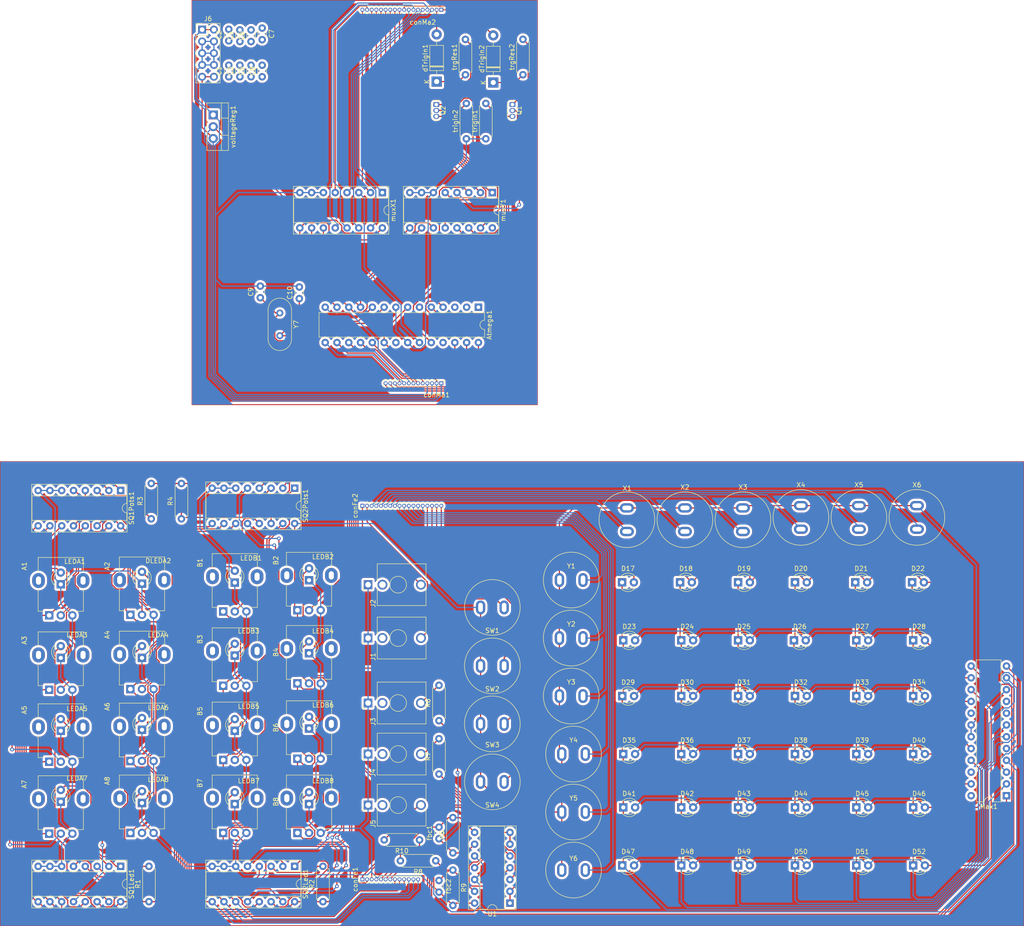
<source format=kicad_pcb>
(kicad_pcb (version 20211014) (generator pcbnew)
  (layers (0 "F.Cu" signal) (31 "B.Cu" signal) (34 "B.Paste" user) (35 "F.Paste" user) (36 "B.SilkS" user "B.Silkscreen") (37 "F.SilkS" user "F.Silkscreen") (38 "B.Mask" user) (39 "F.Mask" user) (44 "Edge.Cuts" user))
  (net 0 "")
  (net 4 "trig1")
  (net 5 "trig2")
  (net 7 "+5V")
  (net 8 "Earth")
  (net 9 "Bit1")
  (net 10 "Bit2")
  (net 11 "Bit3")
  (net 12 "load")
  (net 13 "clk")
  (net 14 "din")
  (net 17 "Bit4")
  (net 18 "Bit5")
  (net 19 "Bit6")
  (net 20 "+12V")
  (net 21 "-12V")
  (net 22 "X1")
  (net 23 "X2")
  (net 24 "X3")
  (net 25 "X4")
  (net 26 "X5")
  (net 27 "X6")
  (net 28 "Y1")
  (net 29 "Y2")
  (net 30 "Y3")
  (net 31 "Y4")
  (net 32 "Y5")
  (net 33 "Y6")
  (net 34 "menue1")
  (net 35 "menue2")
  (net 36 "menue3")
  (net 37 "menue4")
  (net 38 "Led A1")
  (net 39 "Led B1")
  (net 40 "Led A2")
  (net 41 "Led B2")
  (net 42 "Led A3")
  (net 43 "Led B3")
  (net 44 "Column1")
  (net 45 "Row1")
  (net 46 "Row2")
  (net 47 "Row3")
  (net 48 "Row4")
  (net 49 "Row5")
  (net 50 "Row6")
  (net 51 "Led A4")
  (net 52 "Led B4")
  (net 53 "Led A5")
  (net 54 "Led B5")
  (net 55 "Column2")
  (net 56 "Led A6")
  (net 57 "Led B6")
  (net 58 "Column3")
  (net 59 "Led A7")
  (net 60 "Led B7")
  (net 61 "Led A8")
  (net 62 "Led B8")
  (net 63 "Column4")
  (net 64 "Column5")
  (net 65 "Column6")
  (net 66 "Net-(dTrigIn1-Pad1)")
  (net 67 "Net-(dTrigIn2-Pad1)")
  (net 68 "Net-(R3-Pad2)")
  (net 69 "Net-(R5-Pad2)")
  (net 70 "Net-(R8-Pad1)")
  (net 71 "Net-(R10-Pad1)")
  (net 72 "Net-(J3-PadT)")
  (net 73 "Net-(J4-PadT)")
  (net 74 "Net-(J5-PadT)")
  (net 80 "Net-(Q1-Pad1)")
  (net 81 "Net-(Q1-Pad3)")
  (net 82 "Net-(Q2-Pad1)")
  (net 83 "Net-(Q2-Pad3)")
  (net 84 "Net-(R1-Pad2)")
  (net 85 "Net-(R2-Pad2)")
  (net 86 "SQ1")
  (net 87 "SQ2")
  (net 88 "Net-(R6-Pad1)")
  (net 89 "Net-(R7-Pad1)")
  (net 90 "Pot A1")
  (net 91 "Pot A3")
  (net 92 "Pot A5")
  (net 93 "Pot A7")
  (net 94 "Pot B1")
  (net 95 "Pot B3")
  (net 96 "Pot B5")
  (net 97 "Pot B7")
  (net 98 "Pot A2")
  (net 99 "Pot A4")
  (net 100 "Pot A6")
  (net 101 "Pot A8")
  (net 102 "Pot B2")
  (net 103 "Pot B4")
  (net 104 "Pot B6")
  (net 105 "Pot B8")
  (net 106 "crystalA-b")
  (net 107 "crystalB-b")
  (net 108 "muxBit1-b")
  (net 109 "muxBit2-b")
  (net 110 "muxBit3-b")
  (net 111 "Bit1-b")
  (net 112 "Bit2-b")
  (net 113 "Bit3-b")
  (net 114 "load-b")
  (net 115 "clk-b")
  (net 116 "din-b")
  (net 117 "muxReturnX-b")
  (net 118 "muxReturnY-b")
  (net 119 "Bit4-b")
  (net 120 "Bit5-b")
  (net 121 "Bit6-b")
  (net 122 "trig1-b")
  (net 123 "trig2-b")
  (net 124 "X6-b")
  (net 125 "X5-b")
  (net 126 "X4-b")
  (net 127 "X3-b")
  (net 128 "X2-b")
  (net 129 "X1-b")
  (net 130 "Y1-b")
  (net 131 "Y2-b")
  (net 132 "Y3-b")
  (net 133 "Y4-b")
  (net 134 "Y5-b")
  (net 135 "Y6-b")
  (net 136 "menue1-b")
  (net 137 "menue2-b")
  (net 138 "menue3-b")
  (net 139 "menue4-b")
  (net 140 "trg1ToAtmega-b")
  (net 141 "trg2ToAtmega-b")
  (footprint "LED_THT:LED_D3.0mm" (layer "F.Cu") (at 201 327)
    (fp_text reference "D47")
    (fp_text value "LED")
  )
  (footprint "Potentiometer_THT:Potentiometer_Alpha_RD901F-40-00D_Single_Vertical" (layer "F.Cu") (at 77.5 304.65 90)
    (fp_text reference "A5")
    (fp_text value "Poti")
  )
  (footprint "LED_THT:LED_D3.0mm" (layer "F.Cu") (at 238.225 266)
    (fp_text reference "D20")
    (fp_text value "LED")
  )
  (footprint "Resistor_THT:R_Axial_DIN0207_L6.3mm_D2.5mm_P7.62mm_Horizontal" (layer "F.Cu") (at 161.5 307.31 90)
    (fp_text reference "R7")
    (fp_text value "1,5k")
  )
  (footprint "Potentiometer_THT:Potentiometer_Alpha_RD901F-40-00D_Single_Vertical" (layer "F.Cu") (at 115 320 90)
    (fp_text reference "B7")
    (fp_text value "Poti")
  )
  (footprint "Resistor_THT:R_Axial_DIN0207_L6.3mm_D2.5mm_P7.62mm_Horizontal" (layer "F.Cu") (at 157.31 321.5 180)
    (fp_text reference "R10")
    (fp_text value "1,5k")
  )
  (footprint "krischomat:push_button" (layer "F.Cu") (at 252 252 -90)
    (fp_text reference "X5")
    (fp_text value "SW_Push")
  )
  (footprint "Package_DIP:DIP-16_W7.62mm_Socket" (layer "F.Cu") (at 149.3 182 -90)
    (fp_text reference "muxX1")
    (fp_text value "74HC4051")
  )
  (footprint "LED_THT:LED_D3.0mm" (layer "F.Cu") (at 133.5 297.5 90)
    (fp_text reference "LEDB6")
    (fp_text value "LED")
  )
  (footprint "LED_THT:LED_D3.0mm" (layer "F.Cu") (at 225.96 278.5)
    (fp_text reference "D25")
    (fp_text value "LED")
  )
  (footprint "Potentiometer_THT:Potentiometer_Alpha_RD901F-40-00D_Single_Vertical" (layer "F.Cu") (at 115 288.275 90)
    (fp_text reference "B3")
    (fp_text value "Poti")
  )
  (footprint "Capacitor_THT:C_Disc_D3.0mm_W1.6mm_P2.50mm" (layer "F.Cu") (at 118.6 157.05 90)
    (fp_text reference "C3")
    (fp_text value ".1u")
  )
  (footprint "LED_THT:LED_D3.0mm" (layer "F.Cu") (at 251.45 303)
    (fp_text reference "D39")
    (fp_text value "LED")
  )
  (footprint "LED_THT:LED_D3.0mm" (layer "F.Cu") (at 251.45 314.5)
    (fp_text reference "D45")
    (fp_text value "LED")
  )
  (footprint "krischomat:push_button" (layer "F.Cu") (at 173 271.4)
    (fp_text reference "SW1")
    (fp_text value "SW_Push")
  )
  (footprint "LED_THT:LED_D3.0mm" (layer "F.Cu") (at 213.46 266)
    (fp_text reference "D18")
    (fp_text value "LED")
  )
  (footprint "Potentiometer_THT:Potentiometer_Alpha_RD901F-40-00D_Single_Vertical" (layer "F.Cu") (at 131 320 90)
    (fp_text reference "B8")
    (fp_text value "Poti")
  )
  (footprint "Connector_Audio:Jack_3.5mm_QingPu_WQP-PJ398SM_Vertical_CircularHoles" (layer "F.Cu") (at 146.22 278 90)
    (fp_text reference "J1")
    (fp_text value "trg in 2")
  )
  (footprint "krischomat:push_button" (layer "F.Cu") (at 190 265.5 180)
    (fp_text reference "Y1")
    (fp_text value "SW_Push")
  )
  (footprint "LED_THT:LED_D3.0mm" (layer "F.Cu") (at 251.45 278.5)
    (fp_text reference "D27")
    (fp_text value "LED")
  )
  (footprint "Potentiometer_THT:Potentiometer_Alpha_RD901F-40-00D_Single_Vertical" (layer "F.Cu") (at 115 272.275 90)
    (fp_text reference "B1")
    (fp_text value "Poti")
  )
  (footprint "krischomat:push_button" (layer "F.Cu") (at 190 290.5 180)
    (fp_text reference "Y3")
    (fp_text value "SW_Push")
  )
  (footprint "Potentiometer_THT:Potentiometer_Alpha_RD901F-40-00D_Single_Vertical" (layer "F.Cu") (at 131 272 90)
    (fp_text reference "B2")
    (fp_text value "Poti")
  )
  (footprint "Potentiometer_THT:Potentiometer_Alpha_RD901F-40-00D_Single_Vertical" (layer "F.Cu") (at 131 304 90)
    (fp_text reference "B6")
    (fp_text value "Poti")
  )
  (footprint "Capacitor_THT:C_Disc_D3.0mm_W1.6mm_P2.50mm" (layer "F.Cu") (at 116.2 149.3 90)
    (fp_text reference "C2")
    (fp_text value ".1u")
  )
  (footprint "LED_THT:LED_D3.0mm" (layer "F.Cu") (at 263.46 266)
    (fp_text reference "D22")
    (fp_text value "LED")
  )
  (footprint "LED_THT:LED_D3.0mm" (layer "F.Cu") (at 133.5 265.54 90)
    (fp_text reference "LEDB2")
    (fp_text value "LED")
  )
  (footprint "Potentiometer_THT:Potentiometer_Alpha_RD901F-40-00D_Single_Vertical" (layer "F.Cu") (at 95 289 90)
    (fp_text reference "A4")
    (fp_text value "Poti")
  )
  (footprint "LED_THT:LED_D3.0mm" (layer "F.Cu") (at 213.725 303)
    (fp_text reference "D36")
    (fp_text value "LED")
  )
  (footprint "Connector_PinHeader_2.54mm:PinHeader_2x05_P2.54mm_Vertical" (layer "F.Cu") (at 110.46 146.88)
    (fp_text reference "J6")
    (fp_text value "Power")
  )
  (footprint "krischomat:push_button" (layer "F.Cu") (at 264.5 252 -90)
    (fp_text reference "X6")
    (fp_text value "SW_Push")
  )
  (footprint "Resistor_THT:R_Axial_DIN0207_L6.3mm_D2.5mm_P7.62mm_Horizontal" (layer "F.Cu") (at 179.6 156.6 90)
    (fp_text reference "trgRes2")
    (fp_text value "10k")
  )
  (footprint "LED_THT:LED_D3.0mm" (layer "F.Cu") (at 200.96 266)
    (fp_text reference "D17")
    (fp_text value "LED")
  )
  (footprint "LED_THT:LED_D3.0mm" (layer "F.Cu") (at 238.225 303)
    (fp_text reference "D38")
    (fp_text value "LED")
  )
  (footprint "Package_TO_SOT_THT:TO-92Flat" (layer "F.Cu") (at 177.33 163.035 -90)
    (fp_text reference "Q1")
    (fp_text value "Q_NPN_BCE")
  )
  (footprint "Capacitor_THT:C_Disc_D3.0mm_W1.6mm_P2.50mm" (layer "F.Cu") (at 161.5 321.25 90)
    (fp_text reference "fbc1")
    (fp_text value ".1u")
  )
  (footprint "Capacitor_THT:C_Disc_D3.0mm_W1.6mm_P2.50mm" (layer "F.Cu") (at 121 149.45 90)
    (fp_text reference "C6")
    (fp_text value ".1u")
  )
  (footprint "LED_THT:LED_D3.0mm" (layer "F.Cu") (at 225.96 266)
    (fp_text reference "D19")
    (fp_text value "LED")
  )
  (footprint "krischomat:push_button" (layer "F.Cu") (at 190 278 180)
    (fp_text reference "Y2")
    (fp_text value "SW_Push")
  )
  (footprint "LED_THT:LED_D3.0mm" (layer "F.Cu") (at 263.685 314.5)
    (fp_text reference "D46")
    (fp_text value "LED")
  )
  (footprint "LED_THT:LED_D3.0mm" (layer "F.Cu") (at 97.5 282.275 90)
    (fp_text reference "LEDA4")
    (fp_text value "LED")
  )
  (footprint "Resistor_THT:R_Axial_DIN0207_L6.3mm_D2.5mm_P7.62mm_Horizontal" (layer "F.Cu") (at 164.5 328 -90)
    (fp_text reference "R9")
    (fp_text value "10k")
  )
  (footprint "Resistor_THT:R_Axial_DIN0207_L6.3mm_D2.5mm_P7.62mm_Horizontal" (layer "F.Cu") (at 136.5 334.81 90)
    (property "Reference" "R1")
    (property "Value" "R600")
    (fp_text reference "R2")
    (fp_text value "R600")
  )
  (footprint "LED_THT:LED_D3.0mm" (layer "F.Cu") (at 213.725 327)
    (fp_text reference "D48")
    (fp_text value "LED")
  )
  (footprint "LED_THT:LED_D3.0mm" (layer "F.Cu") (at 263.685 303)
    (fp_text reference "D40")
    (fp_text value "LED")
  )
  (footprint "krischomat:push_button" (layer "F.Cu") (at 214.5 252.5 -90)
    (fp_text reference "X2")
    (fp_text value "SW_Push")
  )
  (footprint "krischomat:push_button" (layer "F.Cu") (at 202 252.5 -90)
    (fp_text reference "X1")
    (fp_text value "SW_Push")
  )
  (footprint "krischomat:push_button" (layer "F.Cu") (at 173 284)
    (fp_text reference "SW2")
    (fp_text value "SW_Push")
  )
  (footprint "LED_THT:LED_D3.0mm" (layer "F.Cu") (at 225.96 303)
    (fp_text reference "D37")
    (fp_text value "LED")
  )
  (footprint "LED_THT:LED_D3.0mm" (layer "F.Cu") (at 251.45 290.5)
    (fp_text reference "D33")
    (fp_text value "LED")
  )
  (footprint "krischomat:push_button" (layer "F.Cu") (at 173 296.5)
    (fp_text reference "SW3")
    (fp_text value "SW_Push")
  )
  (footprint "Resistor_THT:R_Axial_DIN0207_L6.3mm_D2.5mm_P7.62mm_Horizontal" (layer "F.Cu") (at 167.2 156.61 90)
    (fp_text reference "trgRes1")
    (fp_text value "10k")
  )
  (footprint "Potentiometer_THT:Potentiometer_Alpha_RD901F-40-00D_Single_Vertical" (layer "F.Cu") (at 77.5 320.15 90)
    (fp_text reference "A7")
    (fp_text value "Poti")
  )
  (footprint "Connector_Audio:Jack_3.5mm_QingPu_WQP-PJ398SM_Vertical_CircularHoles" (layer "F.Cu") (at 146.22 292 90)
    (fp_text reference "J3")
    (fp_text value "CV1")
  )
  (footprint "LED_THT:LED_D3.0mm" (layer "F.Cu") (at 117.5 298 90)
    (fp_text reference "LEDB5")
    (fp_text value "LED")
  )
  (footprint "LED_THT:LED_D3.0mm" (layer "F.Cu") (at 238.225 327)
    (fp_text reference "D50")
    (fp_text value "LED")
  )
  (footprint "Connector_Audio:Jack_3.5mm_QingPu_WQP-PJ398SM_Vertical_CircularHoles" (layer "F.Cu") (at 146.22 303 90)
    (fp_text reference "J4")
    (fp_text value "CV2")
  )
  (footprint "Package_TO_SOT_THT:TO-220-3_Vertical" (layer "F.Cu") (at 112.855 165.26 -90)
    (fp_text reference "voltageReg1")
    (fp_text value "LM1084-3.3")
  )
  (footprint "Package_DIP:DIP-16_W7.62mm_Socket" (layer "F.Cu") (at 92.9 327.2 -90)
    (fp_text reference "SQ1Led1")
    (fp_text value "74HC4051")
  )
  (footprint "Capacitor_THT:C_Disc_D3.0mm_W1.6mm_P2.50mm" (layer "F.Cu") (at 121 157.05 90)
    (fp_text reference "C5")
    (fp_text value ".1u")
  )
  (footprint "Diode_THT:D_DO-41_SOD81_P10.16mm_Horizontal" (layer "F.Cu") (at 161 158.08 90)
    (fp_text reference "dTrigIn1")
    (fp_text value "1N4001")
  )
  (footprint "LED_THT:LED_D3.0mm" (layer "F.Cu") (at 201.225 314.5)
    (fp_text reference "D41")
    (fp_text value "LED")
  )
  (footprint "Package_DIP:DIP-16_W7.62mm_Socket" (layer "F.Cu") (at 173 182 -90)
    (fp_text reference "muxY1")
    (fp_text value "74HC4051")
  )
  (footprint "Potentiometer_THT:Potentiometer_Alpha_RD901F-40-00D_Single_Vertical" (layer "F.Cu") (at 77.5 289.14 90)
    (fp_text reference "A3")
    (fp_text value "Poti")
  )
  (footprint "Crystal:Crystal_HC18-U_Vertical" (layer "F.Cu") (at 127.2 207.95 -90)
    (fp_text reference "Y7")
    (fp_text value "Crystal")
  )
  (footprint "Resistor_THT:R_Axial_DIN0207_L6.3mm_D2.5mm_P7.62mm_Horizontal" (layer "F.Cu") (at 171.6 170.41 90)
    (fp_text reference "trigin1")
    (fp_text value "10k")
  )
  (footprint "Connector_PinHeader_1.00mm:PinHeader_1x18_P1.00mm_Vertical" (layer "F.Cu") (at 145 249.5 90)
    (fp_text reference "conFe2")
    (fp_text value "Conn_01x18_Female")
  )
  (footprint "Connector_PinHeader_1.00mm:PinHeader_1x13_P1.00mm_Vertical" (layer "F.Cu") (at 162 223.1 -90)
    (fp_text reference "conMa1")
    (fp_text value "Conn_01x13_Male")
  )
  (footprint "LED_THT:LED_D3.0mm" (layer "F.Cu") (at 213.725 314.5)
    (fp_text reference "D42")
    (fp_text value "LED")
  )
  (footprint "Resistor_THT:R_Axial_DIN0207_L6.3mm_D2.5mm_P7.62mm_Horizontal" (layer "F.Cu") (at 106 252.31 90)
    (fp_text reference "R4")
    (fp_text value "200k")
  )
  (footprint "Capacitor_THT:C_Disc_D3.0mm_W1.6mm_P2.50mm" (layer "F.Cu") (at 161.5 330.25 -90)
    (fp_text reference "fbc2")
    (fp_text value ".1u")
  )
  (footprint "LED_THT:LED_D3.0mm" (layer "F.Cu") (at 251.225 266)
    (fp_text reference "D21")
    (fp_text value "LED")
  )
  (footprint "LED_THT:LED_D3.0mm" (layer "F.Cu") (at 117.5 281.775 90)
    (fp_text reference "LEDB3")
    (fp_text value "LED")
  )
  (footprint "LED_THT:LED_D3.0mm" (layer "F.Cu") (at 201 290.5)
    (fp_text reference "D29")
    (fp_text value "LED")
  )
  (footprint "Resistor_THT:R_Axial_DIN0207_L6.3mm_D2.5mm_P7.62mm_Horizontal" (layer "F.Cu") (at 164.5 324.31 90)
    (fp_text reference "R5")
    (fp_text value "200k")
  )
  (footprint "Package_DIP:DIP-16_W7.62mm_Socket" (layer "F.Cu") (at 130.4 245.7 -90)
    (fp_text reference "SQ2Pots1")
    (fp_text value "74HC4051")
  )
  (footprint "LED_THT:LED_D3.0mm" (layer "F.Cu") (at 97.5 313.55 90)
    (fp_text reference "LEDA8")
    (fp_text value "LED")
  )
  (footprint "Connector_Audio:Jack_3.5mm_QingPu_WQP-PJ398SM_Vertical_CircularHoles" (layer "F.Cu") (at 146.22 266.5 90)
    (fp_text reference "J2")
    (fp_text value "trg in 1")
  )
  (footprint "krischomat:push_button" (layer "F.Cu") (at 190.5 303 180)
    (fp_text reference "Y4")
    (fp_text value "SW_Push")
  )
  (footprint "Diode_THT:D_DO-41_SOD81_P10.16mm_Horizontal" (layer "F.Cu") (at 173.2 158.28 90)
    (fp_text reference "dTrigIn2")
    (fp_text value "1N4001")
  )
  (footprint "Resistor_THT:R_Axial_DIN0207_L6.3mm_D2.5mm_P7.62mm_Horizontal" (layer "F.Cu") (at 161.5 295.81 90)
    (fp_text reference "R6")
    (fp_text value "1,5k")
  )
  (footprint "Package_TO_SOT_THT:TO-92Flat" (layer "F.Cu") (at 160.93 163.035 -90)
    (fp_text reference "Q2")
    (fp_text value "Q_NPN_BCE")
  )
  (footprint "Package_DIP:DIP-24_W7.62mm" (layer "F.Cu") (at 283.8 311.975 180)
    (fp_text reference "Max1")
    (fp_text value "MAX7219")
  )
  (footprint "LED_THT:LED_D3.0mm" (layer "F.Cu") (at 201.225 303)
    (fp_text reference "D35")
    (fp_text value "LED")
  )
  (footprint "Resistor_THT:R_Axial_DIN0207_L6.3mm_D2.5mm_P7.62mm_Horizontal" (layer "F.Cu") (at 160.81 326 180)
    (fp_text reference "R8")
    (fp_text value "10k")
  )
  (footprint "LED_THT:LED_D3.0mm" (layer "F.Cu") (at 117.5 313.775 90)
    (fp_text reference "LEDB7")
    (fp_text value "LED")
  )
  (footprint "Connector_Audio:Jack_3.5mm_QingPu_WQP-PJ398SM_Vertical_CircularHoles" (layer "F.Cu") (at 146.22 314 90)
    (fp_text reference "J5")
    (fp_text value "CV3")
  )
  (footprint "LED_THT:LED_D3.0mm" (layer "F.Cu") (at 225.96 290.5)
    (fp_text reference "D31")
    (fp_text value "LED")
  )
  (footprint "LED_THT:LED_D3.0mm" (layer "F.Cu") (at 97.5 297.775 90)
    (fp_text reference "LEDA6")
    (fp_text value "LED")
  )
  (footprint "krischomat:push_button" (layer "F.Cu") (at 190.5 328 180)
    (fp_text reference "Y6")
    (fp_text value "SW_Push")
  )
  (footprint "krischomat:push_button" (layer "F.Cu") (at 239.5 252 -90)
    (fp_text reference "X4")
    (fp_text value "SW_Push")
  )
  (footprint "Connector_PinHeader_1.00mm:PinHeader_1x18_P1.00mm_Vertical" (layer "F.Cu") (at 162 142.6 -90)
    (fp_text reference "conMa2")
    (fp_text value "Conn_01x18_Male")
  )
  (footprint "Potentiometer_THT:Potentiometer_Alpha_RD901F-40-00D_Single_Vertical" (layer "F.Cu") (at 77.5 273.11 90)
    (fp_text reference "A1")
    (fp_text value "Poti")
  )
  (footprint "LED_THT:LED_D3.0mm" (layer "F.Cu") (at 238.225 314.5)
    (fp_text reference "D44")
    (fp_text value "LED")
  )
  (footprint "LED_THT:LED_D3.0mm" (layer "F.Cu") (at 213.725 290.5)
    (fp_text reference "D30")
    (fp_text value "LED")
  )
  (footprint "LED_THT:LED_D3.0mm" (layer "F.Cu") (at 80 313.275 90)
    (fp_text reference "LEDA7")
    (fp_text value "LED")
  )
  (footprint "LED_THT:LED_D3.0mm" (layer "F.Cu") (at 263.685 327)
    (fp_text reference "D52")
    (fp_text value "LED")
  )
  (footprint "Package_DIP:DIP-16_W7.62mm_Socket" (layer "F.Cu") (at 130.4 327.2 -90)
    (fp_text reference "SQ2Led1")
    (fp_text value "74HC4051")
  )
  (footprint "LED_THT:LED_D3.0mm" (layer "F.Cu") (at 117.5 266.05 90)
    (fp_text reference "LEDB1")
    (fp_text value "LED")
  )
  (footprint "Resistor_THT:R_Axial_DIN0207_L6.3mm_D2.5mm_P7.62mm_Horizontal" (layer "F.Cu") (at 167.4 170.41 90)
    (fp_text reference "trigin2")
    (fp_text value "10k")
  )
  (footprint "Potentiometer_THT:Potentiometer_Alpha_RD901F-40-00D_Single_Vertical" (layer "F.Cu") (at 95 273 90)
    (fp_text reference "A2")
    (fp_text value "Poti")
  )
  (footprint "LED_THT:LED_D3.0mm" (layer "F.Cu") (at 251.45 327)
    (fp_text reference "D51")
    (fp_text value "LED")
  )
  (footprint "LED_THT:LED_D3.0mm" (layer "F.Cu") (at 80 282.275 90)
    (fp_text reference "LEDA3")
    (fp_text value "LED")
  )
  (footprint "Capacitor_THT:C_Disc_D3.0mm_W1.6mm_P2.50mm" (layer "F.Cu") (at 116.2 157.05 90)
    (fp_text reference "C1")
    (fp_text value ".1u")
  )
  (footprint "LED_THT:LED_D3.0mm" (layer "F.Cu") (at 225.96 327)
    (fp_text reference "D49")
    (fp_text value "LED")
  )
  (footprint "Capacitor_THT:C_Disc_D3.0mm_W1.6mm_P2.50mm" (layer "F.Cu") (at 123 204.65 90)
    (fp_text reference "C9")
    (fp_text value "22pf")
  )
  (footprint "krischomat:push_button" (layer "F.Cu") (at 190.5 315.5 180)
    (fp_text reference "Y5")
    (fp_text value "SW_Push")
  )
  (footprint "Potentiometer_THT:Potentiometer_Alpha_RD901F-40-00D_Single_Vertical" (layer "F.Cu") (at 95 320 90)
    (fp_text reference "A8")
    (fp_text value "Poti")
  )
  (footprint "LED_THT:LED_D3.0mm" (layer "F.Cu") (at 133.5 313.775 90)
    (fp_text reference "LEDB8")
    (fp_text value "LED")
  )
  (footprint "Potentiometer_THT:Potentiometer_Alpha_RD901F-40-00D_Single_Vertical" (layer "F.Cu") (at 115 304.275 90)
    (fp_text reference "B5")
    (fp_text value "Poti")
  )
  (footprint "Capacitor_THT:C_Disc_D3.0mm_W1.6mm_P2.50mm" (layer "F.Cu") (at 123.4 157.05 90)
    (fp_text reference "C8")
    (fp_text value "10u")
  )
  (footprint "LED_THT:LED_D3.0mm" (layer "F.Cu") (at 133.5 281.275 90)
    (fp_text reference "LEDB4")
    (fp_text value "LED")
  )
  (footprint "LED_THT:LED_D3.0mm" (layer "F.Cu") (at 238.225 290.5)
    (fp_text reference "D32")
    (fp_text value "LED")
  )
  (footprint "LED_THT:LED_D3.0mm" (layer "F.Cu") (at 263.685 290.5)
    (fp_text reference "D34")
    (fp_text value "LED")
  )
  (footprint "LED_THT:LED_D3.0mm" (layer "F.Cu") (at 225.96 314.5)
    (fp_text reference "D43")
    (fp_text value "LED")
  )
  (footprint "Potentiometer_THT:Potentiometer_Alpha_RD901F-40-00D_Single_Vertical" (layer "F.Cu") (at 95 304.5 90)
    (fp_text reference "A6")
    (fp_text value "Poti")
  )
  (footprint "Potentiometer_THT:Potentiometer_Alpha_RD901F-40-00D_Single_Vertical" (layer "F.Cu") (at 131 287.775 90)
    (fp_text reference "B4")
    (fp_text value "Poti")
  )
  (footprint "krischomat:push_button" (layer "F.Cu") (at 227 252.5 -90)
    (fp_text reference "X3")
    (fp_text value "SW_Push")
  )
  (footprint "LED_THT:LED_D3.0mm" (layer "F.Cu") (at 97.5 266.275 90)
    (fp_text reference "DLEDA2")
    (fp_text value "LED")
  )
  (footprint "LED_THT:LED_D3.0mm" (layer "F.Cu") (at 201.225 278.5)
    (fp_text reference "D23")
    (fp_text value "LED")
  )
  (footprint "Package_DIP:DIP-14_W7.62mm_Socket" (layer "F.Cu") (at 176.8 335.125 180)
    (fp_text reference "U1")
    (fp_text value "TL084")
  )
  (footprint "LED_THT:LED_D3.0mm" (layer "F.Cu") (at 80 298 90)
    (fp_text reference "LEDA5")
    (fp_text value "LED")
  )
  (footprint "Package_DIP:DIP-28_W7.62mm" (layer "F.Cu") (at 170 206.7 -90)
    (fp_text reference "Atmega1")
    (fp_text value "ATmega328-P")
  )
  (footprint "Connector_PinHeader_1.00mm:PinHeader_1x13_P1.00mm_Vertical" (layer "F.Cu") (at 145 330 90)
    (fp_text reference "conFe1")
    (fp_text value "Conn_01x13_Female")
  )
  (footprint "LED_THT:LED_D3.0mm" (layer "F.Cu") (at 263.685 278.5)
    (fp_text reference "D28")
    (fp_text value "LED")
  )
  (footprint "Capacitor_THT:C_Disc_D3.0mm_W1.6mm_P2.50mm" (layer "F.Cu") (at 131.4 204.85 90)
    (fp_text reference "C10")
    (fp_text value "22pf")
  )
  (footprint "Capacitor_THT:C_Disc_D3.0mm_W1.6mm_P2.50mm" (layer "F.Cu") (at 118.6 149.45 90)
    (fp_text reference "C4")
    (fp_text value ".1u")
  )
  (footprint "LED_THT:LED_D3.0mm" (layer "F.Cu") (at 80 266.425 90)
    (fp_text reference "LEDA1")
    (fp_text value "LED")
  )
  (footprint "Resistor_THT:R_Axial_DIN0207_L6.3mm_D2.5mm_P7.62mm_Horizontal" (layer "F.Cu") (at 99.5 252.31 90)
    (fp_text reference "R3")
    (fp_text value "200k")
  )
  (footprint "krischomat:push_button" (layer "F.Cu") (at 173 309)
    (fp_text reference "SW4")
    (fp_text value "SW_Push")
  )
  (footprint "LED_THT:LED_D3.0mm" (layer "F.Cu") (at 238 278.5)
    (fp_text reference "D26")
    (fp_text value "LED")
  )
  (footprint "Package_DIP:DIP-16_W7.62mm_Socket" (layer "F.Cu") (at 92.9 246.2 -90)
    (fp_text reference "SQ1Pots1")
    (fp_text value "74HC4051")
  )
  (footprint "Resistor_THT:R_Axial_DIN0207_L6.3mm_D2.5mm_P7.62mm_Horizontal" (layer "F.Cu") (at 99 334.81 90)
    (property "Reference" "R1")
    (property "Value" "R600")
    (fp_text reference "R1")
    (fp_text value "R600")
  )
  (footprint "LED_THT:LED_D3.0mm" (layer "F.Cu") (at 213.725 278.5)
    (fp_text reference "D24")
    (fp_text value "LED")
  )
  (footprint "Capacitor_THT:C_Disc_D3.0mm_W1.6mm_P2.50mm" (layer "F.Cu") (at 123.4 146.55 -90)
    (fp_text reference "C7")
    (fp_text value "10u")
  )
  (gr_rect (start 67 240) (end 287.5 340) (layer "F.Cu") (width 0.2) (fill none))
  (gr_rect (start 108.3 140.6) (end 182.7 227.7) (layer "F.Cu") (width 0.2) (fill none))
  (segment (start 157.62 266.5) (end 145 253.88) (width 0.25) (layer "F.Cu") (net 4))
  (segment (start 145 253.88) (end 145 249.5) (width 0.25) (layer "F.Cu") (net 4))
  (segment (start 145 249.44003) (end 145 249.5) (width 0.25) (layer "B.Cu") (net 4))
  (segment (start 159.009511 265.924445) (end 146 252.914934) (width 0.25) (layer "F.Cu") (net 5))
  (segment (start 146 252.914934) (end 146 249.5) (width 0.25) (layer "F.Cu") (net 5))
  (segment (start 157.62 278) (end 159.009511 276.610489) (width 0.25) (layer "F.Cu") (net 5))
  (segment (start 159.009511 276.610489) (end 159.009511 265.924445) (width 0.25) (layer "F.Cu") (net 5))
  (segment (start 146 249.44003) (end 146 249.5) (width 0.25) (layer "B.Cu") (net 5))
  (segment (start 91.01548 266.457751) (end 92.002249 267.44452) (width 0.25) (layer "F.Cu") (net 7))
  (segment (start 107.538565 334.81) (end 99 334.81) (width 0.25) (layer "F.Cu") (net 7))
  (segment (start 71.60096 320.5) (end 71.60096 329.058592) (width 0.25) (layer "F.Cu") (net 7))
  (segment (start 115 272.275) (end 118.724511 275.999511) (width 0.25) (layer "F.Cu") (net 7))
  (segment (start 187.46 278) (end 187.46 290.5) (width 0.25) (layer "F.Cu") (net 7))
  (segment (start 118 303) (end 120 301) (width 0.25) (layer "F.Cu") (net 7))
  (segment (start 74.143328 331.60096) (end 79.206977 331.60096) (width 0.25) (layer "F.Cu") (net 7))
  (segment (start 92.002249 267.44452) (end 93.44452 267.44452) (width 0.25) (layer "F.Cu") (net 7))
  (segment (start 115 320) (end 116.674031 318.325969) (width 0.25) (layer "F.Cu") (net 7))
  (segment (start 84 253.195718) (end 84 254.464282) (width 0.25) (layer "F.Cu") (net 7))
  (segment (start 115 307) (end 115 304.275) (width 0.25) (layer "F.Cu") (net 7))
  (segment (start 130.4 271.4) (end 131 272) (width 0.25) (layer "F.Cu") (net 7))
  (segment (start 73.81 304.65) (end 77.5 304.65) (width 0.25) (layer "F.Cu") (net 7))
  (segment (start 72.55048 275.42952) (end 74.87 273.11) (width 0.25) (layer "F.Cu") (net 7))
  (segment (start 155.93 220.57) (end 159.07104 220.57) (width 0.25) (layer "F.Cu") (net 7))
  (segment (start 132.224511 321.224511) (end 131 320) (width 0.25) (layer "F.Cu") (net 7))
  (segment (start 134.724511 303.49279) (end 134.724511 304.775489) (width 0.25) (layer "F.Cu") (net 7))
  (segment (start 130.4 334.6) (end 130.5 334.5) (width 0.25) (layer "F.Cu") (net 7))
  (segment (start 134.724511 319.49279) (end 134.724511 320.50721) (width 0.25) (layer "F.Cu") (net 7))
  (segment (start 130.5 307.5) (end 115.5 307.5) (width 0.25) (layer "F.Cu") (net 7))
  (segment (start 142.5 332.5) (end 140.19 334.81) (width 0.25) (layer "F.Cu") (net 7))
  (segment (start 120 296) (end 115 291) (width 0.25) (layer "F.Cu") (net 7))
  (segment (start 72.55048 290.66952) (end 72.55048 275.42952) (width 0.25) (layer "F.Cu") (net 7))
  (segment (start 187.96 315.5) (end 187.96 328) (width 0.25) (layer "F.Cu") (net 7))
  (segment (start 134.724511 304.775489) (end 134 305.5) (width 0.25) (layer "F.Cu") (net 7))
  (segment (start 136 307.5) (end 131.5 307.5) (width 0.25) (layer "F.Cu") (net 7))
  (segment (start 118.724511 275.999511) (end 118.724511 284.550489) (width 0.25) (layer "F.Cu") (net 7))
  (segment (start 134.724511 288.775489) (end 134.724511 287.26779) (width 0.25) (layer "F.Cu") (net 7))
  (segment (start 170.46 284) (end 170.46 271.4) (width 0.25) (layer "F.Cu") (net 7))
  (segment (start 140.19 334.81) (end 136.5 334.81) (width 0.25) (layer "F.Cu") (net 7))
  (segment (start 84.695718 252.5) (end 84 253.195718) (width 0.25) (layer "F.Cu") (net 7))
  (segment (start 77.5 320.15) (end 71.95096 320.15) (width 0.25) (layer "F.Cu") (net 7))
  (segment (start 86.5 335.0903) (end 87.96018 336.55048) (width 0.25) (layer "F.Cu") (net 7))
  (segment (start 92.9 253.82) (end 91.58 252.5) (width 0.25) (layer "F.Cu") (net 7))
  (segment (start 227.5 249.46) (end 227 249.96) (width 0.25) (layer "F.Cu") (net 7))
  (segment (start 190.54 249.96) (end 187.46 253.04) (width 0.25) (layer "F.Cu") (net 7))
  (segment (start 161 222.49896) (end 161 223.1) (width 0.25) (layer "F.Cu") (net 7))
  (segment (start 116.275 303) (end 118 303) (width 0.25) (layer "F.Cu") (net 7))
  (segment (start 99 290.5) (end 96.5 290.5) (width 0.25) (layer "F.Cu") (net 7))
  (segment (start 134.500489 288.999511) (end 134.724511 288.775489) (width 0.25) (layer "F.Cu") (net 7))
  (segment (start 115 304.275) (end 116.275 303) (width 0.25) (layer "F.Cu") (net 7))
  (segment (start 131 283.543279) (end 131 272) (width 0.25) (layer "F.Cu") (net 7))
  (segment (start 87.002735 255.05048) (end 86.5 254.547745) (width 0.25) (layer "F.Cu") (net 7))
  (segment (start 87.96018 336.55048) (end 91.16952 336.55048) (width 0.25) (layer "F.Cu") (net 7))
  (segment (start 112.855 167.8) (end 133.00548 187.95048) (width 0.25) (layer "F.Cu") (net 7))
  (segment (start 159.07104 220.57) (end 161 222.49896) (width 0.25) (layer "F.Cu") (net 7))
  (segment (start 92.91 334.81) (end 92.9 334.82) (width 0.25) (layer "F.Cu") (net 7))
  (segment (start 71.60096 312.335335) (end 72.55048 311.385814) (width 0.25) (layer "F.Cu") (net 7))
  (segment (start 115 322) (end 115.89904 322.89904) (width 0.25) (layer "F.Cu") (net 7))
  (segment (start 91.58 252.5) (end 90 252.5) (width 0.25) (layer "F.Cu") (net 7))
  (segment (start 130.4 334.82) (end 136.49 334.82) (width 0.25) (layer "F.Cu") (net 7))
  (segment (start 109.228565 336.5) (end 107.538565 334.81) (width 0.25) (layer "F.Cu") (net 7))
  (segment (start 146 330.499022) (end 145.749511 330.749511) (width 0.25) (layer "F.Cu") (net 7))
  (segment (start 71.60096 329.058592) (end 74.143328 331.60096) (width 0.25) (layer "F.Cu") (net 7))
  (segment (start 96.5 274.5) (end 95 273) (width 0.25) (layer "F.Cu") (net 7))
  (segment (start 142.39904 323.5) (end 142.39904 332.60096) (width 0.25) (layer "F.Cu") (net 7))
  (segment (start 133.55769 318.325969) (end 134.724511 319.49279) (width 0.25) (layer "F.Cu") (net 7))
  (segment (start 170.46 296.5) (end 170.46 284.5) (width 0.25) (layer "F.Cu") (net 7))
  (segment (start 96.317858 287.682142) (end 98.182141 287.682142) (width 0.25) (layer "F.Cu") (net 7))
  (segment (start 93.223384 263.55548) (end 92.002249 263.55548) (width 0.25) (layer "F.Cu") (net 7))
  (segment (start 131.5 307.5) (end 131 307) (width 0.25) (layer "F.Cu") (net 7))
  (segment (start 85.497291 333.446991) (end 86.5 334.4497) (width 0.25) (layer "F.Cu") (net 7))
  (segment (start 131 300.864282) (end 132.567859 302.432141) (width 0.25) (layer "F.Cu") (net 7))
  (segment (start 94.05048 268.05048) (end 94.05048 272.05048) (width 0.25) (layer "F.Cu") (net 7))
  (segment (start 136.49 334.82) (end 136.5 334.81) (width 0.25) (layer "F.Cu") (net 7))
  (segment (start 239.5 249.46) (end 227.5 249.46) (width 0.25) (layer "F.Cu") (net 7))
  (segment (start 214.5 249.96) (end 202 249.96) (width 0.25) (layer "F.Cu") (net 7))
  (segment (start 130.4 253.32) (end 130.4 271.4) (width 0.25) (layer "F.Cu") (net 7))
  (segment (start 136.61548 308.11548) (end 136 307.5) (width 0.25) (layer "F.Cu") (net 7))
  (segment (start 99.60096 299.89904) (end 99.60096 291.10096) (width 0.25) (layer "F.Cu") (net 7))
  (segment (start 133.00548 187.95048) (end 139.351758 187.95048) (width 0.25) (layer "F.Cu") (net 7))
  (segment (start 72.55048 311.385814) (end 72.55048 305.90952) (width 0.25) (layer "F.Cu") (net 7))
  (segment (start 187.46 290.5) (end 187.46 302.5) (width 0.25) (layer "F.Cu") (net 7))
  (segment (start 84 254.464282) (end 81.28 257.184282) (width 0.25) (layer "F.Cu") (net 7))
  (segment (start 91.01548 264.542249) (end 91.01548 266.457751) (width 0.25) (layer "F.Cu") (net 7))
  (segment (start 133.55769 318.325969) (end 136.61548 315.268179) (width 0.25) (layer "F.Cu") (net 7))
  (segment (start 94.05048 272.05048) (end 95 273) (width 0.25) (layer "F.Cu") (net 7))
  (segment (start 131 307) (end 130.5 307.5) (width 0.25) (layer "F.Cu") (net 7))
  (segment (start 86.5 252.97485) (end 86.02515 252.5) (width 0.25) (layer "F.Cu") (net 7))
  (segment (start 118.724511 284.550489) (end 115 288.275) (width 0.25) (layer "F.Cu") (net 7))
  (segment (start 72.55048 290.66952) (end 74.08 289.14) (width 0.25) (layer "F.Cu") (net 7))
  (segment (start 95 304.5) (end 99.60096 299.89904) (width 0.25) (layer "F.Cu") (net 7))
  (segment (start 74.87 273.11) (end 77.5 273.11) (width 0.25) (layer "F.Cu") (net 7))
  (segment (start 72.55048 305.90952) (end 72.55048 290.66952) (width 0.25) (layer "F.Cu") (net 7))
  (segment (start 86.5 254.547745) (end 86.5 252.97485) (width 0.25) (layer "F.Cu") (net 7))
  (segment (start 98.682141 305.817859) (end 96.317859 305.817859) (width 0.25) (layer "F.Cu") (net 7))
  (segment (start 227 249.96) (end 214.5 249.96) (width 0.25) (layer "F.Cu") (net 7))
  (segment (start 91.16952 336.55048) (end 92.9 334.82) (width 0.25) (layer "F.Cu") (net 7))
  (segment (start 187.46 302.5) (end 187.96 303) (width 0.25) (layer "F.Cu") (net 7))
  (segment (start 95 289) (end 96.317858 287.682142) (width 0.25) (layer "F.Cu") (net 7))
  (segment (start 187.46 253.04) (end 187.46 265.5) (width 0.25) (layer "F.Cu") (net 7))
  (segment (start 99.875951 285.988332) (end 99.875951 283.625374) (width 0.25) (layer "F.Cu") (net 7))
  (segment (start 134 305.5) (end 132.5 305.5) (width 0.25) (layer "F.Cu") (net 7))
  (segment (start 100.5 274.5) (end 96.5 274.5) (width 0.25) (layer "F.Cu") (net 7))
  (segment (start 81.28 269.33) (end 77.5 273.11) (width 0.25) (layer "F.Cu") (net 7))
  (segment (start 132.567859 302.432141) (end 133.663862 302.432141) (width 0.25) (layer "F.Cu") (net 7))
  (segment (start 115 320) (end 115 322) (width 0.25) (layer "F.Cu") (net 7))
  (segment (start 99.26692 283.016342) (end 99.26692 279.983655) (width 0.25) (layer "F.Cu") (net 7))
  (segment (start 141.214211 190.744511) (end 148.175489 190.744511) (width 0.25) (layer "F.Cu") (net 7))
  (segment (start 186.96 278.5) (end 187.46 278) (width 0.25) (layer "F.Cu") (net 7))
  (segment (start 71.60096 320.5) (end 71.60096 312.335335) (width 0.25) (layer "F.Cu") (net 7))
  (segment (start 115.5 307.5) (end 115 307) (width 0.25) (layer "F.Cu") (net 7))
  (segment (start 88.44952 255.05048) (end 87.002735 255.05048) (width 0.25) (layer "F.Cu") (net 7))
  (segment (start 86.02515 252.5) (end 84.695718 252.5) (width 0.25) (layer "F.Cu") (net 7))
  (segment (start 170.46 284.5) (end 169.96 284) (width 0.25) (layer "F.Cu") (net 7))
  (segment (start 131 287.775) (end 132.224511 288.999511) (width 0.25) (layer "F.Cu") (net 7))
  (segment (start 131 307) (end 131 304) (width 0.25) (layer "F.Cu") (net 7))
  (segment (start 99.60096 291.10096) (end 99 290.5) (width 0.25) (layer "F.Cu") (net 7))
  (segment (start 93.44452 267.44452) (end 94.05048 268.05048) (width 0.25) (layer "F.Cu") (net 7))
  (segment (start 131 287.775) (end 131 300.864282) (width 0.25) (layer "F.Cu") (net 7))
  (segment (start 98.182141 287.682142) (end 99.875951 285.988332) (width 0.25) (layer "F.Cu") (net 7))
  (segment (start 142.39904 332.60096) (end 142.5 332.5) (width 0.25) (layer "F.Cu") (net 7))
  (segment (start 86.5 334.4497) (end 86.5 335.0903) (width 0.25) (layer "F.Cu") (net 7))
  (segment (start 170.46 309) (end 170.46 296.5) (width 0.25) (layer "F.Cu") (net 7))
  (segment (start 90 252.5) (end 89 253.5) (width 0.25) (layer "F.Cu") (net 7))
  (segment (start 149.68 214.32) (end 149.68 211.78) (width 0.25) (layer "F.Cu") (net 7))
  (segment (start 146 330.499022) (end 146 330) (width 0.25) (layer "F.Cu") (net 7))
  (segment (start 145.749511 330.749511) (end 144.250489 330.749511) (width 0.25) (layer "F.Cu") (net 7))
  (segment (start 92.9 253.82) (end 94.05048 254.97048) (width 0.25) (layer "F.Cu") (net 7))
  (segment (start 99.26692 279.983655) (end 99.530243 279.720333) (width 0.25) (layer "F.Cu") (net 7))
  (segment (start 132.5 305.5) (end 131 304) (width 0.25) (layer "F.Cu") (net 7))
  (segment (start 149.68 211.78) (end 154.76 206.7) (width 0.25) (layer "F.Cu") (net 7))
  (segment (start 187.46 278) (end 187.46 265.5) (width 0.25) (layer "F.Cu") (net 7))
  (segment (start 132.224511 288.999511) (end 134.500489 288.999511) (width 0.25) (layer "F.Cu") (net 7))
  (segment (start 96.317859 305.817859) (end 95 304.5) (width 0.25) (layer "F.Cu") (net 7))
  (segment (start 81.28 257.184282) (end 81.28 269.33) (width 0.25) (layer "F.Cu") (net 7))
  (segment (start 149.68 214.32) (end 155.93 220.57) (width 0.25) (layer "F.Cu") (net 7))
  (segment (start 139.351758 187.95048) (end 140.555489 189.154211) (width 0.25) (layer "F.Cu") (net 7))
  (segment (start 252 249.46) (end 239.5 249.46) (width 0.25) (layer "F.Cu") (net 7))
  (segment (start 81.053009 333.446991) (end 85.497291 333.446991) (width 0.25) (layer "F.Cu") (net 7))
  (segment (start 72.55048 305.90952) (end 73.81 304.65) (width 0.25) (layer "F.Cu") (net 7))
  (segment (start 71.95096 320.15) (end 71.60096 320.5) (width 0.25) (layer "F.Cu") (net 7))
  (segment (start 99 334.81) (end 92.91 334.81) (width 0.25) (layer "F.Cu") (net 7))
  (segment (start 170.46 309) (end 176.96 315.5) (width 0.25) (layer "F.Cu") (net 7))
  (segment (start 99.875951 283.625374) (end 99.26692 283.016342) (width 0.25) (layer "F.Cu") (net 7))
  (segment (start 136.61548 315.268179) (end 136.61548 308.11548) (width 0.25) (layer "F.Cu") (net 7))
  (segment (start 99.530243 279.720333) (end 101.15144 278.099135) (width 0.25) (layer "F.Cu") (net 7))
  (segment (start 94.05048 254.97048) (end 94.05048 262.728384) (width 0.25) (layer "F.Cu") (net 7))
  (segment (start 134.724511 287.26779) (end 131 283.543279) (width 0.25) (layer "F.Cu") (net 7))
  (segment (start 100.05048 314.94952) (end 100.05048 307.186198) (width 0.25) (layer "F.Cu") (net 7))
  (segment (start 140.555489 190.085789) (end 141.214211 190.744511) (width 0.25) (layer "F.Cu") (net 7))
  (segment (start 89 254.5) (end 88.44952 255.05048) (width 0.25) (layer "F.Cu") (net 7))
  (segment (start 128.72 336.5) (end 109.228565 336.5) (width 0.25) (layer "F.Cu") (net 7))
  (segment (start 130.4 334.82) (end 128.72 336.5) (width 0.25) (layer "F.Cu") (net 7))
  (segment (start 101.15144 275.15144) (end 100.5 274.5) (width 0.25) (layer "F.Cu") (net 7))
  (segment (start 101.15144 278.099135) (end 101.15144 275.15144) (width 0.25) (layer "F.Cu") (net 7))
  (segment (start 92.002249 263.55548) (end 91.01548 264.542249) (width 0.25) (layer "F.Cu") (net 7))
  (segment (start 134.00721 321.224511) (end 132.224511 321.224511) (width 0.25) (layer "F.Cu") (net 7))
  (segment (start 148.175489 190.744511) (end 149.3 189.62) (width 0.25) (layer "F.Cu") (net 7))
  (segment (start 141.79808 322.89904) (end 142.39904 323.5) (width 0.25) (layer "F.Cu") (net 7))
  (segment (start 144.250489 330.749511) (end 142.5 332.5) (width 0.25) (layer "F.Cu") (net 7))
  (segment (start 94.05048 262.728384) (end 93.223384 263.55548) (width 0.25) (layer "F.Cu") (net 7))
  (segment (start 202 249.96) (end 190.54 249.96) (width 0.25) (layer "F.Cu") (net 7))
  (segment (start 89 253.5) (end 89 254.5) (width 0.25) (layer "F.Cu") (net 7))
  (segment (start 115.89904 322.89904) (end 141.79808 322.89904) (width 0.25) (layer "F.Cu") (net 7))
  (segment (start 130.4 334.82) (end 130.4 334.6) (width 0.25) (layer "F.Cu") (net 7))
  (segment (start 79.206977 331.60096) (end 81.053009 333.446991) (width 0.25) (layer "F.Cu") (net 7))
  (segment (start 100.05048 307.186198) (end 98.682141 305.817859) (width 0.25) (layer "F.Cu") (net 7))
  (segment (start 134.724511 320.50721) (end 134.00721 321.224511) (width 0.25) (layer "F.Cu") (net 7))
  (segment (start 96.5 290.5) (end 95 289) (width 0.25) (layer "F.Cu") (net 7))
  (segment (start 133.663862 302.432141) (end 134.724511 303.49279) (width 0.25) (layer "F.Cu") (net 7))
  (segment (start 187.96 303) (end 187.96 315.5) (width 0.25) (layer "F.Cu") (net 7))
  (segment (start 264.5 249.46) (end 252 249.46) (width 0.25) (layer "F.Cu") (net 7))
  (segment (start 74.08 289.14) (end 77.5 289.14) (width 0.25) (layer "F.Cu") (net 7))
  (segment (start 115 291) (end 115 288.275) (width 0.25) (layer "F.Cu") (net 7))
  (segment (start 120 301) (end 120 296) (width 0.25) (layer "F.Cu") (net 7))
  (segment (start 95 320) (end 100.05048 314.94952) (width 0.25) (layer "F.Cu") (net 7))
  (segment (start 116.674031 318.325969) (end 133.55769 318.325969) (width 0.25) (layer "F.Cu") (net 7))
  (segment (start 176.96 315.5) (end 187.96 315.5) (width 0.25) (layer "F.Cu") (net 7))
  (segment (start 140.555489 189.154211) (end 140.555489 190.085789) (width 0.25) (layer "F.Cu") (net 7))
  (segment (start 276.18 296.735) (end 277.304511 295.610489) (width 0.25) (layer "B.Cu") (net 7))
  (segment (start 276.18 299.275) (end 276.18 296.735) (width 0.25) (layer "B.Cu") (net 7))
  (segment (start 112.40548 171.743959) (end 112.40548 221.441197) (width 0.25) (layer "B.Cu") (net 7))
  (segment (start 112.40548 221.441197) (end 117.413802 226.44952) (width 0.25) (layer "B.Cu") (net 7))
  (segment (start 111.53048 170.868959) (end 112.40548 171.743959) (width 0.25) (layer "B.Cu") (net 7))
  (segment (start 277.304511 295.610489) (end 277.304511 262.264511) (width 0.25) (layer "B.Cu") (net 7))
  (segment (start 112.855 167.8) (end 111.53048 169.12452) (width 0.25) (layer "B.Cu") (net 7))
  (segment (start 160.514762 226.44952) (end 161 225.964282) (width 0.25) (layer "B.Cu") (net 7))
  (segment (start 165.400978 271.4) (end 147.320978 253.32) (width 0.25) (layer "B.Cu") (net 7))
  (segment (start 161 225.964282) (end 161 223.1) (width 0.25) (layer "B.Cu") (net 7))
  (segment (start 117.413802 226.44952) (end 160.514762 226.44952) (width 0.25) (layer "B.Cu") (net 7))
  (segment (start 147.320978 253.32) (end 130.4 253.32) (width 0.25) (layer "B.Cu") (net 7))
  (segment (start 277.304511 262.264511) (end 264.5 249.46) (width 0.25) (layer "B.Cu") (net 7))
  (segment (start 111.53048 169.12452) (end 111.53048 170.868959) (width 0.25) (layer "B.Cu") (net 7))
  (segment (start 170.46 271.4) (end 165.400978 271.4) (width 0.25) (layer "B.Cu") (net 7))
  (segment (start 80 270.61) (end 80 266.425) (width 0.25) (layer "B.Cu") (net 8))
  (segment (start 113.30452 200.70452) (end 113.30452 221.068802) (width 0.25) (layer "B.Cu") (net 8))
  (segment (start 97.5 282.275) (end 97.5 286.5) (width 0.25) (layer "B.Cu") (net 8))
  (segment (start 110 254.5) (end 110 248.32) (width 0.25) (layer "B.Cu") (net 8))
  (segment (start 75.12 327.2) (end 80.2 327.2) (width 0.25) (layer "B.Cu") (net 8))
  (segment (start 169.18 324.965) (end 171 326.785) (width 0.25) (layer "B.Cu") (net 8))
  (segment (start 117.5 313.775) (end 117.5 317.5) (width 0.25) (layer "B.Cu") (net 8))
  (segment (start 159.175489 205.774211) (end 158.6 206.3497) (width 0.25) (layer "B.Cu") (net 8))
  (segment (start 97.5 317.5) (end 100 320) (width 0.25) (layer "B.Cu") (net 8))
  (segment (start 116.275489 264.825489) (end 116.275489 260.775489) (width 0.25) (layer "B.Cu") (net 8))
  (segment (start 120 311.275) (end 117.5 313.775) (width 0.25) (layer "B.Cu") (net 8))
  (segment (start 82.5 295.5) (end 80 298) (width 0.25) (layer "B.Cu") (net 8))
  (segment (start 131.2 202.15) (end 131.4 202.35) (width 0.25) (layer "B.Cu") (net 8))
  (segment (start 78.784511 249.864511) (end 75.12 246.2) (width 0.25) (layer "B.Cu") (net 8))
  (segment (start 144.5 319) (end 146.22 317.28) (width 0.25) (layer "B.Cu") (net 8))
  (segment (start 80 282.275) (end 80 286.64) (width 0.25) (layer "B.Cu") (net 8))
  (segment (start 136.6 182) (end 134.06 182) (width 0.25) (layer "B.Cu") (net 8))
  (segment (start 136 289) (end 136 287.775) (width 0.25) (layer "B.Cu") (net 8))
  (segment (start 137.5 319) (end 144.5 319) (width 0.25) (layer "B.Cu") (net 8))
  (segment (start 117.7 327.2) (end 117.7 322.3) (width 0.25) (layer "B.Cu") (net 8))
  (segment (start 120 279.275) (end 117.5 281.775) (width 0.25) (layer "B.Cu") (net 8))
  (segment (start 171.713722 337) (end 271.5 337) (width 0.25) (layer "B.Cu") (net 8))
  (segment (start 112.62 327.2) (end 115.16 327.2) (width 0.25) (layer "B.Cu") (net 8))
  (segment (start 112.62 245.7) (end 115.16 245.7) (width 0.25) (layer "B.Cu") (net 8))
  (segment (start 82.5 279.775) (end 82.5 273.11) (width 0.25) (layer "B.Cu") (net 8))
  (segment (start 113.30452 200.70452) (end 113.30452 185.8) (width 0.25) (layer "B.Cu") (net 8))
  (segment (start 113.30452 221.068802) (end 117.786198 225.55048) (width 0.25) (layer "B.Cu") (net 8))
  (segment (start 135 312.275) (end 135 305) (width 0.25) (layer "B.Cu") (net 8))
  (segment (start 97.5 266.275) (end 97.5 270.5) (width 0.25) (layer "B.Cu") (net 8))
  (segment (start 136 289) (end 136 283.775) (width 0.25) (layer "B.Cu") (net 8))
  (segment (start 80 286.64) (end 82.5 289.14) (width 0.25) (layer "B.Cu") (net 8))
  (segment (start 170.304511 335.590789) (end 171.713722 337) (width 0.25) (layer "B.Cu") (net 8))
  (segment (start 82.5 310.775) (end 82.5 304.65) (width 0.25) (layer "B.Cu") (net 8))
  (segment (start 110.46 151.96) (end 110.46 154.5) (width 0.25) (layer "B.Cu") (net 8))
  (segment (start 115.16 245.7) (end 117.7 245.7) (width 0.25) (layer "B.Cu") (net 8))
  (segment (start 100 295.275) (end 97.5 297.775) (width 0.25) (layer "B.Cu") (net 8))
  (segment (start 123 202.15) (end 114.75 202.15) (width 0.25) (layer "B.Cu") (net 8))
  (segment (start 135 305) (end 136 304) (width 0.25) (layer "B.Cu") (net 8))
  (segment (start 80 266.425) (end 82.86952 263.55548) (width 0.25) (layer "B.Cu") (net 8))
  (segment (start 97.5 297.775) (end 97.5 302) (width 0.25) (layer "B.Cu") (net 8))
  (segment (start 160.375489 331.875489) (end 157.750489 329.250489) (width 0.25) (layer "B.Cu") (net 8))
  (segment (start 158.5 225.55048) (end 159 225.05048) (width 0.25) (layer "B.Cu") (net 8))
  (segment (start 146.22 292) (end 146.22 266.5) (width 0.25) (layer "B.Cu") (net 8))
  (segment (start 136 295) (end 136 289) (width 0.25) (layer "B.Cu") (net 8))
  (segment (start 136 300) (end 133.5 297.5) (width 0.25) (layer "B.Cu") (net 8))
  (segment (start 110.46 149.42) (end 113 149.42) (width 0.25) (layer "B.Cu") (net 8))
  (segment (start 152.22 206.7) (end 152.22 211.78) (width 0.25) (layer "B.Cu") (net 8))
  (segment (start 133.5 317.5) (end 133.5 313.775) (width 0.25) (layer "B.Cu") (net 8))
  (segment (start 78.74 254.3303) (end 78.784511 254.285789) (width 0.25) (layer "B.Cu") (net 8))
  (segment (start 134.06 182) (end 131.52 182) (width 0.25) (layer "B.Cu") (net 8))
  (segment (start 110.46 154.5) (end 109.285489 155.674511) (width 0.25) (layer "B.Cu") (net 8))
  (segment (start 271.5 337) (end 286 322.5) (width 0.25) (layer "B.Cu") (net 8))
  (segment (start 146.824511 328.324511) (end 148 329.5) (width 0.25) (layer "B.Cu") (net 8))
  (segment (start 170.304511 335.590789) (end 168.8953 337) (width 0.25) (layer "B.Cu") (net 8))
  (segment (start 115.16 327.2) (end 117.7 327.2) (width 0.25) (layer "B.Cu") (net 8))
  (segment (start 131.52 182) (end 118.2 182) (width 0.25) (layer "B.Cu") (net 8))
  (segment (start 107.2 327.2) (end 112.62 327.2) (width 0.25) (layer "B.Cu") (net 8))
  (segment (start 114.17952 166.58452) (end 112.855 165.26) (width 0.25) (layer "B.Cu") (net 8))
  (segment (start 164.1597 337) (end 160.375489 333.215789) (width 0.25) (layer "B.Cu") (net 8))
  (segment (start 100 311.05) (end 97.5 313.55) (width 0.25) (layer "B.Cu") (net 8))
  (segment (start 120 295.5) (end 117.5 298) (width 0.25) (layer "B.Cu") (net 8))
  (segment (start 113 151.96) (end 110.46 151.96) (width 0.25) (layer "B.Cu") (net 8))
  (segment (start 78.74 265.165) (end 78.74 254.3303) (width 0.25) (layer "B.Cu") (net 8))
  (segment (start 159 225.05048) (end 159 223.1) (width 0.25) (layer "B.Cu") (net 8))
  (segment (start 97.5 313.55) (end 97.5 317.5) (width 0.25) (layer "B.Cu") (net 8))
  (segment (start 123 202.15) (end 131.2 202.15) (width 0.25) (layer "B.Cu") (net 8))
  (segment (start 146.22 314) (end 146.22 303) (width 0.25) (layer "B.Cu") (net 8))
  (segment (start 117.786198 225.55048) (end 158.5 225.55048) (width 0.25) (layer "B.Cu") (net 8))
  (segment (start 136 320) (end 133.5 317.5) (width 0.25) (layer "B.Cu") (net 8))
  (segment (start 157.750489 329.250489) (end 148.689541 329.250489) (width 0.25) (layer "B.Cu") (net 8))
  (segment (start 100 320) (end 107.2 327.2) (width 0.25) (layer "B.Cu") (net 8))
  (segment (start 80 313.275) (end 80 317.65) (width 0.25) (layer "B.Cu") (net 8))
  (segment (start 171 328.225) (end 169.18 330.045) (width 0.25) (layer "B.Cu") (net 8))
  (segment (start 120 288.275) (end 120 295.5) (width 0.25) (layer "B.Cu") (net 8))
  (segment (start 97.5 286.5) (end 100 289) (width 0.25) (layer "B.Cu") (net 8))
  (segment (start 97.5 270.5) (end 100 273) (width 0.25) (layer "B.Cu") (net 8))
  (segment (start 80 266.425) (end 78.74 265.165) (width 0.25) (layer "B.Cu") (net 8))
  (segment (start 117.7 322.3) (end 120 320) (width 0.25) (layer "B.Cu") (net 8))
  (segment (start 156.04 215.6) (end 154.76 214.32) (width 0.25) (layer "B.Cu") (net 8))
  (segment (start 146.22 303) (end 146.22 292) (width 0.25) (layer "B.Cu") (net 8))
  (segment (start 80 298) (end 80 302.15) (width 0.25) (layer "B.Cu") (net 8))
  (segment (start 80.2 327.2) (end 80.2 322.45) (width 0.25) (layer "B.Cu") (net 8))
  (segment (start 167.4 170.41) (end 167.4 174.9) (width 0.25) (layer "B.Cu") (net 8))
  (segment (start 159.175489 183.124511) (end 159.175489 205.774211) (width 0.25) (layer "B.Cu") (net 8))
  (segment (start 80 282.275) (end 82.5 279.775) (width 0.25) (layer "B.Cu") (net 8))
  (segment (start 160.3 182) (end 159.175489 183.124511) (width 0.25) (layer "B.Cu") (net 8))
  (segment (start 82.5 273.11) (end 80 270.61) (width 0.25) (layer "B.Cu") (net 8))
  (segment (start 114.17952 170.868959) (end 114.17952 166.58452) (width 0.25) (layer "B.Cu") (net 8))
  (segment (start 148 329.94003) (end 148 330) (width 0.25) (layer "B.Cu") (net 8))
  (segment (start 119.5 329) (end 146.149022 329) (width 0.25) (layer "B.Cu") (net 8))
  (segment (start 80 313.275) (end 82.5 310.775) (width 0.25) (layer "B.Cu") (net 8))
  (segment (start 144.5 319) (end 147 321.5) (width 0.25) (layer "B.Cu") (net 8))
  (segment (start 113.30452 171.743959) (end 114.17952 170.868959) (width 0.25) (layer "B.Cu") (net 8))
  (segment (start 146.149022 329) (end 146.824511 328.324511) (width 0.25) (layer "B.Cu") (net 8))
  (segment (start 110.46 154.5) (end 113 154.5) (width 0.25) (layer "B.Cu") (net 8))
  (segment (start 157.76 182) (end 155.22 182) (width 0.25) (layer "B.Cu") (net 8))
  (segment (start 113 154.5) (end 113 151.96) (width 0.25) (layer "B.Cu") (net 8))
  (segment (start 114.75 202.15) (end 113.30452 200.70452) (width 0.25) (layer "B.Cu") (net 8))
  (segment (start 136 272) (end 136 268.04) (width 0.25) (layer "B.Cu") (net 8))
  (segment (start 169.18 330.045) (end 170.304511 331.169511) (width 0.25) (layer "B.Cu") (net 8))
  (segment (start 117.5 266.05) (end 116.275489 264.825489) (width 0.25) (layer "B.Cu") (net 8))
  (segment (start 136 320) (end 136.5 320) (width 0.25) (layer "B.Cu") (net 8))
  (segment (start 157.6103 215.6) (end 156.04 215.6) (width 0.25) (layer "B.Cu") (net 8))
  (segment (start 136 278.775) (end 136 272) (width 0.25) (layer "B.Cu") (net 8))
  (segment (start 80.2 322.45) (end 82.5 320.15) (width 0.25) (layer "B.Cu") (net 8))
  (segment (start 286 306.555) (end 283.8 304.355) (width 0.25) (layer "B.Cu") (net 8))
  (segment (start 100 289) (end 100 295.275) (width 0.25) (layer "B.Cu") (net 8))
  (segment (start 116.275489 260.775489) (end 110 254.5) (width 0.25) (layer "B.Cu") (net 8))
  (segment (start 117.5 285.775) (end 120 288.275) (width 0.25) (layer "B.Cu") (net 8))
  (segment (start 168.8953 337) (end 164.1597 337) (width 0.25) (layer "B.Cu") (net 8))
  (segment (start 78.784511 254.285789) (end 78.784511 249.864511) (width 0.25) (layer "B.Cu") (net 8))
  (segment (start 117.5 301.775) (end 120 304.275) (width 0.25) (layer "B.Cu") (net 8))
  (segment (start 146.22 317.28) (end 146.22 314) (width 0.25) (layer "B.Cu") (net 8))
  (segment (start 100 279.775) (end 97.5 282.275) (width 0.25) (layer "B.Cu") (net 8))
  (segment (start 94.78048 263.55548) (end 97.5 266.275) (width 0.25) (layer "B.Cu") (net 8))
  (segment (start 82.5 289.14) (end 82.5 295.5) (width 0.25) (layer "B.Cu") (net 8))
  (segment (start 118.2 182) (end 113.4 186.8) (width 0.25) (layer "B.Cu") (net 8))
  (segment (start 152.22 211.78) (end 154.76 214.32) (width 0.25) (layer "B.Cu") (net 8))
  (segment (start 148 329.5) (end 148 330) (width 0.25) (layer "B.Cu") (net 8))
  (segment (start 120 272.275) (end 120 279.275) (width 0.25) (layer "B.Cu") (net 8))
  (segment (start 80 317.65) (end 82.5 320.15) (width 0.25) (layer "B.Cu") (net 8))
  (segment (start 117.5 298) (end 117.5 301.775) (width 0.25) (layer "B.Cu") (net 8))
  (segment (start 80 302.15) (end 82.5 304.65) (width 0.25) (layer "B.Cu") (net 8))
  (segment (start 110.46 149.42) (end 110.46 151.96) (width 0.25) (layer "B.Cu") (net 8))
  (segment (start 147 328.149022) (end 146.824511 328.324511) (width 0.25) (layer "B.Cu") (net 8))
  (segment (start 117.5 317.5) (end 120 320) (width 0.25) (layer "B.Cu") (net 8))
  (segment (start 171 326.785) (end 171 328.225) (width 0.25) (layer "B.Cu") (net 8))
  (segment (start 136.5 320) (end 137.5 319) (width 0.25) (layer "B.Cu") (net 8))
  (segment (start 136 304) (end 136 300) (width 0.25) (layer "B.Cu") (net 8))
  (segment (start 170.304511 331.169511) (end 170.304511 335.590789) (width 0.25) (layer "B.Cu") (net 8))
  (segment (start 100 273) (end 100 279.775) (width 0.25) (layer "B.Cu") (net 8))
  (segment (start 148.689541 329.250489) (end 148 329.94003) (width 0.25) (layer "B.Cu") (net 8))
  (segment (start 117.7 327.2) (end 119.5 329) (width 0.25) (layer "B.Cu") (net 8))
  (segment (start 100 304.5) (end 100 311.05) (width 0.25) (layer "B.Cu") (net 8))
  (segment (start 117.5 266.05) (end 117.5 269.775) (width 0.25) (layer "B.Cu") (net 8))
  (segment (start 136 283.775) (end 133.5 281.275) (width 0.25) (layer "B.Cu") (net 8))
  (segment (start 147 321.5) (end 147 328.149022) (width 0.25) (layer "B.Cu") (net 8))
  (segment (start 113.30452 185.90452) (end 113.30452 171.743959) (width 0.25) (layer "B.Cu") (net 8))
  (segment (start 167.4 174.9) (end 160.3 182) (width 0.25) (layer "B.Cu") (net 8))
  (segment (start 82.86952 263.55548) (end 94.78048 263.55548) (width 0.25) (layer "B.Cu") (net 8))
  (segment (start 133.5 313.775) (end 135 312.275) (width 0.25) (layer "B.Cu") (net 8))
  (segment (start 109.285489 161.690489) (end 112.855 165.26) (width 0.25) (layer "B.Cu") (net 8))
  (segment (start 97.5 302) (end 100 304.5) (width 0.25) (layer "B.Cu") (net 8))
  (segment (start 113 151.96) (end 113 149.42) (width 0.25) (layer "B.Cu") (net 8))
  (segment (start 160.3 182) (end 157.76 182) (width 0.25) (layer "B.Cu") (net 8))
  (segment (start 109.285489 155.674511) (end 109.285489 161.690489) (width 0.25) (layer "B.Cu") (net 8))
  (segment (start 110 248.32) (end 112.62 245.7) (width 0.25) (layer "B.Cu") (net 8))
  (segment (start 120 304.275) (end 120 311.275) (width 0.25) (layer "B.Cu") (net 8))
  (segment (start 158.6 206.3497) (end 158.6 214.6103) (width 0.25) (layer "B.Cu") (net 8))
  (segment (start 75.12 246.2) (end 80.2 246.2) (width 0.25) (layer "B.Cu") (net 8))
  (segment (start 160.375489 333.215789) (end 160.375489 331.875489) (width 0.25) (layer "B.Cu") (net 8))
  (segment (start 158.6 214.6103) (end 157.6103 215.6) (width 0.25) (layer "B.Cu") (net 8))
  (segment (start 136 268.04) (end 133.5 265.54) (width 0.25) (layer "B.Cu") (net 8))
  (segment (start 286 322.5) (end 286 306.555) (width 0.25) (layer "B.Cu") (net 8))
  (segment (start 117.5 281.775) (end 117.5 285.775) (width 0.25) (layer "B.Cu") (net 8))
  (segment (start 171.6 170.41) (end 167.4 170.41) (width 0.25) (layer "B.Cu") (net 8))
  (segment (start 133.5 281.275) (end 136 278.775) (width 0.25) (layer "B.Cu") (net 8))
  (segment (start 117.5 269.775) (end 120 272.275) (width 0.25) (layer "B.Cu") (net 8))
  (segment (start 133.5 297.5) (end 136 295) (width 0.25) (layer "B.Cu") (net 8))
  (segment (start 138.635718 337) (end 144.135718 331.5) (width 0.25) (layer "F.Cu") (net 9))
  (segment (start 70.70192 311.962941) (end 70.70192 329.430988) (width 0.25) (layer "F.Cu") (net 9))
  (segment (start 80.2 336.2) (end 81 337) (width 0.25) (layer "F.Cu") (net 9))
  (segment (start 81 337) (end 138.635718 337) (width 0.25) (layer "F.Cu") (net 9))
  (segment (start 80.2 253.82) (end 77.02 257) (width 0.25) (layer "F.Cu") (net 9))
  (segment (start 77.02 257) (end 73 257) (width 0.25) (layer "F.Cu") (net 9))
  (segment (start 152 331) (end 152 330) (width 0.25) (layer "F.Cu") (net 9))
  (segment (start 77.88 332.5) (end 80.2 334.82) (width 0.25) (layer "F.Cu") (net 9))
  (segment (start 73 257) (end 71.65144 258.34856) (width 0.25) (layer "F.Cu") (net 9))
  (segment (start 73.770933 332.5) (end 77.88 332.5) (width 0.25) (layer "F.Cu") (net 9))
  (segment (start 71.65144 311.01342) (end 70.70192 311.962941) (width 0.25) (layer "F.Cu") (net 9))
  (segment (start 151.5 331.5) (end 152 331) (width 0.25) (layer "F.Cu") (net 9))
  (segment (start 80.2 334.82) (end 80.2 336.2) (width 0.25) (layer "F.Cu") (net 9))
  (segment (start 70.70192 329.430988) (end 73.770933 332.5) (width 0.25) (layer "F.Cu") (net 9))
  (segment (start 71.65144 258.34856) (end 71.65144 311.01342) (width 0.25) (layer "F.Cu") (net 9))
  (segment (start 144.135718 331.5) (end 151.5 331.5) (width 0.25) (layer "F.Cu") (net 9))
  (segment (start 70.2524 329.617186) (end 70.2524 311.776744) (width 0.25) (layer "F.Cu") (net 10))
  (segment (start 73.584734 332.94952) (end 70.2524 329.617186) (width 0.25) (layer "F.Cu") (net 10))
  (segment (start 152.05048 331.94952) (end 153 331) (width 0.25) (layer "F.Cu") (net 10))
  (segment (start 77.66 334.82) (end 80.34 337.5) (width 0.25) (layer "F.Cu") (net 10))
  (segment (start 153 331) (end 153 330) (width 0.25) (layer "F.Cu") (net 10))
  (segment (start 80.34 337.5) (end 138.771436 337.5) (width 0.25) (layer "F.Cu") (net 10))
  (segment (start 70.2524 311.776744) (end 71.20192 310.827223) (width 0.25) (layer "F.Cu") (net 10))
  (segment (start 72.813803 256.55048) (end 74.92952 256.55048) (width 0.25) (layer "F.Cu") (net 10))
  (segment (start 138.771436 337.5) (end 144.321916 331.94952) (width 0.25) (layer "F.Cu") (net 10))
  (segment (start 77.66 334.82) (end 75.78952 332.94952) (width 0.25) (layer "F.Cu") (net 10))
  (segment (start 74.92952 256.55048) (end 77.66 253.82) (width 0.25) (layer "F.Cu") (net 10))
  (segment (start 75.78952 332.94952) (end 73.584734 332.94952) (width 0.25) (layer "F.Cu") (net 10))
  (segment (start 71.20192 258.162363) (end 72.813803 256.55048) (width 0.25) (layer "F.Cu") (net 10))
  (segment (start 71.20192 310.827223) (end 71.20192 258.162363) (width 0.25) (layer "F.Cu") (net 10))
  (segment (start 144.321916 331.94952) (end 152.05048 331.94952) (width 0.25) (layer "F.Cu") (net 10))
  (segment (start 78.3 338) (end 75.12 334.82) (width 0.25) (layer "F.Cu") (net 11))
  (segment (start 74.908565 253.82) (end 70.7524 257.976165) (width 0.25) (layer "F.Cu") (net 11))
  (segment (start 69.80288 329.803384) (end 74.819496 334.82) (width 0.25) (layer "F.Cu") (net 11))
  (segment (start 152.5 332.5) (end 144.407154 332.5) (width 0.25) (layer "F.Cu") (net 11))
  (segment (start 69.80288 311.590547) (end 69.80288 329.803384) (width 0.25) (layer "F.Cu") (net 11))
  (segment (start 138.907154 338) (end 78.3 338) (width 0.25) (layer "F.Cu") (net 11))
  (segment (start 154 331) (end 152.5 332.5) (width 0.25) (layer "F.Cu") (net 11))
  (segment (start 74.819496 334.82) (end 75.12 334.82) (width 0.25) (layer "F.Cu") (net 11))
  (segment (start 144.407154 332.5) (end 138.907154 338) (width 0.25) (layer "F.Cu") (net 11))
  (segment (start 70.7524 257.976165) (end 70.7524 310.641026) (width 0.25) (layer "F.Cu") (net 11))
  (segment (start 70.7524 310.641026) (end 69.80288 311.590547) (width 0.25) (layer "F.Cu") (net 11))
  (segment (start 154 331) (end 154 330) (width 0.25) (layer "F.Cu") (net 11))
  (segment (start 75.12 253.82) (end 74.908565 253.82) (width 0.25) (layer "F.Cu") (net 11))
  (segment (start 158.678084 328.44952) (end 159.026929 328.798365) (width 0.25) (layer "F.Cu") (net 12))
  (segment (start 159.026929 336.798364) (end 160.627606 338.39904) (width 0.25) (layer "F.Cu") (net 12))
  (segment (start 285.374031 285.609031) (end 283.8 284.035) (width 0.25) (layer "F.Cu") (net 12))
  (segment (start 151 330) (end 151 329.94003) (width 0.25) (layer "F.Cu") (net 12))
  (segment (start 151 329.94003) (end 152.49051 328.44952) (width 0.25) (layer "F.Cu") (net 12))
  (segment (start 269.508112 338.39904) (end 285.374031 322.533121) (width 0.25) (layer "F.Cu") (net 12))
  (segment (start 160.627606 338.39904) (end 269.508112 338.39904) (width 0.25) (layer "F.Cu") (net 12))
  (segment (start 159.026929 328.798365) (end 159.026929 336.798364) (width 0.25) (layer "F.Cu") (net 12))
  (segment (start 285.374031 322.533121) (end 285.374031 285.609031) (width 0.25) (layer "F.Cu") (net 12))
  (segment (start 152.49051 328.44952) (end 158.678084 328.44952) (width 0.25) (layer "F.Cu") (net 12))
  (segment (start 269.321915 337.94952) (end 284.924511 322.346924) (width 0.25) (layer "F.Cu") (net 13))
  (segment (start 160.813803 337.94952) (end 269.321915 337.94952) (width 0.25) (layer "F.Cu") (net 13))
  (segment (start 284.924511 288.649211) (end 284.265789 287.990489) (width 0.25) (layer "F.Cu") (net 13))
  (segment (start 159.476449 328.612167) (end 159.476449 336.612167) (width 0.25) (layer "F.Cu") (net 13))
  (segment (start 159.476449 336.612167) (end 160.813803 337.94952) (width 0.25) (layer "F.Cu") (net 13))
  (segment (start 150 329.94003) (end 151.94003 328) (width 0.25) (layer "F.Cu") (net 13))
  (segment (start 284.924511 322.346924) (end 284.924511 288.649211) (width 0.25) (layer "F.Cu") (net 13))
  (segment (start 151.94003 328) (end 158.864282 328) (width 0.25) (layer "F.Cu") (net 13))
  (segment (start 158.864282 328) (end 159.476449 328.612167) (width 0.25) (layer "F.Cu") (net 13))
  (segment (start 284.265789 287.990489) (end 280.135489 287.990489) (width 0.25) (layer "F.Cu") (net 13))
  (segment (start 280.135489 287.990489) (end 276.18 284.035) (width 0.25) (layer "F.Cu") (net 13))
  (segment (start 150 330) (end 150 329.94003) (width 0.25) (layer "F.Cu") (net 13))
  (segment (start 159.925969 336.425969) (end 161 337.5) (width 0.25) (layer "F.Cu") (net 14))
  (segment (start 269.135717 337.5) (end 283.8 322.835717) (width 0.25) (layer "F.Cu") (net 14))
  (segment (start 283.8 322.835717) (end 283.8 311.975) (width 0.25) (layer "F.Cu") (net 14))
  (segment (start 161 337.5) (end 269.135717 337.5) (width 0.25) (layer "F.Cu") (net 14))
  (segment (start 149 329.94003) (end 151.44003 327.5) (width 0.25) (layer "F.Cu") (net 14))
  (segment (start 149 330) (end 149 329.94003) (width 0.25) (layer "F.Cu") (net 14))
  (segment (start 159.925969 328.425969) (end 159.925969 336.425969) (width 0.25) (layer "F.Cu") (net 14))
  (segment (start 151.44003 327.5) (end 159 327.5) (width 0.25) (layer "F.Cu") (net 14))
  (segment (start 159 327.5) (end 159.925969 328.425969) (width 0.25) (layer "F.Cu") (net 14))
  (segment (start 115.88 333) (end 117.7 334.82) (width 0.25) (layer "F.Cu") (net 17))
  (segment (start 105.84856 331.166419) (end 107.682141 333) (width 0.25) (layer "F.Cu") (net 17))
  (segment (start 108.135718 255) (end 105 258.135718) (width 0.25) (layer "F.Cu") (net 17))
  (segment (start 117.7 253.32) (end 116.02 255) (width 0.25) (layer "F.Cu") (net 17))
  (segment (start 105 267.092848) (end 105.84856 267.941408) (width 0.25) (layer "F.Cu") (net 17))
  (segment (start 105.84856 267.941408) (end 105.84856 331.166419) (width 0.25) (layer "F.Cu") (net 17))
  (segment (start 107.682141 333) (end 115.88 333) (width 0.25) (layer "F.Cu") (net 17))
  (segment (start 105 258.135718) (end 105 267.092848) (width 0.25) (layer "F.Cu") (net 17))
  (segment (start 116.02 255) (end 108.135718 255) (width 0.25) (layer "F.Cu") (net 17))
  (segment (start 155 330) (end 155 332.5) (width 0.25) (layer "B.Cu") (net 17))
  (segment (start 139.25 338.5) (end 121.38 338.5) (width 0.25) (layer "B.Cu") (net 17))
  (segment (start 121.38 338.5) (end 117.7 334.82) (width 0.25) (layer "B.Cu") (net 17))
  (segment (start 154.5 333) (end 144.75 333) (width 0.25) (layer "B.Cu") (net 17))
  (segment (start 144.75 333) (end 139.25 338.5) (width 0.25) (layer "B.Cu") (net 17))
  (segment (start 155 332.5) (end 154.5 333) (width 0.25) (layer "B.Cu") (net 17))
  (segment (start 113.78952 333.44952) (end 115.16 334.82) (width 0.25) (layer "F.Cu") (net 18))
  (segment (start 105.39904 268.127605) (end 105.39904 331.39904) (width 0.25) (layer "F.Cu") (net 18))
  (segment (start 107.44952 333.44952) (end 113.78952 333.44952) (width 0.25) (layer "F.Cu") (net 18))
  (segment (start 108 254.5) (end 104.5 258) (width 0.25) (layer "F.Cu") (net 18))
  (segment (start 113.98 254.5) (end 108 254.5) (width 0.25) (layer "F.Cu") (net 18))
  (segment (start 104.5 258) (end 104.5 267.228565) (width 0.25) (layer "F.Cu") (net 18))
  (segment (start 105.39904 331.39904) (end 107.44952 333.44952) (width 0.25) (layer "F.Cu") (net 18))
  (segment (start 115.16 253.32) (end 113.98 254.5) (width 0.25) (layer "F.Cu") (net 18))
  (segment (start 104.5 267.228565) (end 105.39904 268.127605) (width 0.25) (layer "F.Cu") (net 18))
  (segment (start 154.864282 333.5) (end 145 333.5) (width 0.25) (layer "B.Cu") (net 18))
  (segment (start 139.5 339) (end 119.34 339) (width 0.25) (layer "B.Cu") (net 18))
  (segment (start 145 333.5) (end 139.5 339) (width 0.25) (layer "B.Cu") (net 18))
  (segment (start 156 332.364282) (end 154.864282 333.5) (width 0.25) (layer "B.Cu") (net 18))
  (segment (start 119.34 339) (end 115.16 334.82) (width 0.25) (layer "B.Cu") (net 18))
  (segment (start 156 330) (end 156 332.364282) (width 0.25) (layer "B.Cu") (net 18))
  (segment (start 108.184282 334.82) (end 112.62 334.82) (width 0.25) (layer "F.Cu") (net 19))
  (segment (start 107.864283 254) (end 104 257.864283) (width 0.25) (layer "F.Cu") (net 19))
  (segment (start 104 257.864283) (end 104 267.364283) (width 0.25) (layer "F.Cu") (net 19))
  (segment (start 104 267.364283) (end 104.94952 268.313803) (width 0.25) (layer "F.Cu") (net 19))
  (segment (start 112.62 253.32) (end 111.94 254) (width 0.25) (layer "F.Cu") (net 19))
  (segment (start 111.94 254) (end 107.864283 254) (width 0.25) (layer "F.Cu") (net 19))
  (segment (start 104.94952 268.313803) (end 104.94952 331.585238) (width 0.25) (layer "F.Cu") (net 19))
  (segment (start 104.94952 331.585238) (end 108.184282 334.82) (width 0.25) (layer "F.Cu") (net 19))
  (segment (start 139.686197 339.44952) (end 145.186198 333.94952) (width 0.25) (layer "B.Cu") (net 19))
  (segment (start 157 332) (end 157 330) (width 0.25) (layer "B.Cu") (net 19))
  (segment (start 112.62 334.82) (end 117.24952 339.44952) (width 0.25) (layer "B.Cu") (net 19))
  (segment (start 117.24952 339.44952) (end 139.686197 339.44952) (width 0.25) (layer "B.Cu") (net 19))
  (segment (start 145.186198 333.94952) (end 155.05048 333.94952) (width 0.25) (layer "B.Cu") (net 19))
  (segment (start 155.05048 333.94952) (end 157 332) (width 0.25) (layer "B.Cu") (net 19))
  (segment (start 112.855 170.34) (end 110.46 167.945) (width 0.25) (layer "F.Cu") (net 20))
  (segment (start 166.096648 314.44952) (end 171.823564 320.176436) (width 0.25) (layer "F.Cu") (net 20))
  (segment (start 169.774641 326.274641) (end 168.820059 326.274641) (width 0.25) (layer "F.Cu") (net 20))
  (segment (start 168 330.864282) (end 168.596207 331.460489) (width 0.25) (layer "F.Cu") (net 20))
  (segment (start 160.511198 314.44952) (end 166.096648 314.44952) (width 0.25) (layer "F.Cu") (net 20))
  (segment (start 147 330) (end 147 327.960718) (width 0.25) (layer "F.Cu") (net 20))
  (segment (start 168.596207 331.460489) (end 172.844511 331.460489) (width 0.25) (layer "F.Cu") (net 20))
  (segment (start 168.820059 326.274641) (end 168 327.0947) (width 0.25) (layer "F.Cu") (net 20))
  (segment (start 172.844511 331.460489) (end 176.8 327.505) (width 0.25) (layer "F.Cu") (net 20))
  (segment (start 147 327.960718) (end 160.511198 314.44952) (width 0.25) (layer "F.Cu") (net 20))
  (segment (start 168 327.0947) (end 168 330.864282) (width 0.25) (layer "F.Cu") (net 20))
  (segment (start 171.823564 324.225718) (end 169.774641 326.274641) (width 0.25) (layer "F.Cu") (net 20))
  (segment (start 110.46 157.04) (end 113 157.04) (width 0.25) (layer "F.Cu") (net 20))
  (segment (start 171.823564 320.176436) (end 171.823564 324.225718) (width 0.25) (layer "F.Cu") (net 20))
  (segment (start 110.46 167.945) (end 110.46 157.04) (width 0.25) (layer "F.Cu") (net 20))
  (segment (start 112.855 170.34) (end 112.855 221.255) (width 0.25) (layer "B.Cu") (net 20))
  (segment (start 159.4 226) (end 160 225.4) (width 0.25) (layer "B.Cu") (net 20))
  (segment (start 160 225.4) (end 160 223.1) (width 0.25) (layer "B.Cu") (net 20))
  (segment (start 117.6 226) (end 159.4 226) (width 0.25) (layer "B.Cu") (net 20))
  (segment (start 112.855 221.255) (end 117.6 226) (width 0.25) (layer "B.Cu") (net 20))
  (segment (start 166.282846 314) (end 172.5 320.217154) (width 0.25) (layer "F.Cu") (net 21))
  (segment (start 160.325 314) (end 166.282846 314) (width 0.25) (layer "F.Cu") (net 21))
  (segment (start 145 329.325) (end 160.325 314) (width 0.25) (layer "F.Cu") (net 21))
  (segment (start 172.5 320.217154) (end 172.5 324.185) (width 0.25) (layer "F.Cu") (net 21))
  (segment (start 145 330) (end 145 329.325) (width 0.25) (layer "F.Cu") (net 21))
  (segment (start 110.46 146.88) (end 113 146.88) (width 0.25) (layer "F.Cu") (net 21))
  (segment (start 172.5 324.185) (end 169.18 327.505) (width 0.25) (layer "F.Cu") (net 21))
  (segment (start 111 170.974197) (end 111.95596 171.930157) (width 0.25) (layer "B.Cu") (net 21))
  (segment (start 160.70096 226.89904) (end 162 225.6) (width 0.25) (layer "B.Cu") (net 21))
  (segment (start 110.46 146.88) (end 108.835969 148.504031) (width 0.25) (layer "B.Cu") (net 21))
  (segment (start 111.95596 171.930157) (end 111.95596 221.627394) (width 0.25) (layer "B.Cu") (net 21))
  (segment (start 111.95596 221.627394) (end 117.227606 226.89904) (width 0.25) (layer "B.Cu") (net 21))
  (segment (start 108.835969 148.504031) (end 108.835969 161.876686) (width 0.25) (layer "B.Cu") (net 21))
  (segment (start 117.227606 226.89904) (end 160.70096 226.89904) (width 0.25) (layer "B.Cu") (net 21))
  (segment (start 111 164.040718) (end 111 170.974197) (width 0.25) (layer "B.Cu") (net 21))
  (segment (start 162 225.6) (end 162 223.1) (width 0.25) (layer "B.Cu") (net 21))
  (segment (start 108.835969 161.876686) (end 111 164.040718) (width 0.25) (layer "B.Cu") (net 21))
  (segment (start 202 255.04) (end 202 255) (width 0.25) (layer "B.Cu") (net 22))
  (segment (start 195.5 248.5) (end 152.94003 248.5) (width 0.25) (layer "B.Cu") (net 22))
  (segment (start 202 255) (end 195.5 248.5) (width 0.25) (layer "B.Cu") (net 22))
  (segment (start 152.94003 248.5) (end 152 249.44003) (width 0.25) (layer "B.Cu") (net 22))
  (segment (start 152 249.44003) (end 152 249.5) (width 0.25) (layer "B.Cu") (net 22))
  (segment (start 206.96 248) (end 152.44003 248) (width 0.25) (layer "B.Cu") (net 23))
  (segment (start 152.44003 248) (end 151 249.44003) (width 0.25) (layer "B.Cu") (net 23))
  (segment (start 151 249.44003) (end 151 249.5) (width 0.25) (layer "B.Cu") (net 23))
  (segment (start 214 255.04) (end 206.96 248) (width 0.25) (layer "B.Cu") (net 23))
  (segment (start 214.5 255.04) (end 214 255.04) (width 0.25) (layer "B.Cu") (net 23))
  (segment (start 227 255.04) (end 226.5 255.04) (width 0.25) (layer "B.Cu") (net 24))
  (segment (start 226.5 255.04) (end 219.01048 247.55048) (width 0.25) (layer "B.Cu") (net 24))
  (segment (start 150 249.44003) (end 150 249.5) (width 0.25) (layer "B.Cu") (net 24))
  (segment (start 151.88955 247.55048) (end 150 249.44003) (width 0.25) (layer "B.Cu") (net 24))
  (segment (start 219.01048 247.55048) (end 151.88955 247.55048) (width 0.25) (layer "B.Cu") (net 24))
  (segment (start 149 249.44003) (end 149 249.5) (width 0.25) (layer "B.Cu") (net 25))
  (segment (start 239.5 254.5) (end 232.10096 247.10096) (width 0.25) (layer "B.Cu") (net 25))
  (segment (start 239.5 254.54) (end 239.5 254.5) (width 0.25) (layer "B.Cu") (net 25))
  (segment (start 232.10096 247.10096) (end 151.33907 247.10096) (width 0.25) (layer "B.Cu") (net 25))
  (segment (start 151.33907 247.10096) (end 149 249.44003) (width 0.25) (layer "B.Cu") (net 25))
  (segment (start 244.65144 246.65144) (end 150.78859 246.65144) (width 0.25) (layer "B.Cu") (net 26))
  (segment (start 252 254) (end 244.65144 246.65144) (width 0.25) (layer "B.Cu") (net 26))
  (segment (start 252 254.54) (end 252 254) (width 0.25) (layer "B.Cu") (net 26))
  (segment (start 148 249.44003) (end 148 249.5) (width 0.25) (layer "B.Cu") (net 26))
  (segment (start 150.78859 246.65144) (end 148 249.44003) (width 0.25) (layer "B.Cu") (net 26))
  (segment (start 147 249.44003) (end 147 249.5) (width 0.25) (layer "B.Cu") (net 27))
  (segment (start 257.20192 246.20192) (end 150.23811 246.20192) (width 0.25) (layer "B.Cu") (net 27))
  (segment (start 264.5 253.5) (end 257.20192 246.20192) (width 0.25) (layer "B.Cu") (net 27))
  (segment (start 150.23811 246.20192) (end 147 249.44003) (width 0.25) (layer "B.Cu") (net 27))
  (segment (start 264.5 254.54) (end 264.5 253.5) (width 0.25) (layer "B.Cu") (net 27))
  (segment (start 155.7476 253.2476) (end 153 250.5) (width 0.25) (layer "B.Cu") (net 28))
  (segment (start 196.60096 259.77955) (end 190.06901 253.2476) (width 0.25) (layer "B.Cu") (net 28))
  (segment (start 192.54 265.5) (end 195.60096 265.5) (width 0.25) (layer "B.Cu") (net 28))
  (segment (start 195.60096 265.5) (end 196.60096 264.5) (width 0.25) (layer "B.Cu") (net 28))
  (segment (start 196.60096 264.5) (end 196.60096 259.77955) (width 0.25) (layer "B.Cu") (net 28))
  (segment (start 153 250.5) (end 153 249.5) (width 0.25) (layer "B.Cu") (net 28))
  (segment (start 190.06901 253.2476) (end 155.7476 253.2476) (width 0.25) (layer "B.Cu") (net 28))
  (segment (start 197.05048 276.5) (end 195.55048 278) (width 0.25) (layer "B.Cu") (net 29))
  (segment (start 197.05048 259.593352) (end 197.05048 276.5) (width 0.25) (layer "B.Cu") (net 29))
  (segment (start 154 249.5) (end 154 250.5) (width 0.25) (layer "B.Cu") (net 29))
  (segment (start 190.255208 252.79808) (end 197.05048 259.593352) (width 0.25) (layer "B.Cu") (net 29))
  (segment (start 156.29808 252.79808) (end 190.255208 252.79808) (width 0.25) (layer "B.Cu") (net 29))
  (segment (start 195.55048 278) (end 192.54 278) (width 0.25) (layer "B.Cu") (net 29))
  (segment (start 154 250.5) (end 156.29808 252.79808) (width 0.25) (layer "B.Cu") (net 29))
  (segment (start 155 250.5) (end 156.84856 252.34856) (width 0.25) (layer "B.Cu") (net 30))
  (segment (start 196 290.5) (end 192.54 290.5) (width 0.25) (layer "B.Cu") (net 30))
  (segment (start 197.5 259.407154) (end 197.5 289) (width 0.25) (layer "B.Cu") (net 30))
  (segment (start 156.84856 252.34856) (end 190.441406 252.34856) (width 0.25) (layer "B.Cu") (net 30))
  (segment (start 155 249.5) (end 155 250.5) (width 0.25) (layer "B.Cu") (net 30))
  (segment (start 190.441406 252.34856) (end 197.5 259.407154) (width 0.25) (layer "B.Cu") (net 30))
  (segment (start 197.5 289) (end 196 290.5) (width 0.25) (layer "B.Cu") (net 30))
  (segment (start 198.05048 259.321916) (end 190.627603 251.89904) (width 0.25) (layer "B.Cu") (net 31))
  (segment (start 193.04 303) (end 196.5 303) (width 0.25) (layer "B.Cu") (net 31))
  (segment (start 198.05048 301.44952) (end 198.05048 259.321916) (width 0.25) (layer "B.Cu") (net 31))
  (segment (start 196.5 303) (end 198.05048 301.44952) (width 0.25) (layer "B.Cu") (net 31))
  (segment (start 190.627603 251.89904) (end 157.39904 251.89904) (width 0.25) (layer "B.Cu") (net 31))
  (segment (start 156 250.5) (end 156 249.5) (width 0.25) (layer "B.Cu") (net 31))
  (segment (start 157.39904 251.89904) (end 156 250.5) (width 0.25) (layer "B.Cu") (net 31))
  (segment (start 190.813802 251.44952) (end 157.94952 251.44952) (width 0.25) (layer "B.Cu") (net 32))
  (segment (start 198.5 259.135718) (end 190.813802 251.44952) (width 0.25) (layer "B.Cu") (net 32))
  (segment (start 198.5 314.5) (end 198.5 259.135718) (width 0.25) (layer "B.Cu") (net 32))
  (segment (start 157 250.5) (end 157 249.5) (width 0.25) (layer "B.Cu") (net 32))
  (segment (start 197.5 315.5) (end 198.5 314.5) (width 0.25) (layer "B.Cu") (net 32))
  (segment (start 193.04 315.5) (end 197.5 315.5) (width 0.25) (layer "B.Cu") (net 32))
  (segment (start 157.94952 251.44952) (end 157 250.5) (width 0.25) (layer "B.Cu") (net 32))
  (segment (start 191 251) (end 158.5 251) (width 0.25) (layer "B.Cu") (net 33))
  (segment (start 158 250.5) (end 158 249.5) (width 0.25) (layer "B.Cu") (net 33))
  (segment (start 197.5 328) (end 199 326.5) (width 0.25) (layer "B.Cu") (net 33))
  (segment (start 199 326.5) (end 199 259) (width 0.25) (layer "B.Cu") (net 33))
  (segment (start 158.5 251) (end 158 250.5) (width 0.25) (layer "B.Cu") (net 33))
  (segment (start 193.04 328) (end 197.5 328) (width 0.25) (layer "B.Cu") (net 33))
  (segment (start 199 259) (end 191 251) (width 0.25) (layer "B.Cu") (net 33))
  (segment (start 159 260.539999) (end 159 260) (width 0.25) (layer "F.Cu") (net 34))
  (segment (start 159 249.5) (end 159 260.54) (width 0.25) (layer "F.Cu") (net 34))
  (segment (start 173.71548 269.57548) (end 168.035481 269.57548) (width 0.25) (layer "F.Cu") (net 34))
  (segment (start 175.54 271.4) (end 173.71548 269.57548) (width 0.25) (layer "F.Cu") (net 34))
  (segment (start 168.035481 269.57548) (end 159 260.539999) (width 0.25) (layer "F.Cu") (net 34))
  (segment (start 175.54 282.26) (end 175.54 284) (width 0.25) (layer "F.Cu") (net 35))
  (segment (start 177.2 270.686846) (end 177.2 280.6) (width 0.25) (layer "F.Cu") (net 35))
  (segment (start 177.2 280.6) (end 175.54 282.26) (width 0.25) (layer "F.Cu") (net 35))
  (segment (start 175.639114 269.12596) (end 177.2 270.686846) (width 0.25) (layer "F.Cu") (net 35))
  (segment (start 168.221678 269.12596) (end 175.639114 269.12596) (width 0.25) (layer "F.Cu") (net 35))
  (segment (start 160 249.5) (end 160 260.904282) (width 0.25) (layer "F.Cu") (net 35))
  (segment (start 160 260.904282) (end 168.221678 269.12596) (width 0.25) (layer "F.Cu") (net 35))
  (segment (start 175.825311 268.67644) (end 177.64952 270.500649) (width 0.25) (layer "F.Cu") (net 36))
  (segment (start 177.64952 294.39048) (end 175.54 296.5) (width 0.25) (layer "F.Cu") (net 36))
  (segment (start 175.04 296) (end 175.54 296.5) (width 0.25) (layer "F.Cu") (net 36))
  (segment (start 168.407877 268.67644) (end 175.825311 268.67644) (width 0.25) (layer "F.Cu") (net 36))
  (segment (start 177.64952 270.500649) (end 177.64952 294.39048) (width 0.25) (layer "F.Cu") (net 36))
  (segment (start 161 261.268563) (end 168.407877 268.67644) (width 0.25) (layer "F.Cu") (net 36))
  (segment (start 161 249.5) (end 161 261.268563) (width 0.25) (layer "F.Cu") (net 36))
  (segment (start 178.09904 306.44096) (end 175.54 309) (width 0.25) (layer "F.Cu") (net 37))
  (segment (start 176.011508 268.22692) (end 178.09904 270.314452) (width 0.25) (layer "F.Cu") (net 37))
  (segment (start 162 261.632846) (end 168.594075 268.22692) (width 0.25) (layer "F.Cu") (net 37))
  (segment (start 168.594075 268.22692) (end 176.011508 268.22692) (width 0.25) (layer "F.Cu") (net 37))
  (segment (start 162 249.5) (end 162 261.632846) (width 0.25) (layer "F.Cu") (net 37))
  (segment (start 178.09904 270.314452) (end 178.09904 306.44096) (width 0.25) (layer "F.Cu") (net 37))
  (segment (start 80 263.885) (end 79.115 263) (width 0.25) (layer "F.Cu") (net 38))
  (segment (start 79.115 263) (end 74 263) (width 0.25) (layer "F.Cu") (net 38))
  (segment (start 81.5 335.5) (end 81.944511 335.944511) (width 0.25) (layer "F.Cu") (net 38))
  (segment (start 84.155489 335.944511) (end 85.28 334.82) (width 0.25) (layer "F.Cu") (net 38))
  (segment (start 79.02078 332.05048) (end 81.5 334.5297) (width 0.25) (layer "F.Cu") (net 38))
  (segment (start 73.95713 332.05048) (end 79.02078 332.05048) (width 0.25) (layer "F.Cu") (net 38))
  (segment (start 81.5 334.5297) (end 81.5 335.5) (width 0.25) (layer "F.Cu") (net 38))
  (segment (start 72.10096 311.199617) (end 71.15144 312.149138) (width 0.25) (layer "F.Cu") (net 38))
  (segment (start 71.15144 312.149138) (end 71.15144 329.24479) (width 0.25) (layer "F.Cu") (net 38))
  (segment (start 72.10096 264.89904) (end 72.10096 311.199617) (width 0.25) (layer "F.Cu") (net 38))
  (segment (start 71.15144 329.24479) (end 73.95713 332.05048) (width 0.25) (layer "F.Cu") (net 38))
  (segment (start 74 263) (end 72.10096 264.89904) (width 0.25) (layer "F.Cu") (net 38))
  (segment (start 81.944511 335.944511) (end 84.155489 335.944511) (width 0.25) (layer "F.Cu") (net 38))
  (segment (start 105.5 263.5) (end 105.5 266.95713) (width 0.25) (layer "F.Cu") (net 39))
  (segment (start 117 332.5) (end 119.115489 334.615489) (width 0.25) (layer "F.Cu") (net 39))
  (segment (start 116.6 262.61) (end 106.39 262.61) (width 0.25) (layer "F.Cu") (net 39))
  (segment (start 106.29808 330.980221) (end 107.817859 332.5) (width 0.25) (layer "F.Cu") (net 39))
  (segment (start 107.817859 332.5) (end 117 332.5) (width 0.25) (layer "F.Cu") (net 39))
  (segment (start 119.115489 334.615489) (end 119.115489 335.285789) (width 0.25) (layer "F.Cu") (net 39))
  (segment (start 119.115489 335.285789) (end 119.8297 336) (width 0.25) (layer "F.Cu") (net 39))
  (segment (start 117.5 263.51) (end 116.6 262.61) (width 0.25) (layer "F.Cu") (net 39))
  (segment (start 106.29808 267.755211) (end 106.29808 330.980221) (width 0.25) (layer "F.Cu") (net 39))
  (segment (start 106.39 262.61) (end 105.5 263.5) (width 0.25) (layer "F.Cu") (net 39))
  (segment (start 119.8297 336) (end 121.6 336) (width 0.25) (layer "F.Cu") (net 39))
  (segment (start 121.6 336) (end 122.78 334.82) (width 0.25) (layer "F.Cu") (net 39))
  (segment (start 105.5 266.95713) (end 106.29808 267.755211) (width 0.25) (layer "F.Cu") (net 39))
  (segment (start 91.484511 334.354211) (end 91.484511 335.285789) (width 0.25) (layer "F.Cu") (net 40))
  (segment (start 88.944511 335.944511) (end 87.82 334.82) (width 0.25) (layer "F.Cu") (net 40))
  (segment (start 104.5 270.735) (end 104.5 326.665717) (width 0.25) (layer "F.Cu") (net 40))
  (segment (start 95.189202 330.64952) (end 91.484511 334.354211) (width 0.25) (layer "F.Cu") (net 40))
  (segment (start 100.516197 330.64952) (end 95.189202 330.64952) (width 0.25) (layer "F.Cu") (net 40))
  (segment (start 91.484511 335.285789) (end 90.825789 335.944511) (width 0.25) (layer "F.Cu") (net 40))
  (segment (start 97.5 263.735) (end 104.5 270.735) (width 0.25) (layer "F.Cu") (net 40))
  (segment (start 104.5 326.665717) (end 100.516197 330.64952) (width 0.25) (layer "F.Cu") (net 40))
  (segment (start 90.825789 335.944511) (end 88.944511 335.944511) (width 0.25) (layer "F.Cu") (net 40))
  (segment (start 131.44952 273.999502) (end 132.224511 273.224511) (width 0.25) (layer "F.Cu") (net 41))
  (segment (start 139.5 327) (end 132.804511 333.695489) (width 0.25) (layer "F.Cu") (net 41))
  (segment (start 132.804511 333.695489) (end 129.918722 333.695489) (width 0.25) (layer "F.Cu") (net 41))
  (segment (start 129.918722 333.695489) (end 128.984511 334.6297) (width 0.25) (layer "F.Cu") (net 41))
  (segment (start 132.224511 273.224511) (end 132.224511 264.275489) (width 0.25) (layer "F.Cu") (net 41))
  (segment (start 140.512307 318.961146) (end 140.512307 290.555586) (width 0.25) (layer "F.Cu") (net 41))
  (segment (start 126.444511 335.944511) (end 125.32 334.82) (width 0.25) (layer "F.Cu") (net 41))
  (segment (start 132.224511 264.275489) (end 133.5 263) (width 0.25) (layer "F.Cu") (net 41))
  (segment (start 136.50721 286.550489) (end 134.642928 286.550489) (width 0.25) (layer "F.Cu") (net 41))
  (segment (start 140.512307 290.555586) (end 136.50721 286.550489) (width 0.25) (layer "F.Cu") (net 41))
  (segment (start 128.325789 335.944511) (end 126.444511 335.944511) (width 0.25) (layer "F.Cu") (net 41))
  (segment (start 128.984511 335.285789) (end 128.325789 335.944511) (width 0.25) (layer "F.Cu") (net 41))
  (segment (start 131.44952 283.357081) (end 131.44952 273.999502) (width 0.25) (layer "F.Cu") (net 41))
  (segment (start 128.984511 334.6297) (end 128.984511 335.285789) (width 0.25) (layer "F.Cu") (net 41))
  (segment (start 134.642928 286.550489) (end 131.44952 283.357081) (width 0.25) (layer "F.Cu") (net 41))
  (segment (start 138.496058 320.977395) (end 140.512307 318.961146) (width 0.25) (layer "F.Cu") (net 41))
  (via (at 139.5 327) (size 0.8) (drill 0.4) (layers "F.Cu" "B.Cu") (net 41))
  (via (at 138.496058 320.977395) (size 0.8) (drill 0.4) (layers "F.Cu" "B.Cu") (net 41))
  (segment (start 139.5 323.5) (end 139.5 327) (width 0.25) (layer "B.Cu") (net 41))
  (segment (start 138.496058 320.977395) (end 138.496058 322.496058) (width 0.25) (layer "B.Cu") (net 41))
  (segment (start 138.496058 322.496058) (end 139.5 323.5) (width 0.25) (layer "B.Cu") (net 41))
  (segment (start 78.74 280.995) (end 78.74 320.621721) (width 0.25) (layer "F.Cu") (net 42))
  (segment (start 80 279.735) (end 78.74 280.995) (width 0.25) (layer "F.Cu") (net 42))
  (segment (start 88.537471 332.997471) (end 90.36 334.82) (width 0.25) (layer "F.Cu") (net 42))
  (segment (start 81.324511 323.206232) (end 81.324511 331.824511) (width 0.25) (layer "F.Cu") (net 42))
  (segment (start 81.324511 331.824511) (end 82.497471 332.997471) (width 0.25) (layer "F.Cu") (net 42))
  (segment (start 82.497471 332.997471) (end 88.537471 332.997471) (width 0.25) (layer "F.Cu") (net 42))
  (segment (start 78.74 320.621721) (end 81.324511 323.206232) (width 0.25) (layer "F.Cu") (net 42))
  (segment (start 108.05048 332.05048) (end 125.09048 332.05048) (width 0.25) (layer "F.Cu") (net 43))
  (segment (start 125.09048 332.05048) (end 127.86 334.82) (width 0.25) (layer "F.Cu") (net 43))
  (segment (start 117.5 279.235) (end 106.747601 289.987399) (width 0.25) (layer "F.Cu") (net 43))
  (segment (start 106.747601 330.747601) (end 108.05048 332.05048) (width 0.25) (layer "F.Cu") (net 43))
  (segment (start 106.747601 289.987399) (end 106.747601 330.747601) (width 0.25) (layer "F.Cu") (net 43))
  (segment (start 201.225 326.775) (end 201 327) (width 0.25) (layer "F.Cu") (net 44))
  (segment (start 201.225 278.5) (end 201.225 290.275) (width 0.25) (layer "F.Cu") (net 44))
  (segment (start 200.96 266) (end 200.96 278.235) (width 0.25) (layer "F.Cu") (net 44))
  (segment (start 200.96 278.235) (end 201.225 278.5) (width 0.25) (layer "F.Cu") (net 44))
  (segment (start 201 302.775) (end 201.225 303) (width 0.25) (layer "F.Cu") (net 44))
  (segment (start 201.225 314.5) (end 201.225 326.775) (width 0.25) (layer "F.Cu") (net 44))
  (segment (start 201.225 303) (end 201.225 314.5) (width 0.25) (layer "F.Cu") (net 44))
  (segment (start 201 290.5) (end 201 302.775) (width 0.25) (layer "F.Cu") (net 44))
  (segment (start 201.225 290.275) (end 201 290.5) (width 0.25) (layer "F.Cu") (net 44))
  (segment (start 283.8 309.435) (end 280 313.235) (width 0.25) (layer "B.Cu") (net 44))
  (segment (start 280 313.235) (end 280 325.5) (width 0.25) (layer "B.Cu") (net 44))
  (segment (start 268.94952 336.55048) (end 210.55048 336.55048) (width 0.25) (layer "B.Cu") (net 44))
  (segment (start 210.55048 336.55048) (end 201 327) (width 0.25) (layer "B.Cu") (net 44))
  (segment (start 280 325.5) (end 268.94952 336.55048) (width 0.25) (layer "B.Cu") (net 44))
  (segment (start 218.5 263.5) (end 227.5 263.5) (width 0.25) (layer "F.Cu") (net 45))
  (segment (start 205 263) (end 213 263) (width 0.25) (layer "F.Cu") (net 45))
  (segment (start 253.765 266) (end 256.265 263.5) (width 0.25) (layer "F.Cu") (net 45))
  (segment (start 272.5 270) (end 272.5 284.5) (width 0.25) (layer "F.Cu") (net 45))
  (segment (start 228.5 264.5) (end 228.5 266) (width 0.25) (layer "F.Cu") (net 45))
  (segment (start 263.5 263.5) (end 266 266) (width 0.25) (layer "F.Cu") (net 45))
  (segment (start 243.265 263.5) (end 251.265 263.5) (width 0.25) (layer "F.Cu") (net 45))
  (segment (start 231 263.5) (end 238.265 263.5) (width 0.25) (layer "F.Cu") (net 45))
  (segment (start 266 266) (end 268.5 266) (width 0.25) (layer "F.Cu") (net 45))
  (segment (start 213 263) (end 216 266) (width 0.25) (layer "F.Cu") (net 45))
  (segment (start 240.765 266) (end 243.265 263.5) (width 0.25) (layer "F.Cu") (net 45))
  (segment (start 228.5 266) (end 231 263.5) (width 0.25) (layer "F.Cu") (net 45))
  (segment (start 203.5 264.5) (end 205 263) (width 0.25) (layer "F.Cu") (net 45))
  (segment (start 216 266) (end 218.5 263.5) (width 0.25) (layer "F.Cu") (net 45))
  (segment (start 268.5 266) (end 272.5 270) (width 0.25) (layer "F.Cu") (net 45))
  (segment (start 203.5 266) (end 203.5 264.5) (width 0.25) (layer "F.Cu") (net 45))
  (segment (start 274.575 286.575) (end 276.18 286.575) (width 0.25) (layer "F.Cu") (net 45))
  (segment (start 238.265 263.5) (end 240.765 266) (width 0.25) (layer "F.Cu") (net 45))
  (segment (start 251.265 263.5) (end 253.765 266) (width 0.25) (layer "F.Cu") (net 45))
  (segment (start 227.5 263.5) (end 228.5 264.5) (width 0.25) (layer "F.Cu") (net 45))
  (segment (start 272.5 284.5) (end 274.575 286.575) (width 0.25) (layer "F.Cu") (net 45))
  (segment (start 256.265 263.5) (end 263.5 263.5) (width 0.25) (layer "F.Cu") (net 45))
  (segment (start 273.155 291.655) (end 276.18 291.655) (width 0.25) (layer "F.Cu") (net 46))
  (segment (start 271 283.275) (end 271 289.5) (width 0.25) (layer "F.Cu") (net 46))
  (segment (start 271 289.5) (end 273.155 291.655) (width 0.25) (layer "F.Cu") (net 46))
  (segment (start 266.225 278.5) (end 271 283.275) (width 0.25) (layer "F.Cu") (net 46))
  (segment (start 214.265 276.5) (end 216.265 278.5) (width 0.25) (layer "B.Cu") (net 46))
  (segment (start 203.765 278.5) (end 205.765 276.5) (width 0.25) (layer "B.Cu") (net 46))
  (segment (start 230.5 276.5) (end 238.54 276.5) (width 0.25) (layer "B.Cu") (net 46))
  (segment (start 255.99 276.5) (end 264.225 276.5) (width 0.25) (layer "B.Cu") (net 46))
  (segment (start 218.265 276.5) (end 226.5 276.5) (width 0.25) (layer "B.Cu") (net 46))
  (segment (start 216.265 278.5) (end 218.265 276.5) (width 0.25) (layer "B.Cu") (net 46))
  (segment (start 226.5 276.5) (end 228.5 278.5) (width 0.25) (layer "B.Cu") (net 46))
  (segment (start 238.54 276.5) (end 240.54 278.5) (width 0.25) (layer "B.Cu") (net 46))
  (segment (start 228.5 278.5) (end 230.5 276.5) (width 0.25) (layer "B.Cu") (net 46))
  (segment (start 205.765 276.5) (end 214.265 276.5) (width 0.25) (layer "B.Cu") (net 46))
  (segment (start 253.99 278.5) (end 255.99 276.5) (width 0.25) (layer "B.Cu") (net 46))
  (segment (start 251.99 276.5) (end 253.99 278.5) (width 0.25) (layer "B.Cu") (net 46))
  (segment (start 264.225 276.5) (end 266.225 278.5) (width 0.25) (layer "B.Cu") (net 46))
  (segment (start 240.54 278.5) (end 242.54 276.5) (width 0.25) (layer "B.Cu") (net 46))
  (segment (start 242.54 276.5) (end 251.99 276.5) (width 0.25) (layer "B.Cu") (net 46))
  (segment (start 266.225 291.86) (end 276.18 301.815) (width 0.25) (layer "F.Cu") (net 47))
  (segment (start 266.225 290.5) (end 266.225 291.86) (width 0.25) (layer "F.Cu") (net 47))
  (segment (start 252 288.51) (end 253.99 290.5) (width 0.25) (layer "B.Cu") (net 47))
  (segment (start 214.265 288.5) (end 216.265 290.5) (width 0.25) (layer "B.Cu") (net 47))
  (segment (start 264.225 288.5) (end 266.225 290.5) (width 0.25) (layer "B.Cu") (net 47))
  (segment (start 203.54 290.5) (end 205.54 288.5) (width 0.25) (layer "B.Cu") (net 47))
  (segment (start 240.765 290.5) (end 242.765 288.5) (width 0.25) (layer "B.Cu") (net 47))
  (segment (start 255.99 288.5) (end 264.225 288.5) (width 0.25) (layer "B.Cu") (net 47))
  (segment (start 226.5 288.5) (end 228.5 290.5) (width 0.25) (layer "B.Cu") (net 47))
  (segment (start 252 288.5) (end 252 288.51) (width 0.25) (layer "B.Cu") (net 47))
  (segment (start 218.265 288.5) (end 226.5 288.5) (width 0.25) (layer "B.Cu") (net 47))
  (segment (start 242.765 288.5) (end 252 288.5) (width 0.25) (layer "B.Cu") (net 47))
  (segment (start 205.54 288.5) (end 214.265 288.5) (width 0.25) (layer "B.Cu") (net 47))
  (segment (start 253.99 290.5) (end 255.99 288.5) (width 0.25) (layer "B.Cu") (net 47))
  (segment (start 216.265 290.5) (end 218.265 288.5) (width 0.25) (layer "B.Cu") (net 47))
  (segment (start 228.5 290.5) (end 230.5 288.5) (width 0.25) (layer "B.Cu") (net 47))
  (segment (start 230.5 288.5) (end 238.765 288.5) (width 0.25) (layer "B.Cu") (net 47))
  (segment (start 238.765 288.5) (end 240.765 290.5) (width 0.25) (layer "B.Cu") (net 47))
  (segment (start 271.935 309.435) (end 276.18 309.435) (width 0.25) (layer "F.Cu") (net 48))
  (segment (start 266.225 303) (end 269 303) (width 0.25) (layer "F.Cu") (net 48))
  (segment (start 269 303) (end 270 304) (width 0.25) (layer "F.Cu") (net 48))
  (segment (start 270 304) (end 270 307.5) (width 0.25) (layer "F.Cu") (net 48))
  (segment (start 270 307.5) (end 271.935 309.435) (width 0.25) (layer "F.Cu") (net 48))
  (segment (start 264.725 301.5) (end 266.225 303) (width 0.25) (layer "B.Cu") (net 48))
  (segment (start 217.765 301.5) (end 227 301.5) (width 0.25) (layer "B.Cu") (net 48))
  (segment (start 242.265 301.5) (end 252.49 301.5) (width 0.25) (layer "B.Cu") (net 48))
  (segment (start 240.765 303) (end 242.265 301.5) (width 0.25) (layer "B.Cu") (net 48))
  (segment (start 216.265 303) (end 217.765 301.5) (width 0.25) (layer "B.Cu") (net 48))
  (segment (start 227 301.5) (end 228.5 303) (width 0.25) (layer "B.Cu") (net 48))
  (segment (start 216.265 303) (end 214.265 301) (width 0.25) (layer "B.Cu") (net 48))
  (segment (start 239.265 301.5) (end 240.765 303) (width 0.25) (layer "B.Cu") (net 48))
  (segment (start 214.265 301) (end 205.765 301) (width 0.25) (layer "B.Cu") (net 48))
  (segment (start 205.765 301) (end 203.765 303) (width 0.25) (layer "B.Cu") (net 48))
  (segment (start 252.49 301.5) (end 253.99 303) (width 0.25) (layer "B.Cu") (net 48))
  (segment (start 253.99 303) (end 255.49 301.5) (width 0.25) (layer "B.Cu") (net 48))
  (segment (start 230 301.5) (end 239.265 301.5) (width 0.25) (layer "B.Cu") (net 48))
  (segment (start 255.49 301.5) (end 264.725 301.5) (width 0.25) (layer "B.Cu") (net 48))
  (segment (start 228.5 303) (end 230 301.5) (width 0.25) (layer "B.Cu") (net 48))
  (segment (start 277.5 314.5) (end 278.5 313.5) (width 0.25) (layer "F.Cu") (net 49))
  (segment (start 278.5 313.5) (end 278.5 306.675) (width 0.25) (layer "F.Cu") (net 49))
  (segment (start 266.225 314.5) (end 277.5 314.5) (width 0.25) (layer "F.Cu") (net 49))
  (segment (start 278.5 306.675) (end 276.18 304.355) (width 0.25) (layer "F.Cu") (net 49))
  (segment (start 266.225 314.5) (end 264.725 313) (width 0.25) (layer "B.Cu") (net 49))
  (segment (start 240.765 314.5) (end 239.265 313) (width 0.25) (layer "B.Cu") (net 49))
  (segment (start 264.725 313) (end 255.49 313) (width 0.25) (layer "B.Cu") (net 49))
  (segment (start 205.765 312.5) (end 214.265 312.5) (width 0.25) (layer "B.Cu") (net 49))
  (segment (start 255.49 313) (end 253.99 314.5) (width 0.25) (layer "B.Cu") (net 49))
  (segment (start 253.99 314.5) (end 252.49 313) (width 0.25) (layer "B.Cu") (net 49))
  (segment (start 203.765 314.5) (end 205.765 312.5) (width 0.25) (layer "B.Cu") (net 49))
  (segment (start 242.265 313) (end 240.765 314.5) (width 0.25) (layer "B.Cu") (net 49))
  (segment (start 216.265 314.5) (end 217.765 313) (width 0.25) (layer "B.Cu") (net 49))
  (segment (start 227 313) (end 228.5 314.5) (width 0.25) (layer "B.Cu") (net 49))
  (segment (start 214.265 312.5) (end 216.265 314.5) (width 0.25) (layer "B.Cu") (net 49))
  (segment (start 252.49 313) (end 242.265 313) (width 0.25) (layer "B.Cu") (net 49))
  (segment (start 230 313) (end 228.5 314.5) (width 0.25) (layer "B.Cu") (net 49))
  (segment (start 239.265 313) (end 230 313) (width 0.25) (layer "B.Cu") (net 49))
  (segment (start 217.765 313) (end 227 313) (width 0.25) (layer "B.Cu") (net 49))
  (segment (start 266.225 327) (end 279 327) (width 0.25) (layer "F.Cu") (net 50))
  (segment (start 280.5 325.5) (end 280.5 293.435) (width 0.25) (layer "F.Cu") (net 50))
  (segment (start 280.5 293.435) (end 276.18 289.115) (width 0.25) (layer "F.Cu") (net 50))
  (segment (start 279 327) (end 280.5 325.5) (width 0.25) (layer "F.Cu") (net 50))
  (segment (start 253.99 327) (end 253.899022 327) (width 0.25) (layer "B.Cu") (net 50))
  (segment (start 204.764511 325.775489) (end 203.54 327) (width 0.25) (layer "B.Cu") (net 50))
  (segment (start 252.674511 325.775489) (end 241.989511 325.775489) (width 0.25) (layer "B.Cu") (net 50))
  (segment (start 239.540489 325.775489) (end 229.724511 325.775489) (width 0.25) (layer "B.Cu") (net 50))
  (segment (start 240.765 327) (end 239.540489 325.775489) (width 0.25) (layer "B.Cu") (net 50))
  (segment (start 266.225 327) (end 265.000489 325.775489) (width 0.25) (layer "B.Cu") (net 50))
  (segment (start 265.000489 325.775489) (end 255.214511 325.775489) (width 0.25) (layer "B.Cu") (net 50))
  (segment (start 215.040489 325.775489) (end 204.764511 325.775489) (width 0.25) (layer "B.Cu") (net 50))
  (segment (start 241.989511 325.775489) (end 240.765 327) (width 0.25) (layer "B.Cu") (net 50))
  (segment (start 253.899022 327) (end 252.674511 325.775489) (width 0.25) (layer "B.Cu") (net 50))
  (segment (start 228.5 327) (end 227.275489 325.775489) (width 0.25) (layer "B.Cu") (net 50))
  (segment (start 217.489511 325.775489) (end 216.265 327) (width 0.25) (layer "B.Cu") (net 50))
  (segment (start 255.214511 325.775489) (end 253.99 327) (width 0.25) (layer "B.Cu") (net 50))
  (segment (start 216.265 327) (end 215.040489 325.775489) (width 0.25) (layer "B.Cu") (net 50))
  (segment (start 227.275489 325.775489) (end 217.489511 325.775489) (width 0.25) (layer "B.Cu") (net 50))
  (segment (start 229.724511 325.775489) (end 228.5 327) (width 0.25) (layer "B.Cu") (net 50))
  (segment (start 88.944511 321.600951) (end 88.944511 322.624511) (width 0.25) (layer "F.Cu") (net 51))
  (segment (start 87.38356 320.04) (end 88.944511 321.600951) (width 0.25) (layer "F.Cu") (net 51))
  (segment (start 97.5 279.735) (end 87.38356 289.85144) (width 0.25) (layer "F.Cu") (net 51))
  (segment (start 87.38356 289.85144) (end 87.38356 320.04) (width 0.25) (layer "F.Cu") (net 51))
  (via (at 88.944511 322.624511) (size 0.8) (drill 0.4) (layers "F.Cu" "B.Cu") (net 51))
  (segment (start 82.74 334.82) (end 89 328.56) (width 0.25) (layer "B.Cu") (net 51))
  (segment (start 89 328.56) (end 89 322.68) (width 0.25) (layer "B.Cu") (net 51))
  (segment (start 89 322.68) (end 88.944511 322.624511) (width 0.25) (layer "B.Cu") (net 51))
  (segment (start 139.5 321) (end 140.961827 319.538173) (width 0.25) (layer "F.Cu") (net 52))
  (segment (start 131.89904 283.170883) (end 131.89904 280.33596) (width 0.25) (layer "F.Cu") (net 52))
  (segment (start 139.5 329) (end 139.5 331.5) (width 0.25) (layer "F.Cu") (net 52))
  (segment (start 136.693407 286.100969) (end 134.829126 286.100969) (width 0.25) (layer "F.Cu") (net 52))
  (segment (start 134.829126 286.100969) (end 131.89904 283.170883) (width 0.25) (layer "F.Cu") (net 52))
  (segment (start 141.5 327) (end 139.5 329) (width 0.25) (layer "F.Cu") (net 52))
  (segment (start 140.961827 290.369389) (end 136.693407 286.100969) (width 0.25) (layer "F.Cu") (net 52))
  (segment (start 131.89904 280.33596) (end 133.5 278.735) (width 0.25) (layer "F.Cu") (net 52))
  (segment (start 140.961827 319.538173) (end 140.961827 290.369389) (width 0.25) (layer "F.Cu") (net 52))
  (via (at 141.5 327) (size 0.8) (drill 0.4) (layers "F.Cu" "B.Cu") (net 52))
  (via (at 139.5 331.5) (size 0.8) (drill 0.4) (layers "F.Cu" "B.Cu") (net 52))
  (via (at 139.5 321) (size 0.8) (drill 0.4) (layers "F.Cu" "B.Cu") (net 52))
  (segment (start 141.5 323) (end 141.5 327) (width 0.25) (layer "B.Cu") (net 52))
  (segment (start 139.5 331.5) (end 138.5 332.5) (width 0.25) (layer "B.Cu") (net 52))
  (segment (start 138.5 332.5) (end 122.56 332.5) (width 0.25) (layer "B.Cu") (net 52))
  (segment (start 139.5 321) (end 141.5 323) (width 0.25) (layer "B.Cu") (net 52))
  (segment (start 122.56 332.5) (end 120.24 334.82) (width 0.25) (layer "B.Cu") (net 52))
  (segment (start 89.8703 325.12) (end 91.484511 326.734211) (width 0.25) (layer "F.Cu") (net 53))
  (segment (start 88.915718 325.12) (end 89.8703 325.12) (width 0.25) (layer "F.Cu") (net 53))
  (segment (start 91.484511 326.734211) (end 91.484511 326.744511) (width 0.25) (layer "F.Cu") (net 53))
  (segment (start 80 295.46) (end 86.93404 302.39404) (width 0.25) (layer "F.Cu") (net 53))
  (segment (start 91.484511 326.744511) (end 91.94 327.2) (width 0.25) (layer "F.Cu") (net 53))
  (segment (start 91.94 327.2) (end 92.9 327.2) (width 0.25) (layer "F.Cu") (net 53))
  (segment (start 86.93404 302.39404) (end 86.93404 323.138322) (width 0.25) (layer "F.Cu") (net 53))
  (segment (start 86.93404 323.138322) (end 88.915718 325.12) (width 0.25) (layer "F.Cu") (net 53))
  (segment (start 117.5 295.46) (end 107.197121 305.762879) (width 0.25) (layer "F.Cu") (net 54))
  (segment (start 137.624511 326.624511) (end 137.065489 326.065489) (width 0.25) (layer "F.Cu") (net 54))
  (segment (start 133.67934 331.60096) (end 137.624511 327.655789) (width 0.25) (layer "F.Cu") (net 54))
  (segment (start 137.624511 327.655789) (end 137.624511 326.624511) (width 0.25) (layer "F.Cu") (net 54))
  (segment (start 131.534511 326.065489) (end 130.4 327.2) (width 0.25) (layer "F.Cu") (net 54))
  (segment (start 107.197121 305.762879) (end 107.197121 330.561403) (width 0.25) (layer "F.Cu") (net 54))
  (segment (start 108.236678 331.60096) (end 133.67934 331.60096) (width 0.25) (layer "F.Cu") (net 54))
  (segment (start 137.065489 326.065489) (end 131.534511 326.065489) (width 0.25) (layer "F.Cu") (net 54))
  (segment (start 107.197121 330.561403) (end 108.236678 331.60096) (width 0.25) (layer "F.Cu") (net 54))
  (segment (start 213.725 314.5) (end 213.725 327) (width 0.25) (layer "F.Cu") (net 55))
  (segment (start 213.725 303) (end 213.725 314.5) (width 0.25) (layer "F.Cu") (net 55))
  (segment (start 213.725 290.5) (end 213.725 303) (width 0.25) (layer "F.Cu") (net 55))
  (segment (start 213.46 266) (end 213.46 278.235) (width 0.25) (layer "F.Cu") (net 55))
  (segment (start 213.46 278.235) (end 213.725 278.5) (width 0.25) (layer "F.Cu") (net 55))
  (segment (start 213.725 278.5) (end 213.725 290.5) (width 0.25) (layer "F.Cu") (net 55))
  (segment (start 215 336.10096) (end 268.763322 336.10096) (width 0.25) (layer "B.Cu") (net 55))
  (segment (start 268.763322 336.10096) (end 279.55048 325.313802) (width 0.25) (layer "B.Cu") (net 55))
  (segment (start 286 288.775) (end 283.8 286.575) (width 0.25) (layer "B.Cu") (net 55))
  (segment (start 282 300.5) (end 284.1653 300.5) (width 0.25) (layer "B.Cu") (net 55))
  (segment (start 286 298.6653) (end 286 288.775) (width 0.25) (layer "B.Cu") (net 55))
  (segment (start 279.55048 306.723242) (end 281.39904 304.874682) (width 0.25) (layer "B.Cu") (net 55))
  (segment (start 284.1653 300.5) (end 286 298.6653) (width 0.25) (layer "B.Cu") (net 55))
  (segment (start 213.725 327) (end 213.725 334.82596) (width 0.25) (layer "B.Cu") (net 55))
  (segment (start 281.39904 301.10096) (end 282 300.5) (width 0.25) (layer "B.Cu") (net 55))
  (segment (start 279.55048 325.313802) (end 279.55048 306.723242) (width 0.25) (layer "B.Cu") (net 55))
  (segment (start 213.725 334.82596) (end 215 336.10096) (width 0.25) (layer "B.Cu") (net 55))
  (segment (start 281.39904 304.874682) (end 281.39904 301.10096) (width 0.25) (layer "B.Cu") (net 55))
  (segment (start 97.484781 325.56952) (end 93.325969 321.410708) (width 0.25) (layer "F.Cu") (net 56))
  (segment (start 82.74 327.2) (end 83.94 326) (width 0.25) (layer "F.Cu") (net 56))
  (segment (start 88.165238 329.44952) (end 100.444762 329.44952) (width 0.25) (layer "F.Cu") (net 56))
  (segment (start 94.38452 311.542249) (end 93.775489 310.933218) (width 0.25) (layer "F.Cu") (net 56))
  (segment (start 101.15048 328.743802) (end 101.15048 326.373304) (width 0.25) (layer "F.Cu") (net 56))
  (segment (start 86.5 326.8297) (end 86.5 327.784282) (width 0.25) (layer "F.Cu") (net 56))
  (segment (start 93.325969 321.410708) (end 93.325969 314.548314) (width 0.25) (layer "F.Cu") (net 56))
  (segment (start 83.94 326) (end 85.6703 326) (width 0.25) (layer "F.Cu") (net 56))
  (segment (start 100.346696 325.56952) (end 97.484781 325.56952) (width 0.25) (layer "F.Cu") (net 56))
  (segment (start 85.6703 326) (end 86.5 326.8297) (width 0.25) (layer "F.Cu") (net 56))
  (segment (start 101.15048 326.373304) (end 100.346696 325.56952) (width 0.25) (layer "F.Cu") (net 56))
  (segment (start 93.325969 314.548314) (end 94.38452 313.489762) (width 0.25) (layer "F.Cu") (net 56))
  (segment (start 93.775489 310.933218) (end 93.775489 298.959511) (width 0.25) (layer "F.Cu") (net 56))
  (segment (start 94.38452 313.489762) (end 94.38452 311.542249) (width 0.25) (layer "F.Cu") (net 56))
  (segment (start 93.775489 298.959511) (end 97.5 295.235) (width 0.25) (layer "F.Cu") (net 56))
  (segment (start 86.5 327.784282) (end 88.165238 329.44952) (width 0.25) (layer "F.Cu") (net 56))
  (segment (start 100.444762 329.44952) (end 101.15048 328.743802) (width 0.25) (layer "F.Cu") (net 56))
  (segment (start 140 301.46) (end 133.5 294.96) (width 0.25) (layer "F.Cu") (net 57))
  (segment (start 137.5 321.060308) (end 137.5 320.5) (width 0.25) (layer "F.Cu") (net 57))
  (segment (start 137.5 320.5) (end 140 318) (width 0.25) (layer "F.Cu") (net 57))
  (segment (start 140 318) (end 140 301.46) (width 0.25) (layer "F.Cu") (net 57))
  (via (at 137.5 321.060308) (size 0.8) (drill 0.4) (layers "F.Cu" "B.Cu") (net 57))
  (segment (start 135.2755 323.5) (end 123.94 323.5) (width 0.25) (layer "B.Cu") (net 57))
  (segment (start 137.5 321.060308) (end 137.5 321.2755) (width 0.25) (layer "B.Cu") (net 57))
  (segment (start 123.94 323.5) (end 120.24 327.2) (width 0.25) (layer "B.Cu") (net 57))
  (segment (start 137.5 321.2755) (end 135.2755 323.5) (width 0.25) (layer "B.Cu") (net 57))
  (segment (start 225.96 266) (end 225.96 278.5) (width 0.25) (layer "F.Cu") (net 58))
  (segment (start 225.96 303) (end 225.96 314.5) (width 0.25) (layer "F.Cu") (net 58))
  (segment (start 225.96 314.5) (end 225.96 327) (width 0.25) (layer "F.Cu") (net 58))
  (segment (start 225.96 278.5) (end 225.96 290.5) (width 0.25) (layer "F.Cu") (net 58))
  (segment (start 225.96 290.5) (end 225.96 303) (width 0.25) (layer "F.Cu") (net 58))
  (segment (start 281.895718 299.275) (end 280.94952 300.221198) (width 0.25) (layer "B.Cu") (net 58))
  (segment (start 283.8 299.275) (end 281.895718 299.275) (width 0.25) (layer "B.Cu") (net 58))
  (segment (start 280.94952 304.688484) (end 279.10096 306.537044) (width 0.25) (layer "B.Cu") (net 58))
  (segment (start 279.10096 325.127604) (end 268.577124 335.65144) (width 0.25) (layer "B.Cu") (net 58))
  (segment (start 225.96 335.11144) (end 225.96 327) (width 0.25) (layer "B.Cu") (net 58))
  (segment (start 226.5 335.65144) (end 225.96 335.11144) (width 0.25) (layer "B.Cu") (net 58))
  (segment (start 279.10096 306.537044) (end 279.10096 325.127604) (width 0.25) (layer "B.Cu") (net 58))
  (segment (start 268.577124 335.65144) (end 226.5 335.65144) (width 0.25) (layer "B.Cu") (net 58))
  (segment (start 280.94952 300.221198) (end 280.94952 304.688484) (width 0.25) (layer "B.Cu") (net 58))
  (segment (start 80.855 309.88) (end 84.672271 309.88) (width 0.25) (layer "F.Cu") (net 59))
  (segment (start 84.672271 309.88) (end 86.48452 311.692249) (width 0.25) (layer "F.Cu") (net 59))
  (segment (start 80 310.735) (end 80.855 309.88) (width 0.25) (layer "F.Cu") (net 59))
  (segment (start 86.48452 323.32452) (end 90.36 327.2) (width 0.25) (layer "F.Cu") (net 59))
  (segment (start 86.48452 311.692249) (end 86.48452 323.32452) (width 0.25) (layer "F.Cu") (net 59))
  (segment (start 124.195489 328.983233) (end 124.195489 326.304511) (width 0.25) (layer "F.Cu") (net 60))
  (segment (start 108.422876 331.15144) (end 122.027282 331.15144) (width 0.25) (layer "F.Cu") (net 60))
  (segment (start 125 325.5) (end 127 325.5) (width 0.25) (layer "F.Cu") (net 60))
  (segment (start 124.195489 326.304511) (end 125 325.5) (width 0.25) (layer "F.Cu") (net 60))
  (segment (start 122.027282 331.15144) (end 124.195489 328.983233) (width 0.25) (layer "F.Cu") (net 60))
  (segment (start 127.86 326.36) (end 127.86 327.2) (width 0.25) (layer "F.Cu") (net 60))
  (segment (start 117.5 311.235) (end 107.646641 321.088359) (width 0.25) (layer "F.Cu") (net 60))
  (segment (start 127 325.5) (end 127.86 326.36) (width 0.25) (layer "F.Cu") (net 60))
  (segment (start 107.646641 330.375205) (end 108.422876 331.15144) (width 0.25) (layer "F.Cu") (net 60))
  (segment (start 107.646641 321.088359) (end 107.646641 330.375205) (width 0.25) (layer "F.Cu") (net 60))
  (segment (start 88.28 330.2) (end 85.28 327.2) (width 0.25) (layer "F.Cu") (net 61))
  (segment (start 101.6 326.187106) (end 101.6 328.93) (width 0.25) (layer "F.Cu") (net 61))
  (segment (start 100.532894 325.12) (end 101.6 326.187106) (width 0.25) (layer "F.Cu") (net 61))
  (segment (start 93.775489 314.734511) (end 93.775489 321.224511) (width 0.25) (layer "F.Cu") (net 61))
  (segment (start 97.670978 325.12) (end 100.532894 325.12) (width 0.25) (layer "F.Cu") (net 61))
  (segment (start 97.5 311.01) (end 93.775489 314.734511) (width 0.25) (layer "F.Cu") (net 61))
  (segment (start 101.6 328.93) (end 100.33 330.2) (width 0.25) (layer "F.Cu") (net 61))
  (segment (start 93.775489 321.224511) (end 97.670978 325.12) (width 0.25) (layer "F.Cu") (net 61))
  (segment (start 100.33 330.2) (end 88.28 330.2) (width 0.25) (layer "F.Cu") (net 61))
  (segment (start 122.78 329.108117) (end 122.78 327.2) (width 0.25) (layer "F.Cu") (net 62))
  (segment (start 108.609074 330.70192) (end 121.186197 330.70192) (width 0.25) (layer "F.Cu") (net 62))
  (segment (start 108.09616 330.189006) (end 108.609074 330.70192) (width 0.25) (layer "F.Cu") (net 62))
  (segment (start 133.5 311.235) (end 126.858551 317.876449) (width 0.25) (layer "F.Cu") (net 62))
  (segment (start 108.09616 321.685277) (end 108.09616 330.189006) (width 0.25) (layer "F.Cu") (net 62))
  (segment (start 121.186197 330.70192) (end 122.78 329.108117) (width 0.25) (layer "F.Cu") (net 62))
  (segment (start 111.904988 317.876449) (end 108.09616 321.685277) (width 0.25) (layer "F.Cu") (net 62))
  (segment (start 126.858551 317.876449) (end 111.904988 317.876449) (width 0.25) (layer "F.Cu") (net 62))
  (segment (start 238.225 266) (end 238.225 278.275) (width 0.25) (layer "F.Cu") (net 63))
  (segment (start 238.225 313.225) (end 238.225 314.5) (width 0.25) (layer "F.Cu") (net 63))
  (segment (start 238 278.5) (end 238 290.275) (width 0.25) (layer "F.Cu") (net 63))
  (segment (start 238.225 278.275) (end 238 278.5) (width 0.25) (layer "F.Cu") (net 63))
  (segment (start 238.225 303) (end 238.225 313.225) (width 0.25) (layer "F.Cu") (net 63))
  (segment (start 238.225 290.5) (end 238.225 303) (width 0.25) (layer "F.Cu") (net 63))
  (segment (start 238.225 313.225) (end 238.225 327) (width 0.25) (layer "F.Cu") (net 63))
  (segment (start 238 290.275) (end 238.225 290.5) (width 0.25) (layer "F.Cu") (net 63))
  (segment (start 238.225 334.42692) (end 239 335.20192) (width 0.25) (layer "B.Cu") (net 63))
  (segment (start 268.390926 335.20192) (end 278.65144 324.941406) (width 0.25) (layer "B.Cu") (net 63))
  (segment (start 238.225 327) (end 238.225 334.42692) (width 0.25) (layer "B.Cu") (net 63))
  (segment (start 278.65144 324.941406) (end 278.65144 306.34856) (width 0.25) (layer "B.Cu") (net 63))
  (segment (start 239 335.20192) (end 268.390926 335.20192) (width 0.25) (layer "B.Cu") (net 63))
  (segment (start 280.5 304.5) (end 280.5 300.035) (width 0.25) (layer "B.Cu") (net 63))
  (segment (start 280.5 300.035) (end 283.8 296.735) (width 0.25) (layer "B.Cu") (net 63))
  (segment (start 278.65144 306.34856) (end 280.5 304.5) (width 0.25) (layer "B.Cu") (net 63))
  (segment (start 251.45 278.5) (end 251.45 290.5) (width 0.25) (layer "F.Cu") (net 64))
  (segment (start 251.225 266) (end 251.225 278.275) (width 0.25) (layer "F.Cu") (net 64))
  (segment (start 251.45 290.5) (end 251.45 303) (width 0.25) (layer "F.Cu") (net 64))
  (segment (start 251.45 314.5) (end 251.45 327) (width 0.25) (layer "F.Cu") (net 64))
  (segment (start 251.45 303) (end 251.45 314.5) (width 0.25) (layer "F.Cu") (net 64))
  (segment (start 251.225 278.275) (end 251.45 278.5) (width 0.25) (layer "F.Cu") (net 64))
  (segment (start 285.5 288.933722) (end 284.265789 287.699511) (width 0.25) (layer "B.Cu") (net 64))
  (segment (start 282.5 304.0647) (end 282.5 305.595) (width 0.25) (layer "B.Cu") (net 64))
  (segment (start 282.5 305.595) (end 283.8 306.895) (width 0.25) (layer "B.Cu") (net 64))
  (segment (start 268.204728 334.7524) (end 278.20192 324.755208) (width 0.25) (layer "B.Cu") (net 64))
  (segment (start 284.265789 302.939511) (end 283.625189 302.939511) (width 0.25) (layer "B.Cu") (net 64))
  (segment (start 283.334211 287.699511) (end 282.675489 287.040789) (width 0.25) (layer "B.Cu") (net 64))
  (segment (start 278.20192 324.755208) (end 278.20192 306.162362) (width 0.25) (layer "B.Cu") (net 64))
  (segment (start 286.44952 300.75578) (end 284.265789 302.939511) (width 0.25) (layer "B.Cu") (net 64))
  (segment (start 278.20192 306.162362) (end 280.05048 304.313802) (width 0.25) (layer "B.Cu") (net 64))
  (segment (start 284.265789 287.699511) (end 283.334211 287.699511) (width 0.25) (layer "B.Cu") (net 64))
  (segment (start 252 334.7524) (end 268.204728 334.7524) (width 0.25) (layer "B.Cu") (net 64))
  (segment (start 283.334211 285.450489) (end 284.265789 285.450489) (width 0.25) (layer "B.Cu") (net 64))
  (segment (start 251.45 327) (end 251.45 334.2024) (width 0.25) (layer "B.Cu") (net 64))
  (segment (start 282.675489 286.109211) (end 283.334211 285.450489) (width 0.25) (layer "B.Cu") (net 64))
  (segment (start 251.45 334.2024) (end 252 334.7524) (width 0.25) (layer "B.Cu") (net 64))
  (segment (start 284.265789 285.450489) (end 286.44952 287.63422) (width 0.25) (layer "B.Cu") (net 64))
  (segment (start 280.05048 296.35422) (end 283.334211 293.070489) (width 0.25) (layer "B.Cu") (net 64))
  (segment (start 282.675489 287.040789) (end 282.675489 286.109211) (width 0.25) (layer "B.Cu") (net 64))
  (segment (start 286.44952 287.63422) (end 286.44952 300.75578) (width 0.25) (layer "B.Cu") (net 64))
  (segment (start 284.265789 293.070489) (end 285.5 291.836278) (width 0.25) (layer "B.Cu") (net 64))
  (segment (start 283.625189 302.939511) (end 282.5 304.0647) (width 0.25) (layer "B.Cu") (net 64))
  (segment (start 283.334211 293.070489) (end 284.265789 293.070489) (width 0.25) (layer "B.Cu") (net 64))
  (segment (start 285.5 291.836278) (end 285.5 288.933722) (width 0.25) (layer "B.Cu") (net 64))
  (segment (start 280.05048 304.313802) (end 280.05048 296.35422) (width 0.25) (layer "B.Cu") (net 64))
  (segment (start 263.685 278.5) (end 263.685 290.5) (width 0.25) (layer "F.Cu") (net 65))
  (segment (start 263.685 290.5) (end 263.685 303) (width 0.25) (layer "F.Cu") (net 65))
  (segment (start 263.46 278.275) (end 263.685 278.5) (width 0.25) (layer "F.Cu") (net 65))
  (segment (start 263.685 303) (end 263.685 314.5) (width 0.25) (layer "F.Cu") (net 65))
  (segment (start 263.46 266) (end 263.46 278.275) (width 0.25) (layer "F.Cu") (net 65))
  (segment (start 263.685 314.5) (end 263.685 327) (width 0.25) (layer "F.Cu") (net 65))
  (segment (start 277.7524 305.976164) (end 279.60096 304.127604) (width 0.25) (layer "B.Cu") (net 65))
  (segment (start 268.01853 334.30288) (end 277.7524 324.56901) (width 0.25) (layer "B.Cu") (net 65))
  (segment (start 264.5 334.30288) (end 268.01853 334.30288) (width 0.25) (layer "B.Cu") (net 65))
  (segment (start 263.685 333.48788) (end 264.5 334.30288) (width 0.25) (layer "B.Cu") (net 65))
  (segment (start 263.685 327) (end 263.685 333.48788) (width 0.25) (layer "B.Cu") (net 65))
  (segment (start 279.60096 293.31404) (end 283.8 289.115) (width 0.25) (layer "B.Cu") (net 65))
  (segment (start 277.7524 324.56901) (end 277.7524 305.976164) (width 0.25) (layer "B.Cu") (net 65))
  (segment (start 279.60096 304.127604) (end 279.60096 293.31404) (width 0.25) (layer "B.Cu") (net 65))
  (segment (start 161 158.08) (end 165.73 158.08) (width 0.25) (layer "F.Cu") (net 66))
  (segment (start 165.73 158.08) (end 167.2 156.61) (width 0.25) (layer "F.Cu") (net 66))
  (segment (start 177.92 158.28) (end 179.6 156.6) (width 0.25) (layer "F.Cu") (net 67))
  (segment (start 173.2 158.28) (end 177.92 158.28) (width 0.25) (layer "F.Cu") (net 67))
  (segment (start 167.295 324.31) (end 169.18 322.425) (width 0.25) (layer "F.Cu") (net 68))
  (segment (start 164.5 324.25) (end 164.5 324.31) (width 0.25) (layer "F.Cu") (net 68))
  (segment (start 144.038079 251.359491) (end 144.038079 283.538079) (width 0.25) (layer "F.Cu") (net 68))
  (segment (start 144.038079 283.538079) (end 145 284.5) (width 0.25) (layer "F.Cu") (net 68))
  (segment (start 145 284.5) (end 163.5 284.5) (width 0.25) (layer "F.Cu") (net 68))
  (segment (start 165.5 286.5) (end 165.5 307) (width 0.25) (layer "F.Cu") (net 68))
  (segment (start 163.5 284.5) (end 165.5 286.5) (width 0.25) (layer "F.Cu") (net 68))
  (segment (start 134.588847 241.910259) (end 144.038079 251.359491) (width 0.25) (layer "F.Cu") (net 68))
  (segment (start 106 244.69) (end 110.768264 244.69) (width 0.25) (layer "F.Cu") (net 68))
  (segment (start 99.5 244.69) (end 106 244.69) (width 0.25) (layer "F.Cu") (net 68))
  (segment (start 164.5 324.31) (end 167.295 324.31) (width 0.25) (layer "F.Cu") (net 68))
  (segment (start 113.548006 241.910259) (end 134.588847 241.910259) (width 0.25) (layer "F.Cu") (net 68))
  (segment (start 161.5 321.25) (end 164.5 324.25) (width 0.25) (layer "F.Cu") (net 68))
  (segment (start 110.768264 244.69) (end 113.548006 241.910259) (width 0.25) (layer "F.Cu") (net 68))
  (via (at 165.5 307) (size 0.8) (drill 0.4) (layers "F.Cu" "B.Cu") (net 68))
  (segment (start 162.75 321.25) (end 161.5 321.25) (width 0.25) (layer "B.Cu") (net 68))
  (segment (start 165.5 307) (end 165.624511 307.124511) (width 0.25) (layer "B.Cu") (net 68))
  (segment (start 165.624511 307.124511) (end 165.624511 318.375489) (width 0.25) (layer "B.Cu") (net 68))
  (segment (start 165.624511 318.375489) (end 162.75 321.25) (width 0.25) (layer "B.Cu") (net 68))
  (segment (start 158.4697 318.75) (end 161.5 318.75) (width 0.25) (layer "F.Cu") (net 69))
  (segment (start 153.19 324.0297) (end 158.4697 318.75) (width 0.25) (layer "F.Cu") (net 69))
  (segment (start 164.5 316.69) (end 165.985 316.69) (width 0.25) (layer "F.Cu") (net 69))
  (segment (start 161.5 318.75) (end 163.56 316.69) (width 0.25) (layer "F.Cu") (net 69))
  (segment (start 153.19 326) (end 153.19 324.0297) (width 0.25) (layer "F.Cu") (net 69))
  (segment (start 165.985 316.69) (end 169.18 319.885) (width 0.25) (layer "F.Cu") (net 69))
  (segment (start 163.56 316.69) (end 164.5 316.69) (width 0.25) (layer "F.Cu") (net 69))
  (segment (start 164.5 328) (end 162.81 328) (width 0.25) (layer "F.Cu") (net 70))
  (segment (start 161.5 330.25) (end 163.75 328) (width 0.25) (layer "F.Cu") (net 70))
  (segment (start 169.085 332.585) (end 169.18 332.585) (width 0.25) (layer "F.Cu") (net 70))
  (segment (start 164.5 328) (end 169.085 332.585) (width 0.25) (layer "F.Cu") (net 70))
  (segment (start 163.75 328) (end 164.5 328) (width 0.25) (layer "F.Cu") (net 70))
  (segment (start 162.81 328) (end 160.81 326) (width 0.25) (layer "F.Cu") (net 70))
  (segment (start 157.31 324.81) (end 160.375489 327.875489) (width 0.25) (layer "F.Cu") (net 71))
  (segment (start 164.5 335.62) (end 161.63 332.75) (width 0.25) (layer "F.Cu") (net 71))
  (segment (start 164.995 335.125) (end 164.5 335.62) (width 0.25) (layer "F.Cu") (net 71))
  (segment (start 169.18 335.125) (end 164.995 335.125) (width 0.25) (layer "F.Cu") (net 71))
  (segment (start 160.375489 327.875489) (end 160.375489 331.625489) (width 0.25) (layer "F.Cu") (net 71))
  (segment (start 157.31 321.5) (end 157.31 324.81) (width 0.25) (layer "F.Cu") (net 71))
  (segment (start 161.63 332.75) (end 161.5 332.75) (width 0.25) (layer "F.Cu") (net 71))
  (segment (start 160.375489 331.625489) (end 161.5 332.75) (width 0.25) (layer "F.Cu") (net 71))
  (segment (start 157.62 292) (end 161.43 288.19) (width 0.25) (layer "F.Cu") (net 72))
  (segment (start 161.43 288.19) (end 161.5 288.19) (width 0.25) (layer "F.Cu") (net 72))
  (segment (start 161.5 299.69) (end 158.19 303) (width 0.25) (layer "F.Cu") (net 73))
  (segment (start 158.19 303) (end 157.62 303) (width 0.25) (layer "F.Cu") (net 73))
  (segment (start 149.69 321.5) (end 157.19 314) (width 0.25) (layer "F.Cu") (net 74))
  (segment (start 157.19 314) (end 157.62 314) (width 0.25) (layer "F.Cu") (net 74))
  (segment (start 179.6 148.98) (end 180.724511 150.104511) (width 0.25) (layer "F.Cu") (net 80))
  (segment (start 180.724511 159.640489) (end 177.33 163.035) (width 0.25) (layer "F.Cu") (net 80))
  (segment (start 180.724511 150.104511) (end 180.724511 159.640489) (width 0.25) (layer "F.Cu") (net 80))
  (segment (start 174.385 165.575) (end 171.6 162.79) (width 0.25) (layer "F.Cu") (net 81))
  (segment (start 177.33 165.575) (end 174.385 165.575) (width 0.25) (layer "F.Cu") (net 81))
  (segment (start 168.324511 157.275489) (end 162.565 163.035) (width 0.25) (layer "F.Cu") (net 82))
  (segment (start 168.324511 150.114511) (end 168.324511 157.275489) (width 0.25) (layer "F.Cu") (net 82))
  (segment (start 162.565 163.035) (end 160.93 163.035) (width 0.25) (layer "F.Cu") (net 82))
  (segment (start 167.2 148.99) (end 168.324511 150.114511) (width 0.25) (layer "F.Cu") (net 82))
  (segment (start 160.93 165.575) (end 164.615 165.575) (width 0.25) (layer "F.Cu") (net 83))
  (segment (start 164.615 165.575) (end 167.4 162.79) (width 0.25) (layer "F.Cu") (net 83))
  (segment (start 97.56 327.19) (end 95.75 329) (width 0.25) (layer "F.Cu") (net 84))
  (segment (start 99 327.19) (end 97.56 327.19) (width 0.25) (layer "F.Cu") (net 84))
  (segment (start 89.62 329) (end 87.82 327.2) (width 0.25) (layer "F.Cu") (net 84))
  (segment (start 95.75 329) (end 89.62 329) (width 0.25) (layer "F.Cu") (net 84))
  (segment (start 126.62 328.5) (end 125.32 327.2) (width 0.25) (layer "F.Cu") (net 85))
  (segment (start 134 328.5) (end 126.62 328.5) (width 0.25) (layer "F.Cu") (net 85))
  (segment (start 135.31 327.19) (end 134 328.5) (width 0.25) (layer "F.Cu") (net 85))
  (segment (start 136.5 327.19) (end 135.31 327.19) (width 0.25) (layer "F.Cu") (net 85))
  (segment (start 143.588559 251.545688) (end 134.402648 242.359779) (width 0.25) (layer "F.Cu") (net 86))
  (segment (start 177.924511 324.499211) (end 177.125254 323.699954) (width 0.25) (layer "F.Cu") (net 86))
  (segment (start 94.514511 247.324511) (end 99.5 252.31) (width 0.25) (layer "F.Cu") (net 86))
  (segment (start 108.688982 247.405) (end 94.595 247.405) (width 0.25) (layer "F.Cu") (net 86))
  (segment (start 162.604762 309.05048) (end 148.686198 309.05048) (width 0.25) (layer "F.Cu") (net 86))
  (segment (start 134.402648 242.359779) (end 113.734203 242.359779) (width 0.25) (layer "F.Cu") (net 86))
  (segment (start 143.58856 303.952842) (end 143.588559 251.545688) (width 0.25) (layer "F.Cu") (net 86))
  (segment (start 176.484654 323.699954) (end 173.62548 320.84078) (width 0.25) (layer "F.Cu") (net 86))
  (segment (start 88.944511 247.324511) (end 94.514511 247.324511) (width 0.25) (layer "F.Cu") (net 86))
  (segment (start 177.924511 328.920489) (end 177.924511 324.499211) (width 0.25) (layer "F.Cu") (net 86))
  (segment (start 177.125254 323.699954) (end 176.484654 323.699954) (width 0.25) (layer "F.Cu") (net 86))
  (segment (start 173.62548 320.071197) (end 162.604762 309.05048) (width 0.25) (layer "F.Cu") (net 86))
  (segment (start 148.686198 309.05048) (end 143.58856 303.952842) (width 0.25) (layer "F.Cu") (net 86))
  (segment (start 113.734203 242.359779) (end 108.688982 247.405) (width 0.25) (layer "F.Cu") (net 86))
  (segment (start 173.62548 320.84078) (end 173.62548 320.071197) (width 0.25) (layer "F.Cu") (net 86))
  (segment (start 87.82 246.2) (end 88.944511 247.324511) (width 0.25) (layer "F.Cu") (net 86))
  (segment (start 176.8 330.045) (end 177.924511 328.920489) (width 0.25) (layer "F.Cu") (net 86))
  (segment (start 113.920401 242.809299) (end 106 250.7297) (width 0.25) (layer "F.Cu") (net 87))
  (segment (start 134.216451 242.809299) (end 113.920401 242.809299) (width 0.25) (layer "F.Cu") (net 87))
  (segment (start 124.195489 246.824511) (end 124.175489 246.824511) (width 0.25) (layer "F.Cu") (net 87))
  (segment (start 173.17596 320.257395) (end 162.418564 309.5) (width 0.25) (layer "F.Cu") (net 87))
  (segment (start 119 252) (end 107 252) (width 0.25) (layer "F.Cu") (net 87))
  (segment (start 143.13904 304.13904) (end 143.13904 251.731886) (width 0.25) (layer "F.Cu") (net 87))
  (segment (start 142.875717 251.468564) (end 134.216451 242.809299) (width 0.25) (layer "F.Cu") (net 87))
  (segment (start 162.418564 309.5) (end 148.5 309.5) (width 0.25) (layer "F.Cu") (net 87))
  (segment (start 173.17596 321.34096) (end 173.17596 320.257395) (width 0.25) (layer "F.Cu") (net 87))
  (segment (start 176.8 324.965) (end 173.17596 321.34096) (width 0.25) (layer "F.Cu") (net 87))
  (segment (start 125.32 245.7) (end 124.195489 246.824511) (width 0.25) (layer "F.Cu") (net 87))
  (segment (start 143.13904 251.731886) (end 142.875717 251.468564) (width 0.25) (layer "F.Cu") (net 87))
  (segment (start 124.175489 246.824511) (end 119 252) (width 0.25) (layer "F.Cu") (net 87))
  (segment (start 106 250.7297) (end 106 252.31) (width 0.25) (layer "F.Cu") (net 87))
  (segment (start 148.5 309.5) (end 143.13904 304.13904) (width 0.25) (layer "F.Cu") (net 87))
  (segment (start 176.8 335.125) (end 176.8 332.585) (width 0.25) (layer "F.Cu") (net 88))
  (segment (start 176.8 332.585) (end 178.5 330.885) (width 0.25) (layer "F.Cu") (net 88))
  (segment (start 177.5 318.5) (end 173.325718 318.5) (width 0.25) (layer "F.Cu") (net 88))
  (segment (start 173.325718 318.5) (end 164 309.174282) (width 0.25) (layer "F.Cu") (net 88))
  (segment (start 178.5 330.885) (end 178.5 319.5) (width 0.25) (layer "F.Cu") (net 88))
  (segment (start 178.5 319.5) (end 177.5 318.5) (width 0.25) (layer "F.Cu") (net 88))
  (segment (start 164 309.174282) (end 164 298.31) (width 0.25) (layer "F.Cu") (net 88))
  (segment (start 164 298.31) (end 161.5 295.81) (width 0.25) (layer "F.Cu") (net 88))
  (segment (start 174.075 319.885) (end 161.5 307.31) (width 0.25) (layer "F.Cu") (net 89))
  (segment (start 176.8 322.425) (end 176.8 319.885) (width 0.25) (layer "F.Cu") (net 89))
  (segment (start 176.8 319.885) (end 174.075 319.885) (width 0.25) (layer "F.Cu") (net 89))
  (segment (start 83.37048 263.761531) (end 83.37048 255.72952) (width 0.25) (layer "F.Cu") (net 90))
  (segment (start 83.37048 255.72952) (end 85.28 253.82) (width 0.25) (layer "F.Cu") (net 90))
  (segment (start 82.66596 264.466051) (end 83.37048 263.761531) (width 0.25) (layer "F.Cu") (net 90))
  (segment (start 80 273.11) (end 83.37048 269.73952) (width 0.25) (layer "F.Cu") (net 90))
  (segment (start 82.66596 266.753948) (end 82.66596 264.466051) (width 0.25) (layer "F.Cu") (net 90))
  (segment (start 83.37048 269.73952) (end 83.37048 267.458469) (width 0.25) (layer "F.Cu") (net 90))
  (segment (start 83.37048 267.458469) (end 82.66596 266.753948) (width 0.25) (layer "F.Cu") (net 90))
  (segment (start 83 279.364282) (end 83 286.14) (width 0.25) (layer "F.Cu") (net 91))
  (segment (start 83 286.14) (end 80 289.14) (width 0.25) (layer "F.Cu") (net 91))
  (segment (start 81.224511 272.521207) (end 81.224511 277.588793) (width 0.25) (layer "F.Cu") (net 91))
  (segment (start 83.82 263.947729) (end 83.11548 264.652249) (width 0.25) (layer "F.Cu") (net 91))
  (segment (start 83.82 256.934991) (end 83.82 263.947729) (width 0.25) (layer "F.Cu") (net 91))
  (segment (start 83.82 269.925718) (end 81.224511 272.521207) (width 0.25) (layer "F.Cu") (net 91))
  (segment (start 83.82 267.272271) (end 83.82 269.925718) (width 0.25) (layer "F.Cu") (net 91))
  (segment (start 81.224511 277.588793) (end 83 279.364282) (width 0.25) (layer "F.Cu") (net 91))
  (segment (start 83.11548 264.652249) (end 83.11548 266.567751) (width 0.25) (layer "F.Cu") (net 91))
  (segment (start 88.68 255.5) (end 85.254991 255.5) (width 0.25) (layer "F.Cu") (net 91))
  (segment (start 85.254991 255.5) (end 83.82 256.934991) (width 0.25) (layer "F.Cu") (net 91))
  (segment (start 83.11548 266.567751) (end 83.82 267.272271) (width 0.25) (layer "F.Cu") (net 91))
  (segment (start 90.36 253.82) (end 88.68 255.5) (width 0.25) (layer "F.Cu") (net 91))
  (segment (start 69.5 302) (end 69.5 245.864283) (width 0.25) (layer "F.Cu") (net 92))
  (segment (start 71.313803 244.05048) (end 90.75048 244.05048) (width 0.25) (layer "F.Cu") (net 92))
  (segment (start 69.5 245.864283) (end 71.313803 244.05048) (width 0.25) (layer "F.Cu") (net 92))
  (segment (start 90.75048 244.05048) (end 92.9 246.2) (width 0.25) (layer "F.Cu") (net 92))
  (via (at 69.5 302) (size 0.8) (drill 0.4) (layers "F.Cu" "B.Cu") (net 92))
  (via (at 69.5 302) (size 0.8) (drill 0.4) (layers "F.Cu" "B.Cu") (net 92))
  (segment (start 80 304.65) (end 77.35 302) (width 0.25) (layer "B.Cu") (net 92))
  (segment (start 77.35 302) (end 69.5 302) (width 0.25) (layer "B.Cu") (net 92))
  (segment (start 71.5 244.5) (end 70.30288 245.69712) (width 0.25) (layer "F.Cu") (net 93))
  (segment (start 88.66 244.5) (end 71.5 244.5) (width 0.25) (layer "F.Cu") (net 93))
  (segment (start 69 322.42162) (end 69.07838 322.5) (width 0.25) (layer "F.Cu") (net 93))
  (segment (start 90.36 246.2) (end 88.66 244.5) (width 0.25) (layer "F.Cu") (net 93))
  (segment (start 70.30288 245.69712) (end 70.30288 310.454829) (width 0.25) (layer "F.Cu") (net 93))
  (segment (start 69 311.757709) (end 69 322.42162) (width 0.25) (layer "F.Cu") (net 93))
  (segment (start 70.30288 310.454829) (end 69 311.757709) (width 0.25) (layer "F.Cu") (net 93))
  (via (at 69.07838 322.5) (size 0.8) (drill 0.4) (layers "F.Cu" "B.Cu") (net 93))
  (segment (start 69.07838 322.5) (end 77.65 322.5) (width 0.25) (layer "B.Cu") (net 93))
  (segment (start 77.65 322.5) (end 80 320.15) (width 0.25) (layer "B.Cu") (net 93))
  (segment (start 119.115489 252.854211) (end 119.774211 252.195489) (width 0.25) (layer "F.Cu") (net 94))
  (segment (start 119.774211 252.195489) (end 121.655489 252.195489) (width 0.25) (layer "F.Cu") (net 94))
  (segment (start 119.115489 270.659511) (end 119.115489 252.854211) (width 0.25) (layer "F.Cu") (net 94))
  (segment (start 121.655489 252.195489) (end 122.78 253.32) (width 0.25) (layer "F.Cu") (net 94))
  (segment (start 117.5 272.275) (end 119.115489 270.659511) (width 0.25) (layer "F.Cu") (net 94))
  (segment (start 124.43485 281.34015) (end 124.43485 256.74515) (width 0.25) (layer "F.Cu") (net 95))
  (segment (start 124.43485 256.74515) (end 127.86 253.32) (width 0.25) (layer "F.Cu") (net 95))
  (segment (start 117.5 288.275) (end 124.43485 281.34015) (width 0.25) (layer "F.Cu") (net 95))
  (segment (start 117.5 304.275) (end 124 297.775) (width 0.25) (layer "F.Cu") (net 96))
  (segment (start 124 282.410717) (end 124.88437 281.526347) (width 0.25) (layer "F.Cu") (net 96))
  (segment (start 124.88437 281.526347) (end 124.88437 256.931348) (width 0.25) (layer "F.Cu") (net 96))
  (segment (start 128.325789 254.444511) (end 129.275489 253.494811) (width 0.25) (layer "F.Cu") (net 96))
  (segment (start 124.88437 256.931348) (end 127.371207 254.444511) (width 0.25) (layer "F.Cu") (net 96))
  (segment (start 129.275489 253.494811) (end 129.275489 246.824511) (width 0.25) (layer "F.Cu") (net 96))
  (segment (start 129.275489 246.824511) (end 130.4 245.7) (width 0.25) (layer "F.Cu") (net 96))
  (segment (start 127.371207 254.444511) (end 128.325789 254.444511) (width 0.25) (layer "F.Cu") (net 96))
  (segment (start 124 297.775) (end 124 282.410717) (width 0.25) (layer "F.Cu") (net 96))
  (segment (start 117.5 320) (end 119.5 322) (width 0.25) (layer "F.Cu") (net 97))
  (segment (start 142.24 320.039999) (end 142.24 252.104282) (width 0.25) (layer "F.Cu") (net 97))
  (segment (start 119.5 322) (end 140.279999 322) (width 0.25) (layer "F.Cu") (net 97))
  (segment (start 142.24 252.104282) (end 133.844057 243.708339) (width 0.25) (layer "F.Cu") (net 97))
  (segment (start 133.844057 243.708339) (end 129.506921 243.708339) (width 0.25) (layer "F.Cu") (net 97))
  (segment (start 127.86 245.35526) (end 127.86 245.7) (width 0.25) (layer "F.Cu") (net 97))
  (segment (start 129.506921 243.708339) (end 127.86 245.35526) (width 0.25) (layer "F.Cu") (net 97))
  (segment (start 140.279999 322) (end 142.24 320.039999) (width 0.25) (layer "F.Cu") (net 97))
  (segment (start 90.93886 250.26856) (end 94.5 253.8297) (width 0.25) (layer "F.Cu") (net 98))
  (segment (start 94.5 253.8297) (end 94.5 267.635718) (width 0.25) (layer "F.Cu") (net 98))
  (segment (start 87.82 253.82) (end 88.944511 252.695489) (width 0.25) (layer "F.Cu") (net 98))
  (segment (start 88.944511 252.695489) (end 88.944511 251.415489) (width 0.25) (layer "F.Cu") (net 98))
  (segment (start 97.5 270.635718) (end 97.5 273) (width 0.25) (layer "F.Cu") (net 98))
  (segment (start 88.944511 251.415489) (end 90.09144 250.26856) (width 0.25) (layer "F.Cu") (net 98))
  (segment (start 90.09144 250.26856) (end 90.93886 250.26856) (width 0.25) (layer "F.Cu") (net 98))
  (segment (start 94.5 267.635718) (end 97.5 270.635718) (width 0.25) (layer "F.Cu") (net 98))
  (segment (start 86.74096 249.81904) (end 91.125058 249.81904) (width 0.25) (layer "F.Cu") (net 99))
  (segment (start 98.39904 270.89904) (end 100.627604 270.89904) (width 0.25) (layer "F.Cu") (net 99))
  (segment (start 94.94952 253.643502) (end 94.94952 267.44952) (width 0.25) (layer "F.Cu") (net 99))
  (segment (start 94.94952 267.44952) (end 98.39904 270.89904) (width 0.25) (layer "F.Cu") (net 99))
  (segment (start 100.325471 286.174529) (end 97.5 289) (width 0.25) (layer "F.Cu") (net 99))
  (segment (start 99.71644 280.169853) (end 99.71644 282.830145) (width 0.25) (layer "F.Cu") (net 99))
  (segment (start 100.627604 270.89904) (end 101.60096 271.872396) (width 0.25) (layer "F.Cu") (net 99))
  (segment (start 101.60096 278.285333) (end 99.71644 280.169853) (width 0.25) (layer "F.Cu") (net 99))
  (segment (start 82.74 253.82) (end 86.74096 249.81904) (width 0.25) (layer "F.Cu") (net 99))
  (segment (start 99.71644 282.830145) (end 100.325471 283.439177) (width 0.25) (layer "F.Cu") (net 99))
  (segment (start 91.125058 249.81904) (end 94.94952 253.643502) (width 0.25) (layer "F.Cu") (net 99))
  (segment (start 100.325471 283.439177) (end 100.325471 286.174529) (width 0.25) (layer "F.Cu") (net 99))
  (segment (start 101.60096 271.872396) (end 101.60096 278.285333) (width 0.25) (layer "F.Cu") (net 99))
  (segment (start 100.16596 282.643948) (end 100.16596 280.356051) (width 0.25) (layer "F.Cu") (net 100))
  (segment (start 98.775489 288.360228) (end 100.774991 286.360726) (width 0.25) (layer "F.Cu") (net 100))
  (segment (start 97.5 304.5) (end 100.05048 301.94952) (width 0.25) (layer "F.Cu") (net 100))
  (segment (start 83.004283 246.2) (end 82.74 246.2) (width 0.25) (layer "F.Cu") (net 100))
  (segment (start 98.775489 289.50721) (end 98.775489 288.360228) (width 0.25) (layer "F.Cu") (net 100))
  (segment (start 95.5 253.558265) (end 91.311255 249.36952) (width 0.25) (layer "F.Cu") (net 100))
  (segment (start 85.91048 249.106197) (end 83.004283 246.2) (width 0.25) (layer "F.Cu") (net 100))
  (segment (start 100.05048 301.94952) (end 100.05048 290.782201) (width 0.25) (layer "F.Cu") (net 100))
  (segment (start 91.311255 249.36952) (end 86.173802 249.36952) (width 0.25) (layer "F.Cu") (net 100))
  (segment (start 102.05048 271.686198) (end 100.813802 270.44952) (width 0.25) (layer "F.Cu") (net 100))
  (segment (start 100.813802 270.44952) (end 98.585238 270.44952) (width 0.25) (layer "F.Cu") (net 100))
  (segment (start 86.173802 249.36952) (end 85.91048 249.106197) (width 0.25) (layer "F.Cu") (net 100))
  (segment (start 98.585238 270.44952) (end 95.5 267.364282) (width 0.25) (layer "F.Cu") (net 100))
  (segment (start 102.05048 278.471531) (end 102.05048 271.686198) (width 0.25) (layer "F.Cu") (net 100))
  (segment (start 100.05048 290.782201) (end 98.775489 289.50721) (width 0.25) (layer "F.Cu") (net 100))
  (segment (start 95.5 267.364282) (end 95.5 253.558265) (width 0.25) (layer "F.Cu") (net 100))
  (segment (start 100.774991 283.25298) (end 100.16596 282.643948) (width 0.25) (layer "F.Cu") (net 100))
  (segment (start 100.16596 280.356051) (end 102.05048 278.471531) (width 0.25) (layer "F.Cu") (net 100))
  (segment (start 100.774991 286.360726) (end 100.774991 283.25298) (width 0.25) (layer "F.Cu") (net 100))
  (segment (start 101.224511 289.50721) (end 100.5 290.231721) (width 0.25) (layer "F.Cu") (net 101))
  (segment (start 100.5 302.135718) (end 98.775489 303.860229) (width 0.25) (layer "F.Cu") (net 101))
  (segment (start 101 270) (end 102.5 271.5) (width 0.25) (layer "F.Cu") (net 101))
  (segment (start 85.28 247.84) (end 86.36 248.92) (width 0.25) (layer "F.Cu") (net 101))
  (segment (start 101.224511 283.066782) (end 101.224511 289.50721) (width 0.25) (layer "F.Cu") (net 101))
  (segment (start 102.5 271.5) (end 102.5 278.657729) (width 0.25) (layer "F.Cu") (net 101))
  (segment (start 100.5 317) (end 97.5 320) (width 0.25) (layer "F.Cu") (net 101))
  (segment (start 85.28 246.2) (end 85.28 247.84) (width 0.25) (layer "F.Cu") (net 101))
  (segment (start 100.5 307) (end 100.5 317) (width 0.25) (layer "F.Cu") (net 101))
  (segment (start 98.775978 270) (end 101 270) (width 0.25) (layer "F.Cu") (net 101))
  (segment (start 100.61548 280.542249) (end 100.61548 282.457751) (width 0.25) (layer "F.Cu") (net 101))
  (segment (start 98.775489 303.860229) (end 98.775489 305.275489) (width 0.25) (layer "F.Cu") (net 101))
  (segment (start 96 267.224022) (end 98.775978 270) (width 0.25) (layer "F.Cu") (net 101))
  (segment (start 86.36 248.92) (end 91.497452 248.92) (width 0.25) (layer "F.Cu") (net 101))
  (segment (start 91.497452 248.92) (end 96 253.422548) (width 0.25) (layer "F.Cu") (net 101))
  (segment (start 96 253.422548) (end 96 267.224022) (width 0.25) (layer "F.Cu") (net 101))
  (segment (start 102.5 278.657729) (end 100.61548 280.542249) (width 0.25) (layer "F.Cu") (net 101))
  (segment (start 98.775489 305.275489) (end 100.5 307) (width 0.25) (layer "F.Cu") (net 101))
  (segment (start 100.5 290.231721) (end 100.5 302.135718) (width 0.25) (layer "F.Cu") (net 101))
  (segment (start 100.61548 282.457751) (end 101.224511 283.066782) (width 0.25) (layer "F.Cu") (net 101))
  (segment (start 129.693119 244.157859) (end 129.275489 244.575489) (width 0.25) (layer "F.Cu") (net 102))
  (segment (start 133.657859 244.157859) (end 129.693119 244.157859) (width 0.25) (layer "F.Cu") (net 102))
  (segment (start 129.275489 244.575489) (end 129.275489 246.188793) (width 0.25) (layer "F.Cu") (net 102))
  (segment (start 125.32 250.144282) (end 125.32 253.32) (width 0.25) (layer "F.Cu") (net 102))
  (segment (start 133.5 272) (end 141.79048 263.70952) (width 0.25) (layer "F.Cu") (net 102))
  (segment (start 129.275489 246.188793) (end 125.32 250.144282) (width 0.25) (layer "F.Cu") (net 102))
  (segment (start 141.79048 263.70952) (end 141.79048 252.29048) (width 0.25) (layer "F.Cu") (net 102))
  (segment (start 133.5 272) (end 134.274991 272) (width 0.25) (layer "F.Cu") (net 102))
  (segment (start 141.79048 252.29048) (end 133.657859 244.157859) (width 0.25) (layer "F.Cu") (net 102))
  (segment (start 134.274991 272) (end 134.274991 271.78) (width 0.25) (layer "F.Cu") (net 102))
  (segment (start 127 256.54) (end 127 281.275) (width 0.25) (layer "F.Cu") (net 103))
  (segment (start 127 281.275) (end 133.5 287.775) (width 0.25) (layer "F.Cu") (net 103))
  (via (at 127 256.54) (size 0.8) (drill 0.4) (layers "F.Cu" "B.Cu") (net 103))
  (segment (start 123.46 256.54) (end 127 256.54) (width 0.25) (layer "B.Cu") (net 103))
  (segment (start 120.24 253.32) (end 123.46 256.54) (width 0.25) (layer "B.Cu") (net 103))
  (segment (start 133.5 304) (end 126.275489 296.775489) (width 0.25) (layer "F.Cu") (net 104))
  (segment (start 126.275489 258.275489) (end 126 258) (width 0.25) (layer "F.Cu") (net 104))
  (segment (start 126.275489 296.775489) (end 126.275489 258.275489) (width 0.25) (layer "F.Cu") (net 104))
  (via (at 126 258) (size 0.8) (drill 0.4) (layers "F.Cu" "B.Cu") (net 104))
  (segment (start 118.824511 252.854211) (end 118.5 252.5297) (width 0.25) (layer "B.Cu") (net 104))
  (segment (start 123.038722 258) (end 118.824511 253.785789) (width 0.25) (layer "B.Cu") (net 104))
  (segment (start 126 258) (end 123.038722 258) (width 0.25) (layer "B.Cu") (net 104))
  (segment (start 118.824511 253.785789) (end 118.824511 252.854211) (width 0.25) (layer "B.Cu") (net 104))
  (segment (start 118.5 252.5297) (end 118.5 247.44) (width 0.25) (layer "B.Cu") (net 104))
  (segment (start 118.5 247.44) (end 120.24 245.7) (width 0.25) (layer "B.Cu") (net 104))
  (segment (start 133.5 320) (end 132.275489 318.775489) (width 0.25) (layer "F.Cu") (net 105))
  (segment (start 142.68952 251.918084) (end 134.030254 243.258819) (width 0.25) (layer "F.Cu") (net 105))
  (segment (start 142.68952 320.226196) (end 142.68952 251.918084) (width 0.25) (layer "F.Cu") (net 105))
  (segment (start 125.221181 243.258819) (end 122.78 245.7) (width 0.25) (layer "F.Cu") (net 105))
  (segment (start 116.99279 318.775489) (end 116.275489 319.49279) (width 0.25) (layer "F.Cu") (net 105))
  (segment (start 117.44952 322.44952) (end 140.466196 322.44952) (width 0.25) (layer "F.Cu") (net 105))
  (segment (start 132.275489 318.775489) (end 116.99279 318.775489) (width 0.25) (layer "F.Cu") (net 105))
  (segment (start 134.030254 243.258819) (end 125.221181 243.258819) (width 0.25) (layer "F.Cu") (net 105))
  (segment (start 116.275489 321.275489) (end 117.44952 322.44952) (width 0.25) (layer "F.Cu") (net 105))
  (segment (start 116.275489 319.49279) (end 116.275489 321.275489) (width 0.25) (layer "F.Cu") (net 105))
  (segment (start 140.466196 322.44952) (end 142.68952 320.226196) (width 0.25) (layer "F.Cu") (net 105))
  (segment (start 126.125489 209.024511) (end 126.125489 213.295078) (width 0.25) (layer "F.Cu") (net 106))
  (segment (start 127.2 207.95) (end 126.125489 209.024511) (width 0.25) (layer "F.Cu") (net 106))
  (segment (start 126.3 207.95) (end 127.2 207.95) (width 0.25) (layer "F.Cu") (net 106))
  (segment (start 126.754922 213.924511) (end 129.511207 213.924511) (width 0.25) (layer "F.Cu") (net 106))
  (segment (start 129.511207 213.924511) (end 133.235718 210.2) (width 0.25) (layer "F.Cu") (net 106))
  (segment (start 133.235718 210.2) (end 146.18 210.2) (width 0.25) (layer "F.Cu") (net 106))
  (segment (start 146.18 210.2) (end 149.68 206.7) (width 0.25) (layer "F.Cu") (net 106))
  (segment (start 123 204.65) (end 126.3 207.95) (width 0.25) (layer "F.Cu") (net 106))
  (segment (start 126.125489 213.295078) (end 126.754922 213.924511) (width 0.25) (layer "F.Cu") (net 106))
  (segment (start 129.95 212.85) (end 133.049521 209.75048) (width 0.25) (layer "F.Cu") (net 107))
  (segment (start 133.049521 209.75048) (end 144.08952 209.75048) (width 0.25) (layer "F.Cu") (net 107))
  (segment (start 131.4 204.85) (end 131.4 208.65) (width 0.25) (layer "F.Cu") (net 107))
  (segment (start 131.4 208.65) (end 127.2 212.85) (width 0.25) (layer "F.Cu") (net 107))
  (segment (start 144.08952 209.75048) (end 147.14 206.7) (width 0.25) (layer "F.Cu") (net 107))
  (segment (start 127.2 212.85) (end 129.95 212.85) (width 0.25) (layer "F.Cu") (net 107))
  (segment (start 156.344511 190.255489) (end 144.6 202) (width 0.25) (layer "F.Cu") (net 108))
  (segment (start 156.344511 189.154211) (end 156.344511 190.255489) (width 0.25) (layer "F.Cu") (net 108))
  (segment (start 160.3 189.62) (end 159.175489 188.495489) (width 0.25) (layer "F.Cu") (net 108))
  (segment (start 157.003233 188.495489) (end 156.344511 189.154211) (width 0.25) (layer "F.Cu") (net 108))
  (segment (start 136.6 189.62) (end 136.6 198.7) (width 0.25) (layer "F.Cu") (net 108))
  (segment (start 136.6 198.7) (end 144.6 206.7) (width 0.25) (layer "F.Cu") (net 108))
  (segment (start 144.6 202) (end 144.6 206.7) (width 0.25) (layer "F.Cu") (net 108))
  (segment (start 159.175489 188.495489) (end 157.003233 188.495489) (width 0.25) (layer "F.Cu") (net 108))
  (segment (start 134.06 198.7) (end 142.06 206.7) (width 0.25) (layer "F.Cu") (net 109))
  (segment (start 145.076449 207.824511) (end 143.184511 207.824511) (width 0.25) (layer "F.Cu") (net 109))
  (segment (start 134.06 189.62) (end 134.06 198.7) (width 0.25) (layer "F.Cu") (net 109))
  (segment (start 157.76 189.62) (end 146.015489 201.364511) (width 0.25) (layer "F.Cu") (net 109))
  (segment (start 146.015489 206.885471) (end 145.076449 207.824511) (width 0.25) (layer "F.Cu") (net 109))
  (segment (start 146.015489 201.364511) (end 146.015489 206.885471) (width 0.25) (layer "F.Cu") (net 109))
  (segment (start 143.184511 207.824511) (end 142.06 206.7) (width 0.25) (layer "F.Cu") (net 109))
  (segment (start 137.8 191.6) (end 137.8 189) (width 0.25) (layer "F.Cu") (net 110))
  (segment (start 137.295489 188.495489) (end 132.644511 188.495489) (width 0.25) (layer "F.Cu") (net 110))
  (segment (start 155.22 189.62) (end 152.64 192.2) (width 0.25) (layer "F.Cu") (net 110))
  (segment (start 132.644511 188.495489) (end 131.52 189.62) (width 0.25) (layer "F.Cu") (net 110))
  (segment (start 138.4 192.2) (end 137.8 191.6) (width 0.25) (layer "F.Cu") (net 110))
  (segment (start 137.8 189) (end 137.295489 188.495489) (width 0.25) (layer "F.Cu") (net 110))
  (segment (start 131.52 189.62) (end 131.52 198.7) (width 0.25) (layer "F.Cu") (net 110))
  (segment (start 131.52 198.7) (end 139.52 206.7) (width 0.25) (layer "F.Cu") (net 110))
  (segment (start 152.64 192.2) (end 138.4 192.2) (width 0.25) (layer "F.Cu") (net 110))
  (segment (start 148.4 215.89896) (end 155 222.49896) (width 0.25) (layer "B.Cu") (net 111))
  (segment (start 142.234811 207.824511) (end 148.4 213.9897) (width 0.25) (layer "B.Cu") (net 111))
  (segment (start 155 222.49896) (end 155 223.1) (width 0.25) (layer "B.Cu") (net 111))
  (segment (start 148.4 213.9897) (end 148.4 215.89896) (width 0.25) (layer "B.Cu") (net 111))
  (segment (start 136.98 206.7) (end 138.104511 207.824511) (width 0.25) (layer "B.Cu") (net 111))
  (segment (start 138.104511 207.824511) (end 142.234811 207.824511) (width 0.25) (layer "B.Cu") (net 111))
  (segment (start 139.66 217) (end 147.3 217) (width 0.25) (layer "B.Cu") (net 112))
  (segment (start 147.3 217) (end 152.670015 222.370015) (width 0.25) (layer "B.Cu") (net 112))
  (segment (start 154 223.04003) (end 154 223.1) (width 0.25) (layer "B.Cu") (net 112))
  (segment (start 136.98 214.32) (end 139.66 217) (width 0.25) (layer "B.Cu") (net 112))
  (segment (start 152.689541 222.350489) (end 153.310459 222.350489) (width 0.25) (layer "B.Cu") (net 112))
  (segment (start 153.310459 222.350489) (end 154 223.04003) (width 0.25) (layer "B.Cu") (net 112))
  (segment (start 152.670015 222.370015) (end 152.689541 222.350489) (width 0.25) (layer "B.Cu") (net 112))
  (segment (start 139.52 214.32) (end 141.79904 216.59904) (width 0.25) (layer "F.Cu") (net 113))
  (segment (start 147.391886 216.59904) (end 153 222.207154) (width 0.25) (layer "F.Cu") (net 113))
  (segment (start 141.79904 216.59904) (end 147.391886 216.59904) (width 0.25) (layer "F.Cu") (net 113))
  (segment (start 153 222.207154) (end 153 223.1) (width 0.25) (layer "F.Cu") (net 113))
  (segment (start 156 222.675748) (end 156 223.1) (width 0.25) (layer "F.Cu") (net 114))
  (segment (start 142.06 214.32) (end 143.88952 216.14952) (width 0.25) (layer "F.Cu") (net 114))
  (segment (start 153.427605 221.99904) (end 155.323292 221.99904) (width 0.25) (layer "F.Cu") (net 114))
  (segment (start 147.578084 216.14952) (end 153.427605 221.99904) (width 0.25) (layer "F.Cu") (net 114))
  (segment (start 143.88952 216.14952) (end 147.578084 216.14952) (width 0.25) (layer "F.Cu") (net 114))
  (segment (start 155.323292 221.99904) (end 156 222.675748) (width 0.25) (layer "F.Cu") (net 114))
  (segment (start 155.50949 221.54952) (end 157 223.04003) (width 0.25) (layer "F.Cu") (net 115))
  (segment (start 153.613802 221.54952) (end 155.50949 221.54952) (width 0.25) (layer "F.Cu") (net 115))
  (segment (start 147.764282 215.7) (end 153.613802 221.54952) (width 0.25) (layer "F.Cu") (net 115))
  (segment (start 144.6 214.32) (end 145.98 215.7) (width 0.25) (layer "F.Cu") (net 115))
  (segment (start 157 223.04003) (end 157 223.1) (width 0.25) (layer "F.Cu") (net 115))
  (segment (start 145.98 215.7) (end 147.764282 215.7) (width 0.25) (layer "F.Cu") (net 115))
  (segment (start 153.8 221.1) (end 147.14 214.44) (width 0.25) (layer "F.Cu") (net 116))
  (segment (start 158 222.49896) (end 156.60104 221.1) (width 0.25) (layer "F.Cu") (net 116))
  (segment (start 156.60104 221.1) (end 153.8 221.1) (width 0.25) (layer "F.Cu") (net 116))
  (segment (start 147.14 214.44) (end 147.14 214.32) (width 0.25) (layer "F.Cu") (net 116))
  (segment (start 158 223.1) (end 158 222.49896) (width 0.25) (layer "F.Cu") (net 116))
  (segment (start 153.344511 210.364511) (end 157.3 214.32) (width 0.25) (layer "B.Cu") (net 117))
  (segment (start 145.4 183.18) (end 145.4 198.2897) (width 0.25) (layer "B.Cu") (net 117))
  (segment (start 145.4 198.2897) (end 153.344511 206.234211) (width 0.25) (layer "B.Cu") (net 117))
  (segment (start 153.344511 206.234211) (end 153.344511 210.364511) (width 0.25) (layer "B.Cu") (net 117))
  (segment (start 144.22 182) (end 145.4 183.18) (width 0.25) (layer "B.Cu") (net 117))
  (segment (start 156 210.48) (end 159.84 214.32) (width 0.25) (layer "F.Cu") (net 118))
  (segment (start 166.795489 180.875489) (end 162.374211 180.875489) (width 0.25) (layer "F.Cu") (net 118))
  (segment (start 162.374211 180.875489) (end 161.6 181.6497) (width 0.25) (layer "F.Cu") (net 118))
  (segment (start 167.92 182) (end 166.795489 180.875489) (width 0.25) (layer "F.Cu") (net 118))
  (segment (start 161.6 181.6497) (end 161.6 200.8) (width 0.25) (layer "F.Cu") (net 118))
  (segment (start 161.6 200.8) (end 156 206.4) (width 0.25) (layer "F.Cu") (net 118))
  (segment (start 156 206.4) (end 156 210.48) (width 0.25) (layer "F.Cu") (net 118))
  (segment (start 163.850489 223.849511) (end 152.549511 223.849511) (width 0.25) (layer "F.Cu") (net 119))
  (segment (start 164.92 214.32) (end 164.92 222.78) (width 0.25) (layer "F.Cu") (net 119))
  (segment (start 152 223.3) (end 152 223.1) (width 0.25) (layer "F.Cu") (net 119))
  (segment (start 152.549511 223.849511) (end 152 223.3) (width 0.25) (layer "F.Cu") (net 119))
  (segment (start 164.92 222.78) (end 163.850489 223.849511) (width 0.25) (layer "F.Cu") (net 119))
  (segment (start 164.036686 224.299031) (end 151.899031 224.299031) (width 0.25) (layer "F.Cu") (net 120))
  (segment (start 167.46 220.875718) (end 164.036686 224.299031) (width 0.25) (layer "F.Cu") (net 120))
  (segment (start 151 223.4) (end 151 223.1) (width 0.25) (layer "F.Cu") (net 120))
  (segment (start 151.899031 224.299031) (end 151 223.4) (width 0.25) (layer "F.Cu") (net 120))
  (segment (start 167.46 214.32) (end 167.46 220.875718) (width 0.25) (layer "F.Cu") (net 120))
  (segment (start 150 223.6) (end 150 223.1) (width 0.25) (layer "F.Cu") (net 121))
  (segment (start 170 218.971436) (end 164.222883 224.748551) (width 0.25) (layer "F.Cu") (net 121))
  (segment (start 170 214.32) (end 170 218.971436) (width 0.25) (layer "F.Cu") (net 121))
  (segment (start 151.148551 224.748551) (end 150 223.6) (width 0.25) (layer "F.Cu") (net 121))
  (segment (start 164.222883 224.748551) (end 151.148551 224.748551) (width 0.25) (layer "F.Cu") (net 121))
  (segment (start 167.68 142.6) (end 173.2 148.12) (width 0.25) (layer "F.Cu") (net 122))
  (segment (start 162 142.6) (end 167.68 142.6) (width 0.25) (layer "F.Cu") (net 122))
  (segment (start 161 142.6) (end 161 147.92) (width 0.25) (layer "F.Cu") (net 123))
  (segment (start 157.132375 143.799031) (end 158.860939 143.799031) (width 0.25) (layer "B.Cu") (net 124))
  (segment (start 149.3 181.9) (end 143.994529 176.594529) (width 0.25) (layer "B.Cu") (net 124))
  (segment (start 143.994529 176.594529) (end 143.994529 156.936877) (width 0.25) (layer "B.Cu") (net 124))
  (segment (start 143.994529 156.936877) (end 157.132375 143.799031) (width 0.25) (layer "B.Cu") (net 124))
  (segment (start 149.3 182) (end 149.3 181.9) (width 0.25) (layer "B.Cu") (net 124))
  (segment (start 160 142.65997) (end 160 142.6) (width 0.25) (layer "B.Cu") (net 124))
  (segment (start 158.860939 143.799031) (end 160 142.65997) (width 0.25) (layer "B.Cu") (net 124))
  (segment (start 139.14 189.62) (end 139.8 188.96) (width 0.25) (layer "B.Cu") (net 125))
  (segment (start 158.15152 141.15048) (end 159 141.99896) (width 0.25) (layer "B.Cu") (net 125))
  (segment (start 138.35048 146.813802) (end 144.013803 141.15048) (width 0.25) (layer "B.Cu") (net 125))
  (segment (start 138.015489 180.256179) (end 138.35048 179.921188) (width 0.25) (layer "B.Cu") (net 125))
  (segment (start 138.015489 187.175489) (end 138.015489 180.256179) (width 0.25) (layer "B.Cu") (net 125))
  (segment (start 144.013803 141.15048) (end 158.15152 141.15048) (width 0.25) (layer "B.Cu") (net 125))
  (segment (start 159 141.99896) (end 159 142.6) (width 0.25) (layer "B.Cu") (net 125))
  (segment (start 138.35048 179.921188) (end 138.35048 146.813802) (width 0.25) (layer "B.Cu") (net 125))
  (segment (start 139.8 188.96) (end 138.015489 187.175489) (width 0.25) (layer "B.Cu") (net 125))
  (segment (start 146.76 189.62) (end 147.884511 188.495489) (width 0.25) (layer "B.Cu") (net 126))
  (segment (start 143.545009 156.750679) (end 156.946177 143.349511) (width 0.25) (layer "B.Cu") (net 126))
  (segment (start 157.310459 143.349511) (end 158 142.65997) (width 0.25) (layer "B.Cu") (net 126))
  (segment (start 143.545009 177.194709) (end 143.545009 156.750679) (width 0.25) (layer "B.Cu") (net 126))
  (segment (start 158 142.65997) (end 158 142.6) (width 0.25) (layer "B.Cu") (net 126))
  (segment (start 147.884511 181.534211) (end 143.545009 177.194709) (width 0.25) (layer "B.Cu") (net 126))
  (segment (start 147.884511 188.495489) (end 147.884511 181.534211) (width 0.25) (layer "B.Cu") (net 126))
  (segment (start 156.946177 143.349511) (end 157.310459 143.349511) (width 0.25) (layer "B.Cu") (net 126))
  (segment (start 144.22 189.62) (end 143.095489 188.495489) (width 0.25) (layer "B.Cu") (net 127))
  (segment (start 143.095489 156.564481) (end 157 142.65997) (width 0.25) (layer "B.Cu") (net 127))
  (segment (start 157 142.65997) (end 157 142.6) (width 0.25) (layer "B.Cu") (net 127))
  (segment (start 143.095489 188.495489) (end 143.095489 156.564481) (width 0.25) (layer "B.Cu") (net 127))
  (segment (start 138.8 179.734991) (end 138.8 147) (width 0.25) (layer "B.Cu") (net 128))
  (segment (start 155.60104 141.6) (end 156 141.99896) (width 0.25) (layer "B.Cu") (net 128))
  (segment (start 144.2 141.6) (end 155.60104 141.6) (width 0.25) (layer "B.Cu") (net 128))
  (segment (start 141.68 189.62) (end 140.264511 188.204511) (width 0.25) (layer "B.Cu") (net 128))
  (segment (start 140.264511 188.204511) (end 140.264511 181.199502) (width 0.25) (layer "B.Cu") (net 128))
  (segment (start 140.264511 181.199502) (end 138.8 179.734991) (width 0.25) (layer "B.Cu") (net 128))
  (segment (start 156 141.99896) (end 156 142.6) (width 0.25) (layer "B.Cu") (net 128))
  (segment (start 138.8 147) (end 144.2 141.6) (width 0.25) (layer "B.Cu") (net 128))
  (segment (start 155 142.6) (end 155 144.024252) (width 0.25) (layer "B.Cu") (net 129))
  (segment (start 142.645969 181.034031) (end 141.68 182) (width 0.25) (layer "B.Cu") (net 129))
  (segment (start 142.645969 156.378283) (end 142.645969 181.034031) (width 0.25) (layer "B.Cu") (net 129))
  (segment (start 155 144.024252) (end 142.645969 156.378283) (width 0.25) (layer "B.Cu") (net 129))
  (segment (start 181.2 159.800717) (end 178.84952 162.151198) (width 0.25) (layer "F.Cu") (net 130))
  (segment (start 154.148471 141.850489) (end 176.650489 141.850489) (width 0.25) (layer "F.Cu") (net 130))
  (segment (start 154 141.99896) (end 154.148471 141.850489) (width 0.25) (layer "F.Cu") (net 130))
  (segment (start 178.84952 162.151198) (end 178.84952 184.55048) (width 0.25) (layer "F.Cu") (net 130))
  (segment (start 154 142.6) (end 154 141.99896) (width 0.25) (layer "F.Cu") (net 130))
  (segment (start 176.650489 141.850489) (end 181.2 146.4) (width 0.25) (layer "F.Cu") (net 130))
  (segment (start 178.84952 184.55048) (end 178.8 184.6) (width 0.25) (layer "F.Cu") (net 130))
  (segment (start 181.2 146.4) (end 181.2 159.800717) (width 0.25) (layer "F.Cu") (net 130))
  (via (at 178.8 184.6) (size 0.8) (drill 0.4) (layers "F.Cu" "B.Cu") (net 130))
  (segment (start 178 185.4) (end 168.78 185.4) (width 0.25) (layer "B.Cu") (net 130))
  (segment (start 178.8 184.6) (end 178 185.4) (width 0.25) (layer "B.Cu") (net 130))
  (segment (start 168.78 185.4) (end 165.38 182) (width 0.25) (layer "B.Cu") (net 130))
  (segment (start 175.6 180.443826) (end 174.257134 179.10096) (width 0.25) (layer "F.Cu") (net 131))
  (segment (start 165.38 189.62) (end 166.954031 191.194031) (width 0.25) (layer "F.Cu") (net 131))
  (segment (start 175.6 189.4) (end 175.6 180.443826) (width 0.25) (layer "F.Cu") (net 131))
  (segment (start 153 159.77111) (end 153 142.6) (width 0.25) (layer "F.Cu") (net 131))
  (segment (start 166.954031 191.194031) (end 173.805969 191.194031) (width 0.25) (layer "F.Cu") (net 131))
  (segment (start 173.805969 191.194031) (end 175.6 189.4) (width 0.25) (layer "F.Cu") (net 131))
  (segment (start 172.32985 179.10096) (end 153 159.77111) (width 0.25) (layer "F.Cu") (net 131))
  (segment (start 174.257134 179.10096) (end 172.32985 179.10096) (width 0.25) (layer "F.Cu") (net 131))
  (segment (start 152 159.406828) (end 152 142.6) (width 0.25) (layer "F.Cu") (net 132))
  (segment (start 174.070937 179.55048) (end 172.143652 179.55048) (width 0.25) (layer "F.Cu") (net 132))
  (segment (start 172.143652 179.55048) (end 152 159.406828) (width 0.25) (layer "F.Cu") (net 132))
  (segment (start 169.044511 190.744511) (end 173.465789 190.744511) (width 0.25) (layer "F.Cu") (net 132))
  (segment (start 175.023551 189.186749) (end 175.023551 180.503094) (width 0.25) (layer "F.Cu") (net 132))
  (segment (start 173.465789 190.744511) (end 175.023551 189.186749) (width 0.25) (layer "F.Cu") (net 132))
  (segment (start 175.023551 180.503094) (end 174.760228 180.239772) (width 0.25) (layer "F.Cu") (net 132))
  (segment (start 174.760228 180.239772) (end 174.070937 179.55048) (width 0.25) (layer "F.Cu") (net 132))
  (segment (start 167.92 189.62) (end 169.044511 190.744511) (width 0.25) (layer "F.Cu") (net 132))
  (segment (start 174.574031 180.689292) (end 174.574031 185.505969) (width 0.25) (layer "F.Cu") (net 133))
  (segment (start 173.884739 180) (end 174.574031 180.689292) (width 0.25) (layer "F.Cu") (net 133))
  (segment (start 151 159.042546) (end 171.957454 180) (width 0.25) (layer "F.Cu") (net 133))
  (segment (start 174.574031 185.505969) (end 170.46 189.62) (width 0.25) (layer "F.Cu") (net 133))
  (segment (start 151 142.6) (end 151 159.042546) (width 0.25) (layer "F.Cu") (net 133))
  (segment (start 171.957454 180) (end 173.884739 180) (width 0.25) (layer "F.Cu") (net 133))
  (segment (start 150 158.678264) (end 171.771257 180.44952) (width 0.25) (layer "F.Cu") (net 134))
  (segment (start 150 142.6) (end 150 158.678264) (width 0.25) (layer "F.Cu") (net 134))
  (segment (start 173.625969 183.574031) (end 164.4 183.574031) (width 0.25) (layer "F.Cu") (net 134))
  (segment (start 162.84 185.134031) (end 162.84 189.62) (width 0.25) (layer "F.Cu") (net 134))
  (segment (start 174.124511 180.87549) (end 174.124511 183.075489) (width 0.25) (layer "F.Cu") (net 134))
  (segment (start 174.124511 183.075489) (end 173.625969 183.574031) (width 0.25) (layer "F.Cu") (net 134))
  (segment (start 173.698541 180.44952) (end 174.124511 180.87549) (width 0.25) (layer "F.Cu") (net 134))
  (segment (start 164.4 183.574031) (end 162.84 185.134031) (width 0.25) (layer "F.Cu") (net 134))
  (segment (start 171.771257 180.44952) (end 173.698541 180.44952) (width 0.25) (layer "F.Cu") (net 134))
  (segment (start 149 142.6) (end 149 158.313982) (width 0.25) (layer "F.Cu") (net 135))
  (segment (start 149 158.313982) (end 172.686018 182) (width 0.25) (layer "F.Cu") (net 135))
  (segment (start 172.686018 182) (end 173 182) (width 0.25) (layer "F.Cu") (net 135))
  (segment (start 148 142.6) (end 148 157.9497) (width 0.25) (layer "F.Cu") (net 136))
  (segment (start 171.584511 181.534211) (end 171.584511 182.815489) (width 0.25) (layer "F.Cu") (net 136))
  (segment (start 148 157.9497) (end 171.584511 181.534211) (width 0.25) (layer "F.Cu") (net 136))
  (segment (start 163.964511 183.124511) (end 162.84 182) (width 0.25) (layer "F.Cu") (net 136))
  (segment (start 171.584511 182.815489) (end 171.275489 183.124511) (width 0.25) (layer "F.Cu") (net 136))
  (segment (start 171.275489 183.124511) (end 163.964511 183.124511) (width 0.25) (layer "F.Cu") (net 136))
  (segment (start 147 158.54) (end 170.46 182) (width 0.25) (layer "F.Cu") (net 137))
  (segment (start 147 142.6) (end 147 158.54) (width 0.25) (layer "F.Cu") (net 137))
  (segment (start 144.349511 141.850489) (end 139.14 147.06) (width 0.25) (layer "F.Cu") (net 138))
  (segment (start 139.14 147.06) (end 139.14 182) (width 0.25) (layer "F.Cu") (net 138))
  (segment (start 145.851529 141.850489) (end 144.349511 141.850489) (width 0.25) (layer "F.Cu") (net 138))
  (segment (start 146 142.6) (end 146 141.99896) (width 0.25) (layer "F.Cu") (net 138))
  (segment (start 146 141.99896) (end 145.851529 141.850489) (width 0.25) (layer "F.Cu") (net 138))
  (segment (start 145 180.24) (end 145 142.6) (width 0.25) (layer "F.Cu") (net 139))
  (segment (start 146.76 182) (end 145 180.24) (width 0.25) (layer "F.Cu") (net 139))
  (segment (start 178.4 164.725) (end 178.4 179.09904) (width 0.25) (layer "F.Cu") (net 140))
  (segment (start 161.08 205.4) (end 162.38 206.7) (width 0.25) (layer "F.Cu") (net 140))
  (segment (start 158.715489 205.884511) (end 159.2 205.4) (width 0.25) (layer "F.Cu") (net 140))
  (segment (start 158.715489 207.165789) (end 158.715489 205.884511) (width 0.25) (layer "F.Cu") (net 140))
  (segment (start 159.2 205.4) (end 161.08 205.4) (width 0.25) (layer "F.Cu") (net 140))
  (segment (start 177.33 164.305) (end 177.98 164.305) (width 0.25) (layer "F.Cu") (net 140))
  (segment (start 177.98 164.305) (end 178.4 164.725) (width 0.25) (layer "F.Cu") (net 140))
  (segment (start 176.49904 181) (end 176.49904 205.90096) (width 0.25) (layer "F.Cu") (net 140))
  (segment (start 178.4 179.09904) (end 176.49904 181) (width 0.25) (layer "F.Cu") (net 140))
  (segment (start 176.49904 205.90096) (end 171.55048 210.84952) (width 0.25) (layer "F.Cu") (net 140))
  (segment (start 171.55048 210.84952) (end 162.39922 210.84952) (width 0.25) (layer "F.Cu") (net 140))
  (segment (start 162.39922 210.84952) (end 158.715489 207.165789) (width 0.25) (layer "F.Cu") (net 140))
  (segment (start 174.443331 178.65144) (end 176.04952 180.257629) (width 0.25) (layer "F.Cu") (net 141))
  (segment (start 168.065489 161.665489) (end 168.832304 162.432304) (width 0.25) (layer "F.Cu") (net 141))
  (segment (start 166.934211 161.665489) (end 168.065489 161.665489) (width 0.25) (layer "F.Cu") (net 141))
  (segment (start 168.832304 174.967696) (end 172.516048 178.65144) (width 0.25) (layer "F.Cu") (net 141))
  (segment (start 164.2947 164.305) (end 166.934211 161.665489) (width 0.25) (layer "F.Cu") (net 141))
  (segment (start 163.54 210.4) (end 159.84 206.7) (width 0.25) (layer "F.Cu") (net 141))
  (segment (start 171.2 210.4) (end 163.54 210.4) (width 0.25) (layer "F.Cu") (net 141))
  (segment (start 160.93 164.305) (end 164.2947 164.305) (width 0.25) (layer "F.Cu") (net 141))
  (segment (start 168.832304 162.432304) (end 168.832304 174.967696) (width 0.25) (layer "F.Cu") (net 141))
  (segment (start 172.516048 178.65144) (end 174.443331 178.65144) (width 0.25) (layer "F.Cu") (net 141))
  (segment (start 176.04952 180.257629) (end 176.04952 205.55048) (width 0.25) (layer "F.Cu") (net 141))
  (segment (start 176.04952 205.55048) (end 171.2 210.4) (width 0.25) (layer "F.Cu") (net 141))
  (zone (net 0) (net_name "") (layers F&B.Cu) (connect_pads (clearance 0.508)) (min_thickness 0.254) (fill yes (thermal_gap 0.508) (thermal_bridge_width 0.508))
    (polygon (pts (xy 182.7 227.7) (xy 108.3 227.7) (xy 108.3 140.6) (xy 182.7 140.6)))
  )
  (zone (net 0) (net_name "") (layers F&B.Cu) (connect_pads (clearance 0.508)) (min_thickness 0.254) (fill yes (thermal_gap 0.508) (thermal_bridge_width 0.508))
    (polygon (pts (xy 287.5 340) (xy 67 340) (xy 67 240) (xy 287.5 240)))
  )
)
</source>
